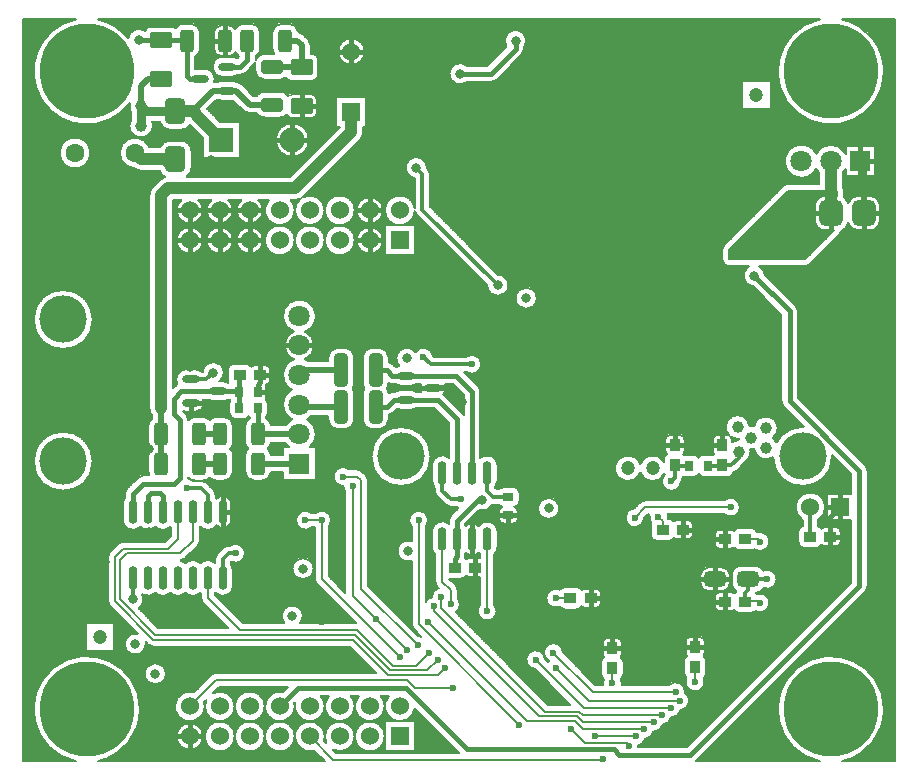
<source format=gbl>
%FSLAX24Y24*%
%MOIN*%
G70*
G01*
G75*
G04 Layer_Physical_Order=4*
G04 Layer_Color=16711680*
%ADD10C,0.0098*%
%ADD11C,0.0079*%
%ADD12C,0.0472*%
G04:AMPARAMS|DCode=13|XSize=189mil|YSize=70.9mil|CornerRadius=17.7mil|HoleSize=0mil|Usage=FLASHONLY|Rotation=180.000|XOffset=0mil|YOffset=0mil|HoleType=Round|Shape=RoundedRectangle|*
%AMROUNDEDRECTD13*
21,1,0.1890,0.0354,0,0,180.0*
21,1,0.1535,0.0709,0,0,180.0*
1,1,0.0354,-0.0768,0.0177*
1,1,0.0354,0.0768,0.0177*
1,1,0.0354,0.0768,-0.0177*
1,1,0.0354,-0.0768,-0.0177*
%
%ADD13ROUNDEDRECTD13*%
G04:AMPARAMS|DCode=14|XSize=41mil|YSize=36mil|CornerRadius=1.8mil|HoleSize=0mil|Usage=FLASHONLY|Rotation=180.000|XOffset=0mil|YOffset=0mil|HoleType=Round|Shape=RoundedRectangle|*
%AMROUNDEDRECTD14*
21,1,0.0410,0.0324,0,0,180.0*
21,1,0.0374,0.0360,0,0,180.0*
1,1,0.0036,-0.0187,0.0162*
1,1,0.0036,0.0187,0.0162*
1,1,0.0036,0.0187,-0.0162*
1,1,0.0036,-0.0187,-0.0162*
%
%ADD14ROUNDEDRECTD14*%
%ADD15O,0.0281X0.0591*%
%ADD16R,0.0906X0.1220*%
%ADD17O,0.0787X0.0295*%
G04:AMPARAMS|DCode=18|XSize=28mil|YSize=35.8mil|CornerRadius=2.8mil|HoleSize=0mil|Usage=FLASHONLY|Rotation=0.000|XOffset=0mil|YOffset=0mil|HoleType=Round|Shape=RoundedRectangle|*
%AMROUNDEDRECTD18*
21,1,0.0280,0.0302,0,0,0.0*
21,1,0.0224,0.0358,0,0,0.0*
1,1,0.0056,0.0112,-0.0151*
1,1,0.0056,-0.0112,-0.0151*
1,1,0.0056,-0.0112,0.0151*
1,1,0.0056,0.0112,0.0151*
%
%ADD18ROUNDEDRECTD18*%
G04:AMPARAMS|DCode=19|XSize=41mil|YSize=36mil|CornerRadius=1.8mil|HoleSize=0mil|Usage=FLASHONLY|Rotation=270.000|XOffset=0mil|YOffset=0mil|HoleType=Round|Shape=RoundedRectangle|*
%AMROUNDEDRECTD19*
21,1,0.0410,0.0324,0,0,270.0*
21,1,0.0374,0.0360,0,0,270.0*
1,1,0.0036,-0.0162,-0.0187*
1,1,0.0036,-0.0162,0.0187*
1,1,0.0036,0.0162,0.0187*
1,1,0.0036,0.0162,-0.0187*
%
%ADD19ROUNDEDRECTD19*%
G04:AMPARAMS|DCode=20|XSize=70.9mil|YSize=51.2mil|CornerRadius=12.8mil|HoleSize=0mil|Usage=FLASHONLY|Rotation=270.000|XOffset=0mil|YOffset=0mil|HoleType=Round|Shape=RoundedRectangle|*
%AMROUNDEDRECTD20*
21,1,0.0709,0.0256,0,0,270.0*
21,1,0.0453,0.0512,0,0,270.0*
1,1,0.0256,-0.0128,-0.0226*
1,1,0.0256,-0.0128,0.0226*
1,1,0.0256,0.0128,0.0226*
1,1,0.0256,0.0128,-0.0226*
%
%ADD20ROUNDEDRECTD20*%
G04:AMPARAMS|DCode=21|XSize=55.1mil|YSize=70.9mil|CornerRadius=13.8mil|HoleSize=0mil|Usage=FLASHONLY|Rotation=0.000|XOffset=0mil|YOffset=0mil|HoleType=Round|Shape=RoundedRectangle|*
%AMROUNDEDRECTD21*
21,1,0.0551,0.0433,0,0,0.0*
21,1,0.0276,0.0709,0,0,0.0*
1,1,0.0276,0.0138,-0.0217*
1,1,0.0276,-0.0138,-0.0217*
1,1,0.0276,-0.0138,0.0217*
1,1,0.0276,0.0138,0.0217*
%
%ADD21ROUNDEDRECTD21*%
G04:AMPARAMS|DCode=22|XSize=70.9mil|YSize=51.2mil|CornerRadius=12.8mil|HoleSize=0mil|Usage=FLASHONLY|Rotation=180.000|XOffset=0mil|YOffset=0mil|HoleType=Round|Shape=RoundedRectangle|*
%AMROUNDEDRECTD22*
21,1,0.0709,0.0256,0,0,180.0*
21,1,0.0453,0.0512,0,0,180.0*
1,1,0.0256,-0.0226,0.0128*
1,1,0.0256,0.0226,0.0128*
1,1,0.0256,0.0226,-0.0128*
1,1,0.0256,-0.0226,-0.0128*
%
%ADD22ROUNDEDRECTD22*%
G04:AMPARAMS|DCode=23|XSize=94.5mil|YSize=110.2mil|CornerRadius=23.6mil|HoleSize=0mil|Usage=FLASHONLY|Rotation=270.000|XOffset=0mil|YOffset=0mil|HoleType=Round|Shape=RoundedRectangle|*
%AMROUNDEDRECTD23*
21,1,0.0945,0.0630,0,0,270.0*
21,1,0.0472,0.1102,0,0,270.0*
1,1,0.0472,-0.0315,-0.0236*
1,1,0.0472,-0.0315,0.0236*
1,1,0.0472,0.0315,0.0236*
1,1,0.0472,0.0315,-0.0236*
%
%ADD23ROUNDEDRECTD23*%
%ADD24O,0.0217X0.0492*%
%ADD25O,0.0492X0.0217*%
G04:AMPARAMS|DCode=26|XSize=126mil|YSize=80.7mil|CornerRadius=20.2mil|HoleSize=0mil|Usage=FLASHONLY|Rotation=90.000|XOffset=0mil|YOffset=0mil|HoleType=Round|Shape=RoundedRectangle|*
%AMROUNDEDRECTD26*
21,1,0.1260,0.0404,0,0,90.0*
21,1,0.0856,0.0807,0,0,90.0*
1,1,0.0404,0.0202,0.0428*
1,1,0.0404,0.0202,-0.0428*
1,1,0.0404,-0.0202,-0.0428*
1,1,0.0404,-0.0202,0.0428*
%
%ADD26ROUNDEDRECTD26*%
%ADD27O,0.0807X0.0256*%
%ADD28O,0.0335X0.0118*%
%ADD29O,0.0118X0.0335*%
%ADD30R,0.0394X0.0787*%
%ADD31O,0.0118X0.0591*%
%ADD32O,0.0591X0.0118*%
%ADD33R,0.0394X0.0394*%
G04:AMPARAMS|DCode=34|XSize=90.6mil|YSize=82.7mil|CornerRadius=12.4mil|HoleSize=0mil|Usage=FLASHONLY|Rotation=270.000|XOffset=0mil|YOffset=0mil|HoleType=Round|Shape=RoundedRectangle|*
%AMROUNDEDRECTD34*
21,1,0.0906,0.0579,0,0,270.0*
21,1,0.0657,0.0827,0,0,270.0*
1,1,0.0248,-0.0289,-0.0329*
1,1,0.0248,-0.0289,0.0329*
1,1,0.0248,0.0289,0.0329*
1,1,0.0248,0.0289,-0.0329*
%
%ADD34ROUNDEDRECTD34*%
G04:AMPARAMS|DCode=35|XSize=28mil|YSize=35.8mil|CornerRadius=2.8mil|HoleSize=0mil|Usage=FLASHONLY|Rotation=90.000|XOffset=0mil|YOffset=0mil|HoleType=Round|Shape=RoundedRectangle|*
%AMROUNDEDRECTD35*
21,1,0.0280,0.0302,0,0,90.0*
21,1,0.0224,0.0358,0,0,90.0*
1,1,0.0056,0.0151,0.0112*
1,1,0.0056,0.0151,-0.0112*
1,1,0.0056,-0.0151,-0.0112*
1,1,0.0056,-0.0151,0.0112*
%
%ADD35ROUNDEDRECTD35*%
%ADD36O,0.0591X0.0281*%
G04:AMPARAMS|DCode=37|XSize=86.6mil|YSize=68.9mil|CornerRadius=17.2mil|HoleSize=0mil|Usage=FLASHONLY|Rotation=180.000|XOffset=0mil|YOffset=0mil|HoleType=Round|Shape=RoundedRectangle|*
%AMROUNDEDRECTD37*
21,1,0.0866,0.0344,0,0,180.0*
21,1,0.0522,0.0689,0,0,180.0*
1,1,0.0344,-0.0261,0.0172*
1,1,0.0344,0.0261,0.0172*
1,1,0.0344,0.0261,-0.0172*
1,1,0.0344,-0.0261,-0.0172*
%
%ADD37ROUNDEDRECTD37*%
G04:AMPARAMS|DCode=38|XSize=82.7mil|YSize=78.7mil|CornerRadius=19.7mil|HoleSize=0mil|Usage=FLASHONLY|Rotation=90.000|XOffset=0mil|YOffset=0mil|HoleType=Round|Shape=RoundedRectangle|*
%AMROUNDEDRECTD38*
21,1,0.0827,0.0394,0,0,90.0*
21,1,0.0433,0.0787,0,0,90.0*
1,1,0.0394,0.0197,0.0217*
1,1,0.0394,0.0197,-0.0217*
1,1,0.0394,-0.0197,-0.0217*
1,1,0.0394,-0.0197,0.0217*
%
%ADD38ROUNDEDRECTD38*%
%ADD39O,0.0846X0.0394*%
G04:AMPARAMS|DCode=40|XSize=279.5mil|YSize=218.5mil|CornerRadius=10.9mil|HoleSize=0mil|Usage=FLASHONLY|Rotation=0.000|XOffset=0mil|YOffset=0mil|HoleType=Round|Shape=RoundedRectangle|*
%AMROUNDEDRECTD40*
21,1,0.2795,0.1967,0,0,0.0*
21,1,0.2577,0.2185,0,0,0.0*
1,1,0.0219,0.1288,-0.0983*
1,1,0.0219,-0.1288,-0.0983*
1,1,0.0219,-0.1288,0.0983*
1,1,0.0219,0.1288,0.0983*
%
%ADD40ROUNDEDRECTD40*%
%ADD41R,0.1417X0.1693*%
%ADD42O,0.0866X0.0295*%
%ADD43C,0.0157*%
%ADD44C,0.0197*%
%ADD45C,0.0118*%
%ADD46C,0.0394*%
%ADD47C,0.0315*%
%ADD48C,0.0276*%
%ADD49C,0.0709*%
%ADD50R,0.0709X0.0709*%
%ADD51C,0.1575*%
%ADD52C,0.3150*%
%ADD53C,0.0600*%
%ADD54R,0.0600X0.0600*%
%ADD55C,0.0630*%
%ADD56C,0.0827*%
%ADD57R,0.0827X0.0827*%
%ADD58R,0.0600X0.0600*%
%ADD59R,0.0709X0.0709*%
%ADD60C,0.0315*%
%ADD61C,0.0394*%
%ADD62C,0.0236*%
%ADD63C,0.0400*%
%ADD64C,0.0872*%
G04:AMPARAMS|DCode=65|XSize=78.74mil|YSize=78.74mil|CornerRadius=0mil|HoleSize=0mil|Usage=FLASHONLY|Rotation=0.000|XOffset=0mil|YOffset=0mil|HoleType=Round|Shape=Relief|Width=10mil|Gap=7.9mil|Entries=4|*
%AMTHD65*
7,0,0,0.0787,0.0630,0.0100,45*
%
%ADD65THD65*%
%ADD66C,0.1975*%
%ADD67C,0.2959*%
G04:AMPARAMS|DCode=68|XSize=69.496mil|YSize=69.496mil|CornerRadius=0mil|HoleSize=0mil|Usage=FLASHONLY|Rotation=0.000|XOffset=0mil|YOffset=0mil|HoleType=Round|Shape=Relief|Width=10mil|Gap=7.9mil|Entries=4|*
%AMTHD68*
7,0,0,0.0695,0.0537,0.0100,45*
%
%ADD68THD68*%
%ADD69C,0.0780*%
%ADD70C,0.0794*%
G04:AMPARAMS|DCode=71|XSize=86.614mil|YSize=86.614mil|CornerRadius=0mil|HoleSize=0mil|Usage=FLASHONLY|Rotation=0.000|XOffset=0mil|YOffset=0mil|HoleType=Round|Shape=Relief|Width=10mil|Gap=7.9mil|Entries=4|*
%AMTHD71*
7,0,0,0.0866,0.0709,0.0100,45*
%
%ADD71THD71*%
%ADD72C,0.0951*%
%ADD73C,0.0636*%
G04:AMPARAMS|DCode=74|XSize=47.244mil|YSize=47.244mil|CornerRadius=0mil|HoleSize=0mil|Usage=FLASHONLY|Rotation=0.000|XOffset=0mil|YOffset=0mil|HoleType=Round|Shape=Relief|Width=10mil|Gap=7.9mil|Entries=4|*
%AMTHD74*
7,0,0,0.0472,0.0315,0.0100,45*
%
%ADD74THD74*%
%ADD75C,0.0557*%
%ADD76C,0.0597*%
%ADD77C,0.0518*%
G04:AMPARAMS|DCode=78|XSize=43.307mil|YSize=43.307mil|CornerRadius=0mil|HoleSize=0mil|Usage=FLASHONLY|Rotation=0.000|XOffset=0mil|YOffset=0mil|HoleType=Round|Shape=Relief|Width=10mil|Gap=7.9mil|Entries=4|*
%AMTHD78*
7,0,0,0.0433,0.0276,0.0100,45*
%
%ADD78THD78*%
G04:AMPARAMS|DCode=79|XSize=51.181mil|YSize=51.181mil|CornerRadius=0mil|HoleSize=0mil|Usage=FLASHONLY|Rotation=0.000|XOffset=0mil|YOffset=0mil|HoleType=Round|Shape=Relief|Width=10mil|Gap=7.9mil|Entries=4|*
%AMTHD79*
7,0,0,0.0512,0.0354,0.0100,45*
%
%ADD79THD79*%
G04:AMPARAMS|DCode=80|XSize=78.7mil|YSize=86.6mil|CornerRadius=19.7mil|HoleSize=0mil|Usage=FLASHONLY|Rotation=0.000|XOffset=0mil|YOffset=0mil|HoleType=Round|Shape=RoundedRectangle|*
%AMROUNDEDRECTD80*
21,1,0.0787,0.0472,0,0,0.0*
21,1,0.0394,0.0866,0,0,0.0*
1,1,0.0394,0.0197,-0.0236*
1,1,0.0394,-0.0197,-0.0236*
1,1,0.0394,-0.0197,0.0236*
1,1,0.0394,0.0197,0.0236*
%
%ADD80ROUNDEDRECTD80*%
G04:AMPARAMS|DCode=81|XSize=47.2mil|YSize=74.8mil|CornerRadius=11.8mil|HoleSize=0mil|Usage=FLASHONLY|Rotation=270.000|XOffset=0mil|YOffset=0mil|HoleType=Round|Shape=RoundedRectangle|*
%AMROUNDEDRECTD81*
21,1,0.0472,0.0512,0,0,270.0*
21,1,0.0236,0.0748,0,0,270.0*
1,1,0.0236,-0.0256,-0.0118*
1,1,0.0236,-0.0256,0.0118*
1,1,0.0236,0.0256,0.0118*
1,1,0.0236,0.0256,-0.0118*
%
%ADD81ROUNDEDRECTD81*%
G04:AMPARAMS|DCode=82|XSize=47.2mil|YSize=74.8mil|CornerRadius=11.8mil|HoleSize=0mil|Usage=FLASHONLY|Rotation=180.000|XOffset=0mil|YOffset=0mil|HoleType=Round|Shape=RoundedRectangle|*
%AMROUNDEDRECTD82*
21,1,0.0472,0.0512,0,0,180.0*
21,1,0.0236,0.0748,0,0,180.0*
1,1,0.0236,-0.0118,0.0256*
1,1,0.0236,0.0118,0.0256*
1,1,0.0236,0.0118,-0.0256*
1,1,0.0236,-0.0118,-0.0256*
%
%ADD82ROUNDEDRECTD82*%
G04:AMPARAMS|DCode=83|XSize=86.6mil|YSize=68.9mil|CornerRadius=17.2mil|HoleSize=0mil|Usage=FLASHONLY|Rotation=90.000|XOffset=0mil|YOffset=0mil|HoleType=Round|Shape=RoundedRectangle|*
%AMROUNDEDRECTD83*
21,1,0.0866,0.0344,0,0,90.0*
21,1,0.0522,0.0689,0,0,90.0*
1,1,0.0344,0.0172,0.0261*
1,1,0.0344,0.0172,-0.0261*
1,1,0.0344,-0.0172,-0.0261*
1,1,0.0344,-0.0172,0.0261*
%
%ADD83ROUNDEDRECTD83*%
G04:AMPARAMS|DCode=84|XSize=51.2mil|YSize=72mil|CornerRadius=2.6mil|HoleSize=0mil|Usage=FLASHONLY|Rotation=90.000|XOffset=0mil|YOffset=0mil|HoleType=Round|Shape=RoundedRectangle|*
%AMROUNDEDRECTD84*
21,1,0.0512,0.0669,0,0,90.0*
21,1,0.0461,0.0720,0,0,90.0*
1,1,0.0051,0.0335,0.0230*
1,1,0.0051,0.0335,-0.0230*
1,1,0.0051,-0.0335,-0.0230*
1,1,0.0051,-0.0335,0.0230*
%
%ADD84ROUNDEDRECTD84*%
%ADD85O,0.0295X0.0800*%
G04:AMPARAMS|DCode=86|XSize=110.2mil|YSize=47.2mil|CornerRadius=11.8mil|HoleSize=0mil|Usage=FLASHONLY|Rotation=270.000|XOffset=0mil|YOffset=0mil|HoleType=Round|Shape=RoundedRectangle|*
%AMROUNDEDRECTD86*
21,1,0.1102,0.0236,0,0,270.0*
21,1,0.0866,0.0472,0,0,270.0*
1,1,0.0236,-0.0118,-0.0433*
1,1,0.0236,-0.0118,0.0433*
1,1,0.0236,0.0118,0.0433*
1,1,0.0236,0.0118,-0.0433*
%
%ADD86ROUNDEDRECTD86*%
D11*
X37008Y29116D02*
G03*
X36672Y28780I0J-336D01*
G01*
Y28307D02*
G03*
X37008Y27971I336J0D01*
G01*
X12773Y10276D02*
G03*
X14173Y12008I-371J1732D01*
G01*
D02*
G03*
X12030Y10276I-1772J0D01*
G01*
X14099Y14518D02*
G03*
X14370Y14173I-83J-344D01*
G01*
X13110Y15604D02*
G03*
X13179Y15437I236J0D01*
G01*
X13110Y15604D02*
G03*
X13179Y15437I236J0D01*
G01*
X16274Y11102D02*
G03*
X16274Y11102I-439J0D01*
G01*
X15977Y12578D02*
G03*
X16331Y12102I-142J-476D01*
G01*
D02*
G03*
X16311Y12244I-497J0D01*
G01*
X14453Y14164D02*
G03*
X14620Y14094I167J167D01*
G01*
X15039Y13189D02*
G03*
X15039Y13189I-354J0D01*
G01*
X14453Y14164D02*
G03*
X14620Y14094I167J167D01*
G01*
X14370Y14173D02*
G03*
X14360Y14256I-354J0D01*
G01*
X14133Y15374D02*
G03*
X14291Y15669I-196J295D01*
G01*
D02*
G03*
X14245Y15844I-354J0D01*
G01*
X14687Y15893D02*
G03*
X15187Y15893I250J237D01*
G01*
X14245Y15844D02*
G03*
X14687Y15893I192J286D01*
G01*
X15187D02*
G03*
X15687Y15893I250J237D01*
G01*
D02*
G03*
X16187Y15893I250J237D01*
G01*
D02*
G03*
X16201Y15880I250J237D01*
G01*
X16724Y13228D02*
G03*
X16557Y13159I0J-236D01*
G01*
X16724Y13228D02*
G03*
X16557Y13159I0J-236D01*
G01*
X16201Y15728D02*
G03*
X16270Y15561I236J0D01*
G01*
X16201Y15728D02*
G03*
X16270Y15561I236J0D01*
G01*
X16673Y15880D02*
G03*
X16687Y15893I-236J251D01*
G01*
X12598Y20276D02*
G03*
X12598Y20276I-984J0D01*
G01*
D02*
G03*
X12598Y20276I-984J0D01*
G01*
X13179Y17254D02*
G03*
X13110Y17087I167J-167D01*
G01*
X13179Y17254D02*
G03*
X13110Y17087I167J-167D01*
G01*
X13622Y17598D02*
G03*
X13455Y17529I0J-236D01*
G01*
X13622Y17598D02*
G03*
X13455Y17529I0J-236D01*
G01*
X15687Y16872D02*
G03*
X15523Y16969I-250J-237D01*
G01*
D02*
G03*
X15679Y17038I-11J236D01*
G01*
X15523Y16969D02*
G03*
X15679Y17038I-11J236D01*
G01*
X16104Y17463D02*
G03*
X16173Y17630I-167J167D01*
G01*
X16104Y17463D02*
G03*
X16173Y17630I-167J167D01*
G01*
X13593Y18330D02*
G03*
X14187Y18093I344J0D01*
G01*
D02*
G03*
X14687Y18093I250J237D01*
G01*
X13661Y19042D02*
G03*
X13593Y18835I276J-207D01*
G01*
X13742Y19368D02*
G03*
X13661Y19173I195J-195D01*
G01*
X13742Y19368D02*
G03*
X13661Y19173I195J-195D01*
G01*
X14687Y18093D02*
G03*
X15187Y18093I250J237D01*
G01*
D02*
G03*
X15201Y18080I250J237D01*
G01*
X16173D02*
G03*
X16187Y18093I-236J251D01*
G01*
Y16872D02*
G03*
X15687Y16872I-250J-237D01*
G01*
X16681Y16878D02*
G03*
X16187Y16872I-244J-243D01*
G01*
X16756Y17197D02*
G03*
X16681Y17016I181J-181D01*
G01*
X16756Y17197D02*
G03*
X16681Y17016I181J-181D01*
G01*
X16187Y18093D02*
G03*
X16723Y18139I250J237D01*
G01*
X16402Y19551D02*
G03*
X16220Y19626I-181J-181D01*
G01*
X16693Y19154D02*
G03*
X16618Y19335I-256J0D01*
G01*
X16693Y19154D02*
G03*
X16618Y19334I-256J0D01*
G01*
X17126Y17461D02*
G03*
X16945Y17386I0J-256D01*
G01*
X17126Y17461D02*
G03*
X16945Y17385I0J-256D01*
G01*
X16723Y19027D02*
G03*
X16693Y19066I-286J-192D01*
G01*
X14291Y19803D02*
G03*
X14096Y19722I0J-276D01*
G01*
X14291Y19803D02*
G03*
X14096Y19722I0J-276D01*
G01*
X15784Y19683D02*
G03*
X15787Y19724I-272J41D01*
G01*
X15932Y19626D02*
G03*
X15784Y19683I-184J-256D01*
G01*
X14449Y19941D02*
G03*
X14480Y19803I315J0D01*
G01*
X15784Y19683D02*
G03*
X15787Y19724I-272J41D01*
G01*
X14555Y20689D02*
G03*
X14449Y20453I208J-236D01*
G01*
Y20925D02*
G03*
X14555Y20689I315J0D01*
G01*
X14587Y21698D02*
G03*
X14449Y21437I177J-261D01*
G01*
X14488Y22047D02*
G03*
X14587Y21787I394J0D01*
G01*
X15787Y21654D02*
G03*
X15707Y21848I-276J0D01*
G01*
X15787Y21654D02*
G03*
X15707Y21848I-276J0D01*
G01*
X16024Y21752D02*
G03*
X15787Y21645I0J-315D01*
G01*
X15609Y21947D02*
G03*
X15716Y21925I108J258D01*
G01*
X15787Y19733D02*
G03*
X16024Y19626I236J208D01*
G01*
X16401Y19551D02*
G03*
X16220Y19626I-181J-181D01*
G01*
X16260D02*
G03*
X16496Y19733I0J315D01*
G01*
D02*
G03*
X16732Y19626I236J208D01*
G01*
X16496Y21645D02*
G03*
X16260Y21752I-236J-208D01*
G01*
X16732D02*
G03*
X16496Y21645I0J-315D01*
G01*
X16026Y21925D02*
G03*
X16306Y22205I0J280D01*
G01*
D02*
G03*
X16277Y22329I-280J0D01*
G01*
X16432D02*
G03*
X16626Y22268I194J276D01*
G01*
X16936D02*
G03*
X17130Y22329I0J337D01*
G01*
X17331Y11102D02*
G03*
X17331Y11102I-497J0D01*
G01*
X16390Y12323D02*
G03*
X17331Y12102I445J-221D01*
G01*
D02*
G03*
X16614Y12547I-497J0D01*
G01*
X18331Y11102D02*
G03*
X18331Y11102I-497J0D01*
G01*
Y12102D02*
G03*
X18331Y12102I-497J0D01*
G01*
X19331Y11102D02*
G03*
X19331Y11102I-497J0D01*
G01*
X18932Y12590D02*
G03*
X19331Y12102I-97J-487D01*
G01*
X16687Y15893D02*
G03*
X17282Y16130I250J237D01*
G01*
Y16635D02*
G03*
X17193Y16866I-344J0D01*
G01*
X20311Y10960D02*
G03*
X20331Y11102I-476J142D01*
G01*
D02*
G03*
X19977Y10626I-497J0D01*
G01*
X19355Y12233D02*
G03*
X20331Y12102I479J-131D01*
G01*
X20614Y10657D02*
G03*
X21331Y11102I221J445D01*
G01*
X20471Y12441D02*
G03*
X21331Y12102I364J-339D01*
G01*
Y11102D02*
G03*
X20390Y10881I-497J0D01*
G01*
X19331Y12102D02*
G03*
X19322Y12200I-497J0D01*
G01*
X19516Y14882D02*
G03*
X19606Y15118I-264J236D01*
G01*
X20331Y12102D02*
G03*
X20198Y12441I-497J0D01*
G01*
X19606Y15118D02*
G03*
X18988Y14882I-354J0D01*
G01*
X20000Y16339D02*
G03*
X20069Y16172I236J0D01*
G01*
X20000Y16339D02*
G03*
X20069Y16172I236J0D01*
G01*
X21331Y12102D02*
G03*
X21198Y12441I-497J0D01*
G01*
X16723Y18139D02*
G03*
X17224Y18330I214J192D01*
G01*
X17677Y17205D02*
G03*
X17179Y17461I-315J0D01*
G01*
X17224Y18835D02*
G03*
X16723Y19027I-287J0D01*
G01*
X17211Y16928D02*
G03*
X17677Y17205I151J277D01*
G01*
X16968Y19626D02*
G03*
X17283Y19941I0J315D01*
G01*
X17677D02*
G03*
X17992Y19626I315J0D01*
G01*
X18228D02*
G03*
X18541Y19902I0J315D01*
G01*
X17283Y20453D02*
G03*
X17177Y20689I-315J0D01*
G01*
D02*
G03*
X17283Y20925I-208J236D01*
G01*
Y21437D02*
G03*
X16968Y21752I-315J0D01*
G01*
X17154Y21896D02*
G03*
X17378Y21671I225J0D01*
G01*
X17191Y22323D02*
G03*
X17154Y22198I187J-124D01*
G01*
X17784Y20689D02*
G03*
X17677Y20453I208J-236D01*
G01*
Y20925D02*
G03*
X17784Y20689I315J0D01*
G01*
X17825Y21704D02*
G03*
X17677Y21437I167J-267D01*
G01*
X18541Y21476D02*
G03*
X18376Y21715I-312J-39D01*
G01*
X17602Y21671D02*
G03*
X17795Y21781I0J225D01*
G01*
D02*
G03*
X17825Y21742I193J115D01*
G01*
X18437Y20689D02*
G03*
X18541Y20886I-208J236D01*
G01*
Y20492D02*
G03*
X18437Y20689I-312J-39D01*
G01*
X18376Y21742D02*
G03*
X18437Y21896I-164J154D01*
G01*
Y22198D02*
G03*
X18360Y22368I-225J0D01*
G01*
D02*
G03*
X18379Y22447I-147J79D01*
G01*
Y22750D02*
G03*
X18359Y22830I-167J0D01*
G01*
X19961Y16693D02*
G03*
X19961Y16693I-354J0D01*
G01*
X19893Y18543D02*
G03*
X19893Y18071I-208J-236D01*
G01*
X20472Y18099D02*
G03*
X20551Y18307I-236J208D01*
G01*
D02*
G03*
X20028Y18543I-315J0D01*
G01*
X20945Y19449D02*
G03*
X21024Y19240I315J-0D01*
G01*
X21153Y20000D02*
G03*
X20945Y19449I-208J-236D01*
G01*
X19023Y20886D02*
G03*
X19147Y20748I465J295D01*
G01*
X19829D02*
G03*
X20039Y21181I-341J433D01*
G01*
D02*
G03*
X19736Y21673I-551J0D01*
G01*
X19240D02*
G03*
X19023Y21476I248J-492D01*
G01*
X19736Y21673D02*
G03*
X19893Y21791I-248J492D01*
G01*
X19313Y23672D02*
G03*
X19240Y22657I175J-523D01*
G01*
D02*
G03*
X19240Y21673I248J-492D01*
G01*
X20453Y21654D02*
G03*
X20768Y21339I315J0D01*
G01*
X21004D02*
G03*
X21319Y21654I0J315D01*
G01*
Y22520D02*
G03*
X21264Y22697I-315J0D01*
G01*
Y22697D02*
G03*
X21319Y22874I-260J177D01*
G01*
X12598Y25000D02*
G03*
X12598Y25000I-984J0D01*
G01*
D02*
G03*
X12598Y25000I-984J0D01*
G01*
X15420Y22844D02*
G03*
X15363Y22800I137J-239D01*
G01*
X15420Y22844D02*
G03*
X15363Y22800I137J-239D01*
G01*
X16246Y23261D02*
G03*
X16026Y23342I-220J-256D01*
G01*
X15716D02*
G03*
X15420Y22844I0J-337D01*
G01*
X16274Y27638D02*
G03*
X16274Y27638I-439J0D01*
G01*
X16823Y22942D02*
G03*
X16968Y23228I-209J286D01*
G01*
X17124Y22885D02*
G03*
X16936Y22942I-188J-280D01*
G01*
X17098Y22988D02*
G03*
X17124Y22885I215J0D01*
G01*
X17313Y23526D02*
G03*
X17098Y23312I0J-215D01*
G01*
X16968Y23228D02*
G03*
X16261Y23261I-354J0D01*
G01*
X17274Y27638D02*
G03*
X17274Y27638I-439J0D01*
G01*
X15555Y28976D02*
G03*
X16274Y28638I280J-339D01*
G01*
D02*
G03*
X16115Y28976I-439J0D01*
G01*
X16555D02*
G03*
X17274Y28638I280J-339D01*
G01*
D02*
G03*
X17115Y28976I-439J0D01*
G01*
X12520Y30551D02*
G03*
X12520Y30551I-512J0D01*
G01*
X12030Y35000D02*
G03*
X13830Y32220I371J-1732D01*
G01*
X14480Y30748D02*
G03*
X13966Y30041I-472J-197D01*
G01*
X13783Y34377D02*
G03*
X12773Y35000I-1381J-1110D01*
G01*
X13966Y30041D02*
G03*
X14205Y29961I238J313D01*
G01*
X13966Y30041D02*
G03*
X14205Y29961I238J313D01*
G01*
X14604Y29412D02*
G03*
X14488Y29134I278J-278D01*
G01*
X14604Y29412D02*
G03*
X14488Y29134I278J-278D01*
G01*
X15008Y29748D02*
G03*
X14840Y29648I110J-378D01*
G01*
X15008Y29748D02*
G03*
X14840Y29648I110J-378D01*
G01*
X14831Y29961D02*
G03*
X15008Y29748I351J113D01*
G01*
X15727Y29764D02*
G03*
X15896Y30074I-200J310D01*
G01*
X14606Y31457D02*
G03*
X14581Y31594I-394J0D01*
G01*
X13858Y31628D02*
G03*
X14606Y31457I354J-172D01*
G01*
X13830Y32220D02*
G03*
X13858Y31954I382J-94D01*
G01*
X15182Y30965D02*
G03*
X14846Y30748I0J-369D01*
G01*
X14825Y31594D02*
G03*
X15182Y31319I357J93D01*
G01*
X15896Y30595D02*
G03*
X15527Y30965I-369J0D01*
G01*
Y31319D02*
G03*
X15834Y31483I0J369D01*
G01*
X16764Y32330D02*
G03*
X16927Y32288I163J295D01*
G01*
X17237D02*
G03*
X17290Y32292I0J337D01*
G01*
X16647Y32920D02*
G03*
X16664Y33025I-321J105D01*
G01*
X16927Y32962D02*
G03*
X16764Y32920I0J-337D01*
G01*
X17402Y32919D02*
G03*
X17237Y32962I-165J-294D01*
G01*
X16017Y33362D02*
G03*
X16004Y33362I0J-337D01*
G01*
Y33752D02*
G03*
X16181Y34035I-137J283D01*
G01*
X14339Y34620D02*
G03*
X13783Y34377I-205J-289D01*
G01*
X14547Y34764D02*
G03*
X14339Y34620I0J-222D01*
G01*
X15361Y34711D02*
G03*
X15217Y34764I-144J-169D01*
G01*
X15630Y34862D02*
G03*
X15361Y34711I0J-315D01*
G01*
X16181Y34547D02*
G03*
X15866Y34862I-315J0D01*
G01*
X16664Y33025D02*
G03*
X16327Y33362I-337J0D01*
G01*
X16927Y33762D02*
G03*
X16927Y33088I0J-337D01*
G01*
X17237D02*
G03*
X17431Y33150I0J337D01*
G01*
X17416Y33711D02*
G03*
X17237Y33762I-179J-286D01*
G01*
X16632Y34035D02*
G03*
X16890Y33778I257J0D01*
G01*
Y34805D02*
G03*
X16632Y34547I0J-257D01*
G01*
X17126Y33778D02*
G03*
X17350Y33908I0J257D01*
G01*
D02*
G03*
X17472Y33767I288J128D01*
G01*
X17350Y34675D02*
G03*
X17126Y34805I-224J-128D01*
G01*
X18359Y22830D02*
G03*
X18514Y22988I-2J157D01*
G01*
X17983Y23469D02*
G03*
X17871Y23422I0J-157D01*
G01*
X18514Y23312D02*
G03*
X18357Y23469I-157J0D01*
G01*
X17871Y23422D02*
G03*
X17687Y23526I-184J-111D01*
G01*
X20039Y25118D02*
G03*
X19313Y24595I-551J0D01*
G01*
X18274Y27638D02*
G03*
X18274Y27638I-439J0D01*
G01*
X17555Y28976D02*
G03*
X18274Y28638I280J-339D01*
G01*
D02*
G03*
X18115Y28976I-439J0D01*
G01*
X19331Y27638D02*
G03*
X19331Y27638I-497J0D01*
G01*
X18471Y28976D02*
G03*
X19331Y28638I364J-339D01*
G01*
X19803Y23602D02*
G03*
X19663Y23672I-314J-453D01*
G01*
X20768Y24055D02*
G03*
X20453Y23740I0J-315D01*
G01*
X21319D02*
G03*
X21004Y24055I-315J0D01*
G01*
X19313Y24595D02*
G03*
X19313Y23672I175J-462D01*
G01*
X19663D02*
G03*
X19982Y24134I-175J462D01*
G01*
X19663Y24595D02*
G03*
X20039Y25118I-175J523D01*
G01*
X20331Y27638D02*
G03*
X20331Y27638I-497J0D01*
G01*
X19982Y24134D02*
G03*
X19663Y24595I-494J0D01*
G01*
X21331Y27638D02*
G03*
X21331Y27638I-497J0D01*
G01*
X17626Y31956D02*
G03*
X17835Y31870I209J209D01*
G01*
X17626Y31956D02*
G03*
X17835Y31870I209J209D01*
G01*
X18066D02*
G03*
X18327Y31732I260J177D01*
G01*
Y32598D02*
G03*
X18066Y32460I0J-315D01*
G01*
X19331Y28638D02*
G03*
X19198Y28976I-497J0D01*
G01*
X19072Y31836D02*
G03*
X19232Y31711I160J40D01*
G01*
X18839Y31732D02*
G03*
X19072Y31836I0J315D01*
G01*
X19805Y30984D02*
G03*
X19805Y30984I-553J0D01*
G01*
X19109Y32445D02*
G03*
X18839Y32598I-270J-162D01*
G01*
X19232Y32501D02*
G03*
X19109Y32445I0J-165D01*
G01*
X17584Y32834D02*
G03*
X17402Y32919I-209J-209D01*
G01*
X17584Y32834D02*
G03*
X17402Y32919I-209J-209D01*
G01*
X17520Y33150D02*
G03*
X17715Y33230I0J276D01*
G01*
X17520Y33150D02*
G03*
X17715Y33230I0J276D01*
G01*
X18012Y33307D02*
G03*
X18327Y32992I315J0D01*
G01*
X17951Y33466D02*
G03*
X18012Y33561I-195J195D01*
G01*
X17951Y33466D02*
G03*
X18012Y33561I-195J195D01*
G01*
D02*
G03*
X18012Y33543I314J-17D01*
G01*
X18031Y33652D02*
G03*
X18031Y33661I-275J9D01*
G01*
X18189Y34547D02*
G03*
X17874Y34862I-315J0D01*
G01*
X17638D02*
G03*
X17350Y34675I0J-315D01*
G01*
X18031Y33652D02*
G03*
X18031Y33661I-275J9D01*
G01*
X18327Y33858D02*
G03*
X18031Y33652I0J-315D01*
G01*
X18031Y33763D02*
G03*
X18189Y34035I-157J273D01*
G01*
X18839Y32992D02*
G03*
X19040Y33065I0J315D01*
G01*
D02*
G03*
X19232Y32953I193J111D01*
G01*
X18583Y34035D02*
G03*
X18637Y33858I315J0D01*
G01*
X19447Y34584D02*
G03*
X19134Y34862I-313J-37D01*
G01*
X18898D02*
G03*
X18583Y34547I0J-315D01*
G01*
X19331Y28976D02*
G03*
X19531Y29031I0J394D01*
G01*
D02*
G03*
X20331Y28638I303J-394D01*
G01*
X19331Y28976D02*
G03*
X19531Y29031I0J394D01*
G01*
X19575Y29062D02*
G03*
X19609Y29092I-245J308D01*
G01*
X19575Y29062D02*
G03*
X19609Y29092I-245J308D01*
G01*
X20331Y28638D02*
G03*
X19575Y29062I-497J0D01*
G01*
X19902Y31711D02*
G03*
X20067Y31876I0J165D01*
G01*
X21331Y28638D02*
G03*
X21331Y28638I-497J0D01*
G01*
X19618Y34500D02*
G03*
X19447Y34584I-209J-209D01*
G01*
X19618Y34500D02*
G03*
X19447Y34584I-209J-209D01*
G01*
X19862Y34134D02*
G03*
X19776Y34343I-295J0D01*
G01*
X19862Y34134D02*
G03*
X19776Y34343I-295J0D01*
G01*
X20067Y32336D02*
G03*
X19902Y32501I-165J0D01*
G01*
Y32953D02*
G03*
X20124Y33176I0J222D01*
G01*
Y33636D02*
G03*
X19902Y33859I-222J0D01*
G01*
X21660Y33929D02*
G03*
X21660Y33929I-439J0D01*
G01*
X22331Y11102D02*
G03*
X22331Y11102I-497J0D01*
G01*
X21471Y12441D02*
G03*
X22331Y12102I364J-339D01*
G01*
D02*
G03*
X22198Y12441I-497J0D01*
G01*
X22471D02*
G03*
X23326Y12032I364J-339D01*
G01*
X23550Y14423D02*
G03*
X23445Y14448I-125J-289D01*
G01*
X23228Y14843D02*
G03*
X23298Y14675I236J0D01*
G01*
X23228Y14843D02*
G03*
X23298Y14675I236J0D01*
G01*
X24843Y15512D02*
G03*
X24764Y15720I-315J0D01*
G01*
X23898Y15738D02*
G03*
X23701Y15586I79J-305D01*
G01*
X24695Y15245D02*
G03*
X24843Y15512I-168J267D01*
G01*
X25512Y15484D02*
G03*
X26063Y15276I236J-208D01*
G01*
D02*
G03*
X25984Y15484I-315J0D01*
G01*
X27677Y13681D02*
G03*
X27342Y13347I-314J-20D01*
G01*
X30785Y10748D02*
G03*
X30787Y10787I-312J39D01*
G01*
D02*
G03*
X30787Y10797I-315J0D01*
G01*
D02*
G03*
X31014Y11025I-79J305D01*
G01*
X30233Y12827D02*
G03*
X30236Y12874I-311J47D01*
G01*
X31014Y11025D02*
G03*
X31289Y11260I-30J314D01*
G01*
X31289Y11260D02*
G03*
X31605Y11497I10J315D01*
G01*
D02*
G03*
X31880Y11732I-30J314D01*
G01*
X31880Y11732D02*
G03*
X32195Y11970I10J315D01*
G01*
X32339Y12546D02*
G03*
X32343Y12591I-312J45D01*
G01*
D02*
G03*
X31819Y12827I-315J0D01*
G01*
X30236Y12874D02*
G03*
X30208Y13004I-315J0D01*
G01*
X29634D02*
G03*
X29610Y12827I287J-130D01*
G01*
X30208Y13004D02*
G03*
X30298Y13179I-125J175D01*
G01*
X29544D02*
G03*
X29634Y13004I215J0D01*
G01*
X32300Y13218D02*
G03*
X32390Y13043I215J0D01*
G01*
X27815Y13614D02*
G03*
X27781Y13577I217J-229D01*
G01*
X28267Y13917D02*
G03*
X27815Y13614I-314J-20D01*
G01*
X28162Y15422D02*
G03*
X28336Y15332I175J125D01*
G01*
X28894Y15436D02*
G03*
X29006Y15389I112J111D01*
G01*
X28710Y15332D02*
G03*
X28894Y15436I0J215D01*
G01*
X29380Y15389D02*
G03*
X29538Y15547I0J157D01*
G01*
X29649Y13737D02*
G03*
X29544Y13553I111J-184D01*
G01*
X30298D02*
G03*
X30194Y13737I-215J0D01*
G01*
X29602Y13849D02*
G03*
X29649Y13737I157J0D01*
G01*
X30194D02*
G03*
X30241Y13849I-111J112D01*
G01*
Y14223D02*
G03*
X30083Y14380I-157J0D01*
G01*
X29759D02*
G03*
X29602Y14223I0J-157D01*
G01*
X23228Y17618D02*
G03*
X23228Y16949I-118J-334D01*
G01*
X23904Y17425D02*
G03*
X24012Y17174I344J0D01*
G01*
X24127Y16051D02*
G03*
X23898Y15738I86J-303D01*
G01*
X24012Y16264D02*
G03*
X24081Y16097I236J0D01*
G01*
X24764Y15984D02*
G03*
X24695Y16151I-236J0D01*
G01*
X24764Y15984D02*
G03*
X24695Y16151I-236J0D01*
G01*
X24012Y16264D02*
G03*
X24081Y16097I236J0D01*
G01*
X24852Y16356D02*
G03*
X25036Y16460I0J215D01*
G01*
X23780Y18307D02*
G03*
X23228Y18099I-315J0D01*
G01*
X23701D02*
G03*
X23780Y18307I-236J208D01*
G01*
X24472Y18191D02*
G03*
X23904Y17930I-224J-261D01*
G01*
X24553Y18486D02*
G03*
X24472Y18291I195J-195D01*
G01*
X24553Y18486D02*
G03*
X24472Y18291I195J-195D01*
G01*
X24346Y18835D02*
G03*
X24528Y18760I181J181D01*
G01*
X24698D02*
G03*
X24783Y18717I184J256D01*
G01*
X24347Y18835D02*
G03*
X24528Y18760I181J181D01*
G01*
X25013Y17036D02*
G03*
X25024Y17110I-265J74D01*
G01*
X25013Y17036D02*
G03*
X25024Y17110I-265J74D01*
G01*
X25036Y17005D02*
G03*
X25013Y17036I-184J-111D01*
G01*
X25148Y17052D02*
G03*
X25036Y17005I0J-157D01*
G01*
Y16460D02*
G03*
X25148Y16413I112J111D01*
G01*
X25024Y17218D02*
G03*
X25034Y17233I-276J207D01*
G01*
Y18121D02*
G03*
X25024Y18136I-286J-192D01*
G01*
X25034Y17233D02*
G03*
X25462Y17233I214J192D01*
G01*
Y18121D02*
G03*
X25034Y18121I-214J-192D01*
G01*
X25462Y17233D02*
G03*
X25512Y17174I286J192D01*
G01*
X25984Y17174D02*
G03*
X26093Y17425I-236J251D01*
G01*
Y17930D02*
G03*
X25462Y18121I-344J0D01*
G01*
X28162Y15996D02*
G03*
X28162Y15422I-130J-287D01*
G01*
X28336Y16085D02*
G03*
X28162Y15996I0J-215D01*
G01*
X29006Y16028D02*
G03*
X28894Y15981I0J-157D01*
G01*
D02*
G03*
X28710Y16085I-184J-111D01*
G01*
X29538Y15871D02*
G03*
X29380Y16028I-157J0D01*
G01*
X31781Y17615D02*
G03*
X31965Y17720I0J215D01*
G01*
X30650Y18700D02*
G03*
X30668Y18071I20J-314D01*
G01*
X31192Y17830D02*
G03*
X31407Y17615I215J0D01*
G01*
X31965Y17720D02*
G03*
X32077Y17673I112J111D01*
G01*
X30671Y18071D02*
G03*
X30984Y18366I-1J315D01*
G01*
X31207Y18233D02*
G03*
X31192Y18154I200J-79D01*
G01*
X26138Y18363D02*
G03*
X26306Y18195I167J0D01*
G01*
X26608D02*
G03*
X26775Y18363I0J167D01*
G01*
X25485Y18638D02*
G03*
X25914Y18832I106J338D01*
G01*
X26272Y18750D02*
G03*
X26138Y18586I33J-164D01*
G01*
X25914Y18832D02*
G03*
X25955Y18829I41J253D01*
G01*
X25914Y18832D02*
G03*
X25955Y18829I41J253D01*
G01*
X26133D02*
G03*
X26272Y18750I173J144D01*
G01*
X26775Y18586D02*
G03*
X26641Y18750I-167J0D01*
G01*
D02*
G03*
X26833Y18973I-33J222D01*
G01*
X31965Y18265D02*
G03*
X31830Y18363I-184J-111D01*
G01*
X32077Y18311D02*
G03*
X31965Y18265I0J-157D01*
G01*
X31830Y18363D02*
G03*
X31781Y18435I-216J-95D01*
G01*
X31830Y18363D02*
G03*
X31781Y18435I-216J-95D01*
G01*
X28150Y18701D02*
G03*
X28150Y18701I-354J0D01*
G01*
X31771Y18445D02*
G03*
X31762Y18504I-314J-20D01*
G01*
X31152D02*
G03*
X31207Y18233I305J-79D01*
G01*
X31024Y18976D02*
G03*
X30857Y18907I0J-236D01*
G01*
X31024Y18976D02*
G03*
X30857Y18907I0J-236D01*
G01*
X32195Y11970D02*
G03*
X32480Y12283I-30J314D01*
G01*
D02*
G03*
X32339Y12546I-315J0D01*
G01*
X32992Y12913D02*
G03*
X32964Y13043I-315J0D01*
G01*
X32390D02*
G03*
X32992Y12913I287J-130D01*
G01*
X32405Y13776D02*
G03*
X32300Y13592I111J-184D01*
G01*
X32358Y13888D02*
G03*
X32405Y13776I157J0D01*
G01*
X32515Y14419D02*
G03*
X32358Y14262I0J-157D01*
G01*
X32964Y13043D02*
G03*
X33054Y13218I-125J175D01*
G01*
X32996Y14262D02*
G03*
X32839Y14419I-157J0D01*
G01*
X32950Y13776D02*
G03*
X32996Y13888I-111J112D01*
G01*
X33054Y13592D02*
G03*
X32950Y13776I-215J0D01*
G01*
X33868Y15271D02*
G03*
X33980Y15318I0J157D01*
G01*
D02*
G03*
X34164Y15214I184J111D01*
G01*
X33336Y15429D02*
G03*
X33494Y15271I157J0D01*
G01*
X37576Y10276D02*
G03*
X38976Y12008I-371J1732D01*
G01*
D02*
G03*
X36833Y10276I-1772J0D01*
G01*
X34538Y15214D02*
G03*
X34689Y15276I0J215D01*
G01*
X34689D02*
G03*
X35157Y15551I153J275D01*
G01*
X33494Y15910D02*
G03*
X33336Y15752I0J-157D01*
G01*
X32855Y16211D02*
G03*
X33122Y15943I267J0D01*
G01*
X33575D02*
G03*
X33843Y16211I0J267D01*
G01*
X33122Y16734D02*
G03*
X32855Y16467I0J-267D01*
G01*
X33843D02*
G03*
X33575Y16734I-267J0D01*
G01*
X33980Y15863D02*
G03*
X33868Y15910I-112J-111D01*
G01*
X34731Y15846D02*
G03*
X34705Y15887I-193J-94D01*
G01*
X34051Y15935D02*
G03*
X33980Y15863I113J-183D01*
G01*
X35157Y15551D02*
G03*
X34733Y15846I-315J0D01*
G01*
X33898Y16211D02*
G03*
X34051Y15935I325J0D01*
G01*
X34705Y15887D02*
G03*
X34957Y16048I-30J323D01*
G01*
X34222Y16791D02*
G03*
X33898Y16467I0J-325D01*
G01*
X34957Y16629D02*
G03*
X34675Y16791I-281J-162D01*
G01*
X33336Y17515D02*
G03*
X33494Y17358I157J0D01*
G01*
X33868D02*
G03*
X33980Y17405I0J157D01*
G01*
X32451Y17673D02*
G03*
X32608Y17830I0J157D01*
G01*
Y18154D02*
G03*
X32451Y18311I-157J0D01*
G01*
X33494Y17996D02*
G03*
X33336Y17839I0J-157D01*
G01*
X33980Y17950D02*
G03*
X33868Y17996I-112J-111D01*
G01*
X34164Y18054D02*
G03*
X33980Y17950I0J-215D01*
G01*
Y17405D02*
G03*
X34164Y17300I184J111D01*
G01*
X34538D02*
G03*
X34662Y17340I0J215D01*
G01*
X34800Y17911D02*
G03*
X34764Y17913I-37J-233D01*
G01*
X34662Y17340D02*
G03*
X35157Y17598I180J258D01*
G01*
D02*
G03*
X34800Y17911I-315J0D01*
G01*
X34739Y17913D02*
G03*
X34538Y18054I-202J-74D01*
G01*
X34800Y17911D02*
G03*
X34764Y17913I-37J-233D01*
G01*
X33650Y18504D02*
G03*
X34173Y18740I208J236D01*
G01*
D02*
G03*
X33650Y18976I-315J0D01*
G01*
X34957Y16048D02*
G03*
X35394Y16339I122J290D01*
G01*
D02*
G03*
X34957Y16629I-315J0D01*
G01*
X38344Y15907D02*
G03*
X38425Y16102I-195J195D01*
G01*
X36114Y17594D02*
G03*
X36328Y17379I215J0D01*
G01*
X36702D02*
G03*
X36887Y17483I0J215D01*
G01*
D02*
G03*
X36998Y17437I112J111D01*
G01*
X37372D02*
G03*
X37530Y17594I0J157D01*
G01*
X38344Y15907D02*
G03*
X38425Y16102I-195J195D01*
G01*
X36259Y18121D02*
G03*
X36114Y17918I69J-203D01*
G01*
X37530D02*
G03*
X37372Y18075I-157J0D01*
G01*
X36887Y18028D02*
G03*
X36771Y18121I-184J-111D01*
G01*
X36998Y18075D02*
G03*
X36887Y18028I0J-157D01*
G01*
X36771Y18312D02*
G03*
X37017Y18740I-252J428D01*
G01*
D02*
G03*
X36259Y18317I-497J0D01*
G01*
X21772Y19646D02*
G03*
X21702Y19813I-236J0D01*
G01*
X21772Y19646D02*
G03*
X21702Y19813I-236J0D01*
G01*
X23904Y19625D02*
G03*
X23992Y19394I344J0D01*
G01*
X23858Y20433D02*
G03*
X23858Y20433I-984J0D01*
G01*
D02*
G03*
X23858Y20433I-984J0D01*
G01*
X21584Y19931D02*
G03*
X21417Y20000I-167J-167D01*
G01*
X21584Y19931D02*
G03*
X21417Y20000I-167J-167D01*
G01*
X23992Y19295D02*
G03*
X24067Y19114I256J0D01*
G01*
X23992Y19295D02*
G03*
X24067Y19114I256J0D01*
G01*
X24472Y20391D02*
G03*
X23904Y20130I-224J-261D01*
G01*
X26093D02*
G03*
X25524Y20391I-344J0D01*
G01*
X21594Y21654D02*
G03*
X21909Y21339I315J0D01*
G01*
X22146D02*
G03*
X22461Y21654I0J315D01*
G01*
Y21817D02*
G03*
X22596Y21892I-59J269D01*
G01*
X22461Y21817D02*
G03*
X22596Y21892I-59J269D01*
G01*
X22638Y22598D02*
G03*
X22460Y22534I0J-276D01*
G01*
X22638Y22598D02*
G03*
X22460Y22534I0J-276D01*
G01*
X22728Y22023D02*
G03*
X22882Y21986I154J300D01*
G01*
X23191D02*
G03*
X23386Y22047I0J337D01*
G01*
X24972Y21829D02*
G03*
X24943Y21864I-224J-160D01*
G01*
X24972Y21829D02*
G03*
X24943Y21864I-224J-160D01*
G01*
X26005Y19396D02*
G03*
X26093Y19625I-257J229D01*
G01*
X26306Y19421D02*
G03*
X26133Y19340I0J-225D01*
G01*
X26833Y19196D02*
G03*
X26608Y19421I-225J0D01*
G01*
X30846Y20168D02*
G03*
X30846Y19910I-413J-129D01*
G01*
X31668Y19830D02*
G03*
X32201Y19556I222J-224D01*
G01*
D02*
G03*
X32264Y19724I-193J168D01*
G01*
X32201Y19556D02*
G03*
X32264Y19724I-193J168D01*
G01*
X33312Y19765D02*
G03*
X33421Y19736I109J185D01*
G01*
X32279Y19765D02*
G03*
X32378Y19742I100J202D01*
G01*
X32264Y19757D02*
G03*
X32279Y19765I-94J193D01*
G01*
X33212Y19742D02*
G03*
X33312Y19765I0J225D01*
G01*
X30846Y19910D02*
G03*
X31653Y19857I413J129D01*
G01*
X31631Y20262D02*
G03*
X30846Y20168I-371J-223D01*
G01*
X32602Y19742D02*
G03*
X32795Y19852I0J225D01*
G01*
X31653Y19857D02*
G03*
X31668Y19830I193J94D01*
G01*
X31735Y20509D02*
G03*
X31631Y20324I111J-184D01*
G01*
X32795Y20384D02*
G03*
X32602Y20494I-193J-115D01*
G01*
X32795Y19852D02*
G03*
X32988Y19742I193J115D01*
G01*
X33745Y19736D02*
G03*
X33951Y19892I0J215D01*
G01*
D02*
G03*
X34059Y19957I-74J245D01*
G01*
X33951Y19892D02*
G03*
X34059Y19956I-74J245D01*
G01*
X34315Y20213D02*
G03*
X34355Y20265I-181J181D01*
G01*
X34315Y20213D02*
G03*
X34355Y20265I-181J181D01*
G01*
D02*
G03*
X34528Y20591I-221J326D01*
G01*
X32313Y20484D02*
G03*
X32280Y20509I-143J-160D01*
G01*
X31689Y20621D02*
G03*
X31735Y20509I157J0D01*
G01*
X32280D02*
G03*
X32327Y20621I-111J112D01*
G01*
X32378Y20494D02*
G03*
X32313Y20484I0J-225D01*
G01*
X33277D02*
G03*
X33212Y20494I-65J-215D01*
G01*
X32988D02*
G03*
X32795Y20384I0J-225D01*
G01*
X31846Y21152D02*
G03*
X31689Y20994I0J-157D01*
G01*
X32327D02*
G03*
X32170Y21152I-157J0D01*
G01*
X33310Y20509D02*
G03*
X33277Y20484I111J-184D01*
G01*
X33263Y20621D02*
G03*
X33310Y20509I157J0D01*
G01*
X34528Y20591D02*
G03*
X34520Y20669I-394J0D01*
G01*
X34142Y20984D02*
G03*
X33902Y20909I-8J-394D01*
G01*
X34136Y21026D02*
G03*
X34142Y20984I392J37D01*
G01*
X34520Y20669D02*
G03*
X34648Y20688I8J394D01*
G01*
X33421Y21152D02*
G03*
X33263Y20994I0J-157D01*
G01*
X33827Y21128D02*
G03*
X33745Y21152I-82J-134D01*
G01*
X34486Y21455D02*
G03*
X33827Y21128I-392J-37D01*
G01*
X33902Y20994D02*
G03*
X33861Y21100I-157J0D01*
G01*
Y21100D02*
G03*
X34136Y21026I234J317D01*
G01*
X34650Y21437D02*
G03*
X34486Y21455I-123J-374D01*
G01*
X21649Y22697D02*
G03*
X21594Y22520I260J-177D01*
G01*
X22460Y22534D02*
G03*
X22406Y22697I-315J-14D01*
G01*
X21594Y22874D02*
G03*
X21649Y22697I315J0D01*
G01*
X21909Y24055D02*
G03*
X21594Y23740I0J-315D01*
G01*
X22274Y27638D02*
G03*
X22274Y27638I-439J0D01*
G01*
X22406Y22697D02*
G03*
X22461Y22874I-260J177D01*
G01*
Y22877D02*
G03*
X22586Y22847I125J246D01*
G01*
X22461Y22877D02*
G03*
X22586Y22847I125J246D01*
G01*
X22882Y22660D02*
G03*
X22687Y22598I0J-337D01*
G01*
Y22847D02*
G03*
X22882Y22786I194J276D01*
G01*
X23386Y22598D02*
G03*
X23191Y22660I-194J-276D01*
G01*
X22817Y23454D02*
G03*
X22695Y23404I65J-331D01*
G01*
X23191Y22786D02*
G03*
X23386Y22847I0J337D01*
G01*
X22461Y23740D02*
G03*
X22146Y24055I-315J0D01*
G01*
X22596Y23502D02*
G03*
X22461Y23576I-195J-195D01*
G01*
X22596Y23502D02*
G03*
X22461Y23576I-195J-195D01*
G01*
X23357Y23910D02*
G03*
X22817Y23454I-286J-209D01*
G01*
X22274Y28638D02*
G03*
X22274Y28638I-439J0D01*
G01*
X21499Y30981D02*
G03*
X21614Y31260I-278J278D01*
G01*
X21499Y30981D02*
G03*
X21614Y31260I-278J278D01*
G01*
X23327Y28706D02*
G03*
X23331Y28615I-492J-68D01*
G01*
X23740Y30059D02*
G03*
X23327Y29710I-354J0D01*
G01*
X23541Y22847D02*
G03*
X23541Y22598I251J-124D01*
G01*
X24290Y22517D02*
G03*
X24381Y22723I-189J206D01*
G01*
D02*
G03*
X24352Y22847I-280J0D01*
G01*
X25524Y22587D02*
G03*
X25443Y22781I-276J0D01*
G01*
X25524Y22587D02*
G03*
X25443Y22781I-276J0D01*
G01*
X23933Y23791D02*
G03*
X23357Y23910I-311J-51D01*
G01*
X25053Y23248D02*
G03*
X25551Y23504I184J256D01*
G01*
D02*
G03*
X25053Y23760I-315J0D01*
G01*
X25748Y26134D02*
G03*
X26457Y26142I354J8D01*
G01*
D02*
G03*
X26110Y26496I-354J0D01*
G01*
X27402Y25709D02*
G03*
X27402Y25709I-354J0D01*
G01*
X34483Y26772D02*
G03*
X34608Y26104I162J-315D01*
G01*
X33583Y27008D02*
G03*
X33819Y26772I236J0D01*
G01*
X33583Y27008D02*
G03*
X33819Y26772I236J0D01*
G01*
X23331Y28615D02*
G03*
X23402Y28480I252J46D01*
G01*
X23331Y28615D02*
G03*
X23402Y28480I252J46D01*
G01*
X23740Y30047D02*
G03*
X23740Y30059I-354J12D01*
G01*
X23839Y29843D02*
G03*
X23764Y30023I-256J0D01*
G01*
X23839Y29843D02*
G03*
X23763Y30024I-256J0D01*
G01*
X25065Y33465D02*
G03*
X25065Y32913I-223J-276D01*
G01*
X25866D02*
G03*
X26061Y32994I0J276D01*
G01*
X25866Y32913D02*
G03*
X26061Y32994I0J276D01*
G01*
X33652Y27490D02*
G03*
X33583Y27323I167J-167D01*
G01*
X33652Y27490D02*
G03*
X33583Y27323I167J-167D01*
G01*
X26888Y33821D02*
G03*
X26969Y34016I-195J195D01*
G01*
X26888Y33821D02*
G03*
X26969Y34016I-195J195D01*
G01*
X27047Y34291D02*
G03*
X26392Y34104I-354J0D01*
G01*
X26969Y34069D02*
G03*
X27047Y34291I-276J223D01*
G01*
X34648Y20688D02*
G03*
X35276Y20413I392J40D01*
G01*
X35394Y20900D02*
G03*
X35262Y21053I-354J-172D01*
G01*
D02*
G03*
X35433Y21378I-222J325D01*
G01*
D02*
G03*
X34650Y21437I-394J0D01*
G01*
X35276Y20413D02*
G03*
X37244Y20433I984J20D01*
G01*
X35276Y20413D02*
G03*
X37244Y20433I984J20D01*
G01*
X36304Y21416D02*
G03*
X35394Y20900I-44J-983D01*
G01*
X36304Y21416D02*
G03*
X35394Y20900I-44J-983D01*
G01*
X35551Y22283D02*
G03*
X35632Y22089I276J0D01*
G01*
X35551Y22283D02*
G03*
X35632Y22089I276J0D01*
G01*
X36102Y25276D02*
G03*
X36022Y25470I-276J0D01*
G01*
X36102Y25276D02*
G03*
X36022Y25470I-276J0D01*
G01*
X34998Y26494D02*
G03*
X34808Y26772I-352J-37D01*
G01*
X38425Y19961D02*
G03*
X38344Y20155I-276J0D01*
G01*
X37244Y20433D02*
G03*
X37243Y20477I-984J0D01*
G01*
X37244Y20433D02*
G03*
X37243Y20477I-984J0D01*
G01*
X38425Y19961D02*
G03*
X38344Y20155I-276J0D01*
G01*
X36339Y26772D02*
G03*
X36506Y26841I0J236D01*
G01*
X36339Y26772D02*
G03*
X36506Y26841I0J236D01*
G01*
X35787Y29528D02*
G03*
X35620Y29458I0J-236D01*
G01*
X35787Y29528D02*
G03*
X35620Y29458I0J-236D01*
G01*
X36713Y30524D02*
G03*
X36713Y30027I-492J-248D01*
G01*
X37469Y27804D02*
G03*
X37535Y27937I-167J167D01*
G01*
X37469Y27804D02*
G03*
X37535Y27937I-167J167D01*
G01*
X37638Y29291D02*
G03*
X37598Y29422I-236J0D01*
G01*
X37638Y29291D02*
G03*
X37598Y29422I-236J0D01*
G01*
X37535Y27937D02*
G03*
X37784Y28215I-134J370D01*
G01*
X36713Y30027D02*
G03*
X36811Y29890I492J248D01*
G01*
X37598D02*
G03*
X37695Y30024I-394J386D01*
G01*
Y30527D02*
G03*
X36713Y30524I-491J-251D01*
G01*
X36833Y35000D02*
G03*
X38976Y33268I371J-1732D01*
G01*
D02*
G03*
X37576Y35000I-1772J0D01*
G01*
X37784Y28215D02*
G03*
X38108Y27971I323J92D01*
G01*
X38502D02*
G03*
X38838Y28307I0J336D01*
G01*
X37637Y29095D02*
G03*
X37638Y29116I-235J21D01*
G01*
X37637Y29095D02*
G03*
X37638Y29116I-235J21D01*
G01*
X37784Y28871D02*
G03*
X37637Y29095I-383J-92D01*
G01*
X38108Y29116D02*
G03*
X37784Y28871I0J-336D01*
G01*
X38838Y28780D02*
G03*
X38502Y29116I-336J0D01*
G01*
X35787Y29291D02*
X37402D01*
Y29116D02*
Y29291D01*
X35787Y29291D02*
X37402D01*
X35728Y29232D02*
X37402D01*
X37008Y29116D02*
X37402D01*
X35669Y29173D02*
X37402D01*
X35610Y29114D02*
X36975D01*
X35551Y29055D02*
X36815D01*
X35492Y28996D02*
X36751D01*
X35433Y28937D02*
X36711D01*
X35374Y28878D02*
X36686D01*
X35315Y28819D02*
X36674D01*
X35256Y28760D02*
X36672D01*
X35079Y28583D02*
X36672D01*
X37008Y27971D02*
X37302D01*
X36339Y27008D02*
X37302Y27971D01*
X35197Y28701D02*
X36672D01*
Y28307D02*
Y28780D01*
X35138Y28642D02*
X36672D01*
X35020Y28524D02*
X36672D01*
X34961Y28465D02*
X36672D01*
X34902Y28405D02*
X36672D01*
X34488Y27992D02*
X36890D01*
X34429Y27933D02*
X37264D01*
X34370Y27874D02*
X37205D01*
X34311Y27815D02*
X37146D01*
X34252Y27756D02*
X37087D01*
X34193Y27697D02*
X37027D01*
X34134Y27638D02*
X36968D01*
X34842Y28346D02*
X36672D01*
X34783Y28287D02*
X36672D01*
X34724Y28228D02*
X36681D01*
X34665Y28169D02*
X36701D01*
X34606Y28110D02*
X36735D01*
X34547Y28051D02*
X36790D01*
X34075Y27579D02*
X36909D01*
X34016Y27520D02*
X36850D01*
X33957Y27461D02*
X36791D01*
X33898Y27402D02*
X36732D01*
X33839Y27342D02*
X36673D01*
X33819Y27283D02*
X36614D01*
X33819Y27224D02*
X36555D01*
X33819Y27165D02*
X36496D01*
X33819Y27008D02*
Y27323D01*
X35787Y29291D01*
X33819Y27047D02*
X36378D01*
X33819Y27008D02*
X36339D01*
X33819Y27106D02*
X36437D01*
X33189Y15591D02*
X33681D01*
X33189Y17677D02*
X33681D01*
X29193Y15709D02*
X29705D01*
X29259Y12591D02*
X32028D01*
X25748Y17677D02*
X25748Y17677D01*
X25748Y15276D02*
Y17677D01*
X24248Y16264D02*
Y17677D01*
Y16264D02*
X24528Y15984D01*
Y15512D02*
Y15984D01*
X23346Y12717D02*
X24606D01*
X23071Y12992D02*
X23346Y12717D01*
X23976Y15276D02*
Y15433D01*
X24213Y15394D02*
Y15748D01*
X31024Y18740D02*
X33858D01*
X31614Y18012D02*
Y18268D01*
X31457Y18425D02*
X31614Y18268D01*
X31594Y17992D02*
X31614Y18012D01*
X29331Y11102D02*
X30709D01*
X15835Y12102D02*
X16724Y12992D01*
X23071D01*
X19835Y11102D02*
X20622Y10315D01*
X29567D01*
X29606Y10354D01*
X29016Y10866D02*
X30394D01*
X30472Y10787D01*
X28031Y15709D02*
X28523D01*
X29921Y12874D02*
Y13366D01*
Y14036D02*
Y14567D01*
X32677Y12913D02*
Y13405D01*
Y14075D02*
Y14567D01*
X34469Y15610D02*
X34783D01*
X34843Y15551D01*
X34764Y17677D02*
X34843Y17598D01*
X34351Y17677D02*
X34764D01*
X30669Y18386D02*
X30748D01*
X30669Y18307D02*
X30748Y18386D01*
X30669Y18307D02*
Y18386D01*
X31024Y18740D01*
X21417Y19764D02*
X21535Y19646D01*
X20945Y19764D02*
X21417D01*
X23465Y14843D02*
X26811Y11496D01*
X23465Y14843D02*
Y18307D01*
X28543Y11339D02*
X29016Y10866D01*
X21535Y16024D02*
Y19646D01*
Y16024D02*
X23425Y14134D01*
X22047Y15000D02*
X23071Y13976D01*
X21260Y15787D02*
Y19449D01*
Y15787D02*
X22047Y15000D01*
X20236Y16339D02*
X22835Y13740D01*
X20236Y16339D02*
Y18307D01*
X16437Y15728D02*
Y16383D01*
Y15728D02*
X17520Y14646D01*
X21417D01*
X22598Y13465D01*
X23386D01*
X23819Y13898D01*
X15937Y17630D02*
Y18583D01*
X15512Y17205D02*
X15937Y17630D01*
X13740Y17205D02*
X15512D01*
X13504Y16968D02*
X13740Y17205D01*
X13504Y15669D02*
Y16968D01*
Y15669D02*
X14685Y14488D01*
X21339D01*
X22520Y13307D01*
X15437Y17681D02*
Y18583D01*
X15118Y17362D02*
X15437Y17681D01*
X13622Y17362D02*
X15118D01*
X13346Y17087D02*
X13622Y17362D01*
X13346Y15604D02*
Y17087D01*
Y15604D02*
X14620Y14331D01*
X21273D01*
X22454Y13150D01*
X22717D01*
X22717Y13150D01*
X24094D01*
X27953Y13898D02*
X29259Y12591D01*
X22520Y13307D02*
X23740D01*
X24094Y13661D01*
Y13150D02*
X24331Y13386D01*
X28031D02*
X29134Y12283D01*
X32165D01*
X27362Y13661D02*
X28976Y12047D01*
X23780Y14921D02*
X27087Y11614D01*
X23976Y15276D02*
X27480Y11772D01*
X24213Y15394D02*
X27677Y11929D01*
X28976Y12047D02*
X31890D01*
X28937Y11339D02*
X30984D01*
X28937Y11575D02*
X31299D01*
X27087Y11614D02*
X28661D01*
X28937Y11339D01*
X27480Y11772D02*
X28740D01*
X28937Y11575D01*
X27677Y11929D02*
X28819D01*
X28937Y11811D01*
X31575D01*
X19685Y18307D02*
X20236D01*
X10276Y11693D02*
X10658D01*
X10276Y11752D02*
X10649D01*
X10276Y11575D02*
X10684D01*
X10276Y11634D02*
X10670D01*
X10276Y11929D02*
X10632D01*
X10276Y11988D02*
X10630D01*
X10276Y11811D02*
X10641D01*
X10276Y11870D02*
X10635D01*
X10276Y11161D02*
X10845D01*
X10276Y11220D02*
X10815D01*
X10276Y11043D02*
X10916D01*
X10276Y11102D02*
X10879D01*
X10276Y11457D02*
X10718D01*
X10276Y11516D02*
X10700D01*
X10276Y11279D02*
X10787D01*
X10276Y11398D02*
X10738D01*
X10276Y11339D02*
X10761D01*
X10276Y12579D02*
X10724D01*
X10276Y12638D02*
X10746D01*
X10276Y12697D02*
X10769D01*
X10276Y12756D02*
X10796D01*
X10276Y12815D02*
X10824D01*
X10276Y12874D02*
X10856D01*
X10276Y12933D02*
X10891D01*
X10276Y12992D02*
X10928D01*
X10276Y12047D02*
X10630D01*
X10276Y12106D02*
X10633D01*
X10276Y12165D02*
X10637D01*
X10276Y12224D02*
X10643D01*
X10276Y12283D02*
X10651D01*
X10276Y12342D02*
X10662D01*
X10276Y12402D02*
X10674D01*
X10276Y12520D02*
X10705D01*
X10276Y12461D02*
X10689D01*
X10276Y10453D02*
X11553D01*
X10276Y10512D02*
X11453D01*
X10276Y10335D02*
X11819D01*
X10276Y10394D02*
X11671D01*
X10276Y10689D02*
X11219D01*
X10276Y10984D02*
X10956D01*
X10276Y10571D02*
X11365D01*
X10276Y10630D02*
X11288D01*
X10276Y10276D02*
X12030D01*
X13515Y10630D02*
X16681D01*
X13584Y10689D02*
X15686D01*
X10276Y10866D02*
X11047D01*
X10276Y10925D02*
X10999D01*
X13647Y10748D02*
X15575D01*
X10276Y10807D02*
X11099D01*
X10276Y10748D02*
X11156D01*
X10276Y13051D02*
X10970D01*
X10276Y13110D02*
X11015D01*
X10276Y13169D02*
X11064D01*
X10276Y13228D02*
X11117D01*
X10276Y13287D02*
X11176D01*
X10276Y13346D02*
X11241D01*
X10276Y13405D02*
X11313D01*
X10276Y13583D02*
X11590D01*
X10276Y13524D02*
X11484D01*
X13686Y13228D02*
X14333D01*
X13627Y13287D02*
X14345D01*
X13562Y13346D02*
X14368D01*
X10276Y13465D02*
X11393D01*
X10276Y13642D02*
X11716D01*
X13490Y13405D02*
X14405D01*
X13319Y13524D02*
X14569D01*
X13410Y13465D02*
X14462D01*
X10276Y14528D02*
X12362D01*
X10276Y14587D02*
X12362D01*
X10276Y14409D02*
X12362D01*
X10276Y14468D02*
X12362D01*
X10276Y14764D02*
X12362D01*
X10276Y14823D02*
X12362D01*
X10276Y14646D02*
X12362D01*
X10276Y14705D02*
X12362D01*
X10276Y13701D02*
X11879D01*
X10276Y13760D02*
X12138D01*
X10276Y13996D02*
X12362D01*
X10276Y14055D02*
X12362D01*
X10276Y14291D02*
X12362D01*
X10276Y14350D02*
X12362D01*
X10276Y14114D02*
X12362D01*
X10276Y14232D02*
X12362D01*
X10276Y14173D02*
X12362D01*
X10276Y14882D02*
X12362D01*
X10276Y15650D02*
X13110D01*
X10276Y15531D02*
X13122D01*
X10276Y15591D02*
X13111D01*
X10276Y15886D02*
X13110D01*
X10276Y15945D02*
X13110D01*
X10276Y15709D02*
X13110D01*
X10276Y15827D02*
X13110D01*
X10276Y15768D02*
X13110D01*
X12362Y13937D02*
Y14882D01*
X10276Y16004D02*
X13110D01*
X10276Y16063D02*
X13110D01*
X10276Y16122D02*
X13110D01*
X10276Y16358D02*
X13110D01*
X10276Y16417D02*
X13110D01*
X10276Y16181D02*
X13110D01*
X10276Y16299D02*
X13110D01*
X10276Y16240D02*
X13110D01*
X12362Y13937D02*
X13307D01*
Y13996D02*
X13709D01*
X10276Y13878D02*
X13820D01*
X10276Y13937D02*
X13752D01*
X13307Y14173D02*
X13661D01*
X13307Y14232D02*
X13666D01*
X13307Y14055D02*
X13682D01*
X13307Y14114D02*
X13666D01*
X13307Y14291D02*
X13682D01*
X13307Y14350D02*
X13709D01*
X13307Y14409D02*
X13752D01*
X13307Y14468D02*
X13820D01*
X13307Y14705D02*
X13912D01*
X13307Y14528D02*
X14011D01*
X13307Y14646D02*
X13971D01*
X13307Y14587D02*
X14030D01*
X10276Y15059D02*
X13557D01*
X10276Y15118D02*
X13498D01*
X10276Y14941D02*
X13676D01*
X10276Y15000D02*
X13616D01*
X10276Y15413D02*
X13203D01*
X10276Y15472D02*
X13150D01*
X10276Y15177D02*
X13439D01*
X10276Y15295D02*
X13321D01*
X10276Y15236D02*
X13380D01*
X13307Y14823D02*
X13794D01*
X13307Y13937D02*
Y14882D01*
Y14764D02*
X13853D01*
X13179Y15437D02*
X14099Y14518D01*
X13307Y14882D02*
X13735D01*
X10276Y15354D02*
X13262D01*
X12362Y14882D02*
X13307D01*
X13804Y10925D02*
X15433D01*
X13848Y10984D02*
X15411D01*
X13704Y10807D02*
X15509D01*
X13756Y10866D02*
X15464D01*
X13924Y11102D02*
X15395D01*
X13958Y11161D02*
X15399D01*
X13888Y11043D02*
X15399D01*
X13989Y11220D02*
X15411D01*
X14017Y11279D02*
X15433D01*
X14042Y11339D02*
X15464D01*
X14065Y11398D02*
X15509D01*
X14085Y11457D02*
X15575D01*
X14103Y11516D02*
X15686D01*
X14133Y11634D02*
X15669D01*
X14152Y12283D02*
X15372D01*
X14141Y12342D02*
X15400D01*
X14145Y11693D02*
X15553D01*
X14129Y12402D02*
X15438D01*
X14114Y12461D02*
X15490D01*
X14098Y12520D02*
X15565D01*
X14079Y12579D02*
X15693D01*
X14034Y12697D02*
X16095D01*
X14057Y12638D02*
X16036D01*
X14168Y11870D02*
X15395D01*
X14171Y11929D02*
X15369D01*
X14155Y11752D02*
X15482D01*
X14162Y11811D02*
X15432D01*
X14173Y12047D02*
X15341D01*
X14170Y12106D02*
X15338D01*
X14173Y11988D02*
X15351D01*
X14160Y12224D02*
X15353D01*
X14166Y12165D02*
X15342D01*
X16160Y10807D02*
X16435D01*
X15983Y10689D02*
X16559D01*
X16094Y10748D02*
X16486D01*
X16160Y11398D02*
X16435D01*
X16094Y11457D02*
X16486D01*
X15984Y11516D02*
X16559D01*
X16258Y10984D02*
X16352D01*
X16270Y11043D02*
X16341D01*
X16205Y10866D02*
X16398D01*
X16237Y10925D02*
X16370D01*
X16274Y11102D02*
X16338D01*
X16270Y11161D02*
X16341D01*
X16258Y11220D02*
X16352D01*
X16205Y11339D02*
X16398D01*
X16237Y11279D02*
X16370D01*
X16116Y11693D02*
X16553D01*
X14119Y11575D02*
X16681D01*
X16000Y11634D02*
X16669D01*
X16274Y11870D02*
X16395D01*
X16300Y11929D02*
X16369D01*
X16187Y11752D02*
X16482D01*
X15977Y12578D02*
X16557Y13159D01*
X16237Y11811D02*
X16432D01*
X16328Y12047D02*
X16341D01*
X16318Y11988D02*
X16351D01*
X16327Y12165D02*
X16342D01*
X16316Y12224D02*
X16353D01*
X16350Y12283D02*
X16372D01*
X16311Y12244D02*
X16390Y12323D01*
X16614Y12547D02*
X16822Y12756D01*
X16645Y12579D02*
X16693D01*
X13912Y12933D02*
X14440D01*
X13875Y12992D02*
X14390D01*
X14008Y12756D02*
X16154D01*
X13947Y12874D02*
X14523D01*
X13739Y13169D02*
X14331D01*
X14020Y14528D02*
X14089D01*
X13833Y13051D02*
X14359D01*
X13789Y13110D02*
X14340D01*
X14365Y14114D02*
X14525D01*
X14365Y14232D02*
X14384D01*
X14370Y14173D02*
X14443D01*
X14133Y15374D02*
X14783Y14724D01*
X14360Y14256D02*
X14453Y14164D01*
X14277Y15768D02*
X16201D01*
X14254Y15827D02*
X14274D01*
X15100D02*
X15274D01*
X14600D02*
X14774D01*
X14680Y15886D02*
X14694D01*
X15600Y15827D02*
X15774D01*
X16201Y15728D02*
Y15880D01*
X15680Y15886D02*
X15694D01*
X15180D02*
X15194D01*
X16100Y15827D02*
X16201D01*
X16180Y15886D02*
X16194D01*
X13979Y12815D02*
X16213D01*
X14684Y14823D02*
X17008D01*
X14783Y14724D02*
X17107D01*
X14744Y14764D02*
X17068D01*
X14507Y15000D02*
X16831D01*
X14448Y15059D02*
X16772D01*
X14625Y14882D02*
X16949D01*
X14566Y14941D02*
X16890D01*
X14847Y12874D02*
X16272D01*
X14930Y12933D02*
X16331D01*
X14980Y12992D02*
X16390D01*
X15011Y13051D02*
X16449D01*
X15030Y13110D02*
X16508D01*
X15039Y13169D02*
X16568D01*
X15037Y13228D02*
X16721D01*
X14153Y15354D02*
X16477D01*
X14182Y15413D02*
X16418D01*
X14271Y15236D02*
X16595D01*
X14212Y15295D02*
X16536D01*
X14291Y15650D02*
X16214D01*
X14289Y15709D02*
X16202D01*
X14232Y15472D02*
X16359D01*
X14263Y15531D02*
X16300D01*
X14282Y15591D02*
X16245D01*
X14330Y15177D02*
X16654D01*
X14389Y15118D02*
X16713D01*
X16270Y15561D02*
X17107Y14724D01*
X16673Y15826D02*
Y15880D01*
Y15827D02*
X16774D01*
X16680Y15886D02*
X16694D01*
X10276Y17008D02*
X13110D01*
X10276Y17067D02*
X13110D01*
X10276Y17126D02*
X13114D01*
X10276Y17185D02*
X13132D01*
X10276Y17244D02*
X13170D01*
X10276Y17303D02*
X13229D01*
X10276Y17362D02*
X13288D01*
X10276Y17421D02*
X13347D01*
X10276Y16594D02*
X13110D01*
X10276Y16654D02*
X13110D01*
X10276Y16476D02*
X13110D01*
X10276Y16535D02*
X13110D01*
X10276Y16890D02*
X13110D01*
X10276Y16949D02*
X13110D01*
X10276Y16713D02*
X13110D01*
X10276Y16831D02*
X13110D01*
X10276Y16772D02*
X13110D01*
X10276Y17480D02*
X13406D01*
X10276Y17539D02*
X13466D01*
X10276Y18366D02*
X13593D01*
X10276Y18425D02*
X13593D01*
X10276Y19429D02*
X11112D01*
X10276Y19488D02*
X11024D01*
X10276Y18484D02*
X13593D01*
X10276Y19370D02*
X11229D01*
X10276Y19311D02*
X11418D01*
X10276Y19547D02*
X10952D01*
X10276Y10276D02*
Y35000D01*
Y19783D02*
X10762D01*
X10276Y19842D02*
X10730D01*
X10276Y19606D02*
X10893D01*
X10276Y19724D02*
X10799D01*
X10276Y19665D02*
X10842D01*
X10276Y18248D02*
X13602D01*
X10276Y18307D02*
X13593D01*
X10276Y18130D02*
X13657D01*
X10276Y18189D02*
X13623D01*
X10276Y18661D02*
X13593D01*
X10276Y18720D02*
X13593D01*
X10276Y18543D02*
X13593D01*
X10276Y18602D02*
X13593D01*
X10276Y17598D02*
X13618D01*
X10276Y17657D02*
X15079D01*
X10276Y17716D02*
X15138D01*
X10276Y17776D02*
X15197D01*
X10276Y18012D02*
X13806D01*
X10276Y18071D02*
X13710D01*
X10276Y17835D02*
X15201D01*
X10276Y17953D02*
X15201D01*
X10276Y17894D02*
X15201D01*
X10276Y18779D02*
X13593D01*
X10276Y18839D02*
X13593D01*
X10276Y18898D02*
X13598D01*
X10276Y18957D02*
X13615D01*
X10276Y19016D02*
X13644D01*
X10276Y19075D02*
X13661D01*
X10276Y19134D02*
X13661D01*
X10276Y19252D02*
X13673D01*
X10276Y19193D02*
X13662D01*
X11810Y19311D02*
X13698D01*
X12000Y19370D02*
X13744D01*
X12116Y19429D02*
X13803D01*
X12205Y19488D02*
X13862D01*
X12276Y19547D02*
X13921D01*
X12336Y19606D02*
X13980D01*
X12386Y19665D02*
X14039D01*
X12430Y19724D02*
X14098D01*
X12467Y19783D02*
X14189D01*
X10276Y20020D02*
X10664D01*
X10276Y20079D02*
X10650D01*
X10276Y19902D02*
X10704D01*
X10276Y19961D02*
X10682D01*
X10276Y20197D02*
X10633D01*
X10276Y20256D02*
X10630D01*
X10276Y20138D02*
X10640D01*
X10276Y20610D02*
X10689D01*
X12579Y20079D02*
X14449D01*
X10276Y20315D02*
X10631D01*
X12547Y19961D02*
X14449D01*
X12565Y20020D02*
X14449D01*
X10276Y20374D02*
X10635D01*
X10276Y20433D02*
X10643D01*
X12586D02*
X14449D01*
X10276Y20551D02*
X10669D01*
X10276Y20492D02*
X10654D01*
X10276Y20669D02*
X10712D01*
X10276Y20728D02*
X10740D01*
X10276Y20787D02*
X10773D01*
X10276Y20846D02*
X10812D01*
X10276Y20905D02*
X10858D01*
X10276Y20965D02*
X10911D01*
X10276Y21024D02*
X10974D01*
X10276Y21378D02*
X14449D01*
X10276Y21083D02*
X11051D01*
X12178D02*
X14449D01*
X10276Y21142D02*
X11147D01*
X12317Y20965D02*
X14449D01*
X12254Y21024D02*
X14449D01*
X10276Y21201D02*
X11278D01*
X10276Y21260D02*
X11605D01*
X12082Y21142D02*
X14449D01*
X10276Y21437D02*
X14449D01*
X11623Y21260D02*
X14449D01*
X11950Y21201D02*
X14449D01*
X10276Y21319D02*
X14449D01*
X12370Y20905D02*
X14449D01*
X10276Y21496D02*
X14454D01*
X10276Y21555D02*
X14472D01*
X10276Y21614D02*
X14503D01*
X10276Y21673D02*
X14555D01*
X10276Y21732D02*
X14587D01*
X12525Y19902D02*
X14451D01*
X12574Y20492D02*
X14451D01*
X12498Y19842D02*
X14464D01*
X12559Y20551D02*
X14464D01*
X12455Y20787D02*
X14480D01*
X12416Y20846D02*
X14459D01*
X12540Y20610D02*
X14491D01*
X12488Y20728D02*
X14518D01*
X12516Y20669D02*
X14535D01*
X10276Y22441D02*
X14488D01*
X10276Y22500D02*
X14488D01*
X10276Y22323D02*
X14488D01*
X10276Y22382D02*
X14488D01*
X10276Y22736D02*
X14488D01*
X10276Y22795D02*
X14488D01*
X10276Y22559D02*
X14488D01*
X10276Y22677D02*
X14488D01*
X10276Y22618D02*
X14488D01*
X10276Y21909D02*
X14513D01*
X10276Y21968D02*
X14496D01*
X10276Y21791D02*
X14583D01*
X10276Y21850D02*
X14541D01*
X10276Y22205D02*
X14488D01*
X10276Y22264D02*
X14488D01*
X10276Y22028D02*
X14489D01*
X10276Y22146D02*
X14488D01*
X10276Y22087D02*
X14488D01*
X13110Y15604D02*
Y17087D01*
X13179Y17254D02*
X13455Y17529D01*
X13622Y17598D02*
X15020D01*
X14068Y18012D02*
X14306D01*
X15669Y16890D02*
X15705D01*
X15579Y16949D02*
X15795D01*
X15020Y17598D02*
X15201Y17779D01*
X15679Y17038D02*
X16104Y17463D01*
X13593Y18330D02*
Y18835D01*
X14164Y18071D02*
X14210D01*
X13661Y19042D02*
Y19173D01*
X13742Y19368D02*
X14096Y19722D01*
X15201Y17779D02*
Y18080D01*
X15068Y18012D02*
X15201D01*
X16173Y17630D02*
Y18080D01*
X14568Y18012D02*
X14806D01*
X14664Y18071D02*
X14710D01*
X15164D02*
X15201D01*
X15642Y17008D02*
X16681D01*
X15708Y17067D02*
X16686D01*
X15767Y17126D02*
X16706D01*
X15826Y17185D02*
X16745D01*
X15885Y17244D02*
X16803D01*
X15944Y17303D02*
X16862D01*
X16003Y17362D02*
X16922D01*
X16669Y16890D02*
X16681D01*
X16169D02*
X16205D01*
X16681Y16878D02*
Y17016D01*
X16579Y16949D02*
X16681D01*
X16079D02*
X16295D01*
X16756Y17197D02*
X16945Y17385D01*
X16173Y18012D02*
X16306D01*
X16173Y18071D02*
X16210D01*
X16062Y17421D02*
X16990D01*
X16402Y19551D02*
X16618Y19335D01*
X16664Y18071D02*
X16814D01*
X17126Y17461D02*
X17179D01*
X16693Y19066D02*
Y19154D01*
X16717Y18130D02*
X16732D01*
X16693Y19075D02*
X16779D01*
X14291Y19803D02*
X14480D01*
X12589Y20138D02*
X14449D01*
X12598Y20315D02*
X14449D01*
X12593Y20374D02*
X14449D01*
X12595Y20197D02*
X14449D01*
X12598Y20256D02*
X14449D01*
X15858Y19665D02*
X15871D01*
X15932Y19626D02*
X16024D01*
X14449Y19941D02*
Y20453D01*
X15787Y19724D02*
Y19733D01*
X14449Y20925D02*
Y21437D01*
X14587Y21698D02*
Y21787D01*
X14488Y22047D02*
Y29134D01*
X15276Y22736D02*
X15299D01*
X15276Y22713D02*
Y28971D01*
Y22713D02*
X15363Y22800D01*
X15787Y21645D02*
Y21654D01*
X15609Y21947D02*
X15707Y21848D01*
X15787Y21673D02*
X15815D01*
X15776Y21732D02*
X15914D01*
X16024Y19626D02*
X16220D01*
X16024D02*
X16220D01*
X16260D01*
X16024Y21752D02*
X16260D01*
X15750Y21791D02*
X17180D01*
X16412Y19665D02*
X16580D01*
X16489Y19724D02*
X16503D01*
X16732Y19626D02*
X16968D01*
X16468Y21673D02*
X16524D01*
X16370Y21732D02*
X16622D01*
X16732Y21752D02*
X16968D01*
X15716Y21925D02*
X16026D01*
X15705Y21850D02*
X17158D01*
X15646Y21909D02*
X17154D01*
X16176Y21968D02*
X17154D01*
X16243Y22028D02*
X17154D01*
X16277Y22329D02*
X16432D01*
X16280Y22087D02*
X17154D01*
Y21896D02*
Y22198D01*
X16299Y22146D02*
X17154D01*
X16306Y22205D02*
X17154D01*
X16280Y22323D02*
X16441D01*
X16299Y22264D02*
X17163D01*
X16626Y22268D02*
X16936D01*
X17183Y10748D02*
X17486D01*
X17234Y10807D02*
X17435D01*
X16988Y10630D02*
X17681D01*
X17110Y10689D02*
X17559D01*
X17234Y11398D02*
X17435D01*
X17183Y11457D02*
X17486D01*
X17110Y11516D02*
X17559D01*
X16989Y11575D02*
X17681D01*
X17317Y10984D02*
X17352D01*
X17328Y11043D02*
X17341D01*
X17272Y10866D02*
X17398D01*
X17299Y10925D02*
X17370D01*
X17328Y11161D02*
X17341D01*
X17317Y11220D02*
X17352D01*
X18328Y11161D02*
X18341D01*
X17272Y11339D02*
X17398D01*
X17299Y11279D02*
X17370D01*
X17000Y11634D02*
X17669D01*
X17116Y11693D02*
X17553D01*
X17274Y11870D02*
X17395D01*
X17187Y11752D02*
X17482D01*
X17237Y11811D02*
X17432D01*
X17270Y12342D02*
X17400D01*
X17300Y11929D02*
X17369D01*
X17318Y11988D02*
X17351D01*
X17328Y12047D02*
X17341D01*
X17327Y12165D02*
X17342D01*
X18328Y12047D02*
X18341D01*
X17297Y12283D02*
X17372D01*
X17316Y12224D02*
X17353D01*
X13132Y10394D02*
X20209D01*
X13250Y10453D02*
X20150D01*
X12773Y10276D02*
X20327D01*
X12984Y10335D02*
X20268D01*
X17988Y10630D02*
X18681D01*
X18110Y10689D02*
X18559D01*
X13351Y10512D02*
X20091D01*
X13438Y10571D02*
X20032D01*
X18272Y10866D02*
X18398D01*
X18299Y10925D02*
X18370D01*
X18183Y10748D02*
X18486D01*
X18234Y10807D02*
X18435D01*
X18328Y11043D02*
X18341D01*
X18317Y11220D02*
X18352D01*
X18317Y10984D02*
X18352D01*
X18272Y11339D02*
X18398D01*
X18299Y11279D02*
X18370D01*
X18234Y11398D02*
X18435D01*
X18183Y11457D02*
X18486D01*
X18110Y11516D02*
X18559D01*
X17989Y11575D02*
X18681D01*
X18237Y11811D02*
X18432D01*
X18231Y12402D02*
X18438D01*
X18000Y11634D02*
X18669D01*
X18116Y11693D02*
X18553D01*
X18187Y11752D02*
X18482D01*
X18274Y11870D02*
X18395D01*
X18300Y11929D02*
X18369D01*
X18318Y11988D02*
X18351D01*
X18327Y12165D02*
X18342D01*
X18316Y12224D02*
X18353D01*
X18270Y12342D02*
X18400D01*
X18297Y12283D02*
X18372D01*
X17231Y12402D02*
X17438D01*
X17179Y12461D02*
X17490D01*
X17104Y12520D02*
X17565D01*
X16976Y12579D02*
X17693D01*
X16704Y12638D02*
X18980D01*
X16763Y12697D02*
X19039D01*
X16822Y12756D02*
X19098D01*
X16822Y12756D02*
X19098D01*
X18179Y12461D02*
X18490D01*
X18104Y12520D02*
X18565D01*
X17976Y12579D02*
X18693D01*
X17618Y14882D02*
X18988D01*
X17381Y15118D02*
X18898D01*
X17322Y15177D02*
X18903D01*
X17559Y14941D02*
X18945D01*
X17440Y15059D02*
X18903D01*
X17499Y15000D02*
X18918D01*
X17145Y15354D02*
X18988D01*
X16673Y15826D02*
X17618Y14882D01*
X17086Y15413D02*
X19056D01*
X17027Y15472D02*
X19247D01*
X17193Y16866D02*
Y16910D01*
X17211Y16928D01*
X17193Y16890D02*
X19312D01*
X17263Y15236D02*
X18918D01*
X17282Y16130D02*
Y16635D01*
X17204Y15295D02*
X18945D01*
X17282Y16535D02*
X19289D01*
X17281Y16654D02*
X19254D01*
X17273Y16713D02*
X19253D01*
X17282Y16594D02*
X19266D01*
X17221Y16831D02*
X19280D01*
X17253Y16772D02*
X19261D01*
X12924Y13701D02*
X21569D01*
X12665Y13760D02*
X21510D01*
X13213Y13583D02*
X21687D01*
X13087Y13642D02*
X21628D01*
X14280Y13937D02*
X21333D01*
X14323Y13996D02*
X21274D01*
X10276Y13819D02*
X21451D01*
X14212Y13878D02*
X21392D01*
X15002Y13346D02*
X21924D01*
X14966Y13405D02*
X21865D01*
X16724Y13228D02*
X22042D01*
X15025Y13287D02*
X21983D01*
X14620Y14094D02*
X21176D01*
X16968Y15531D02*
X20709D01*
X14908Y13465D02*
X21805D01*
X14350Y14055D02*
X21215D01*
X14802Y13524D02*
X21746D01*
X16791Y15709D02*
X20532D01*
X16732Y15768D02*
X20473D01*
X16909Y15591D02*
X20650D01*
X16850Y15650D02*
X20591D01*
X17257Y16004D02*
X20237D01*
X17275Y16063D02*
X20178D01*
X17100Y15827D02*
X20414D01*
X17180Y15886D02*
X20355D01*
X17227Y15945D02*
X20296D01*
X17282Y16240D02*
X20022D01*
X17282Y16299D02*
X20003D01*
X17281Y16122D02*
X20119D01*
X17282Y16181D02*
X20060D01*
X17282Y16476D02*
X19326D01*
X17546Y16949D02*
X19361D01*
X17282Y16358D02*
X19490D01*
X17282Y16417D02*
X19384D01*
X17608Y17008D02*
X19444D01*
X19183Y10748D02*
X19486D01*
X19234Y10807D02*
X19435D01*
X18988Y10630D02*
X19681D01*
X19110Y10689D02*
X19559D01*
X19317Y10984D02*
X19352D01*
X19317Y11220D02*
X19352D01*
X19272Y10866D02*
X19398D01*
X19299Y10925D02*
X19370D01*
X19977Y10626D02*
X20327Y10276D01*
X20346Y10925D02*
X20370D01*
X20311Y10960D02*
X20390Y10881D01*
X19328Y11043D02*
X19341D01*
X19328Y11161D02*
X19341D01*
X20317Y10984D02*
X20352D01*
X20328Y11043D02*
X20341D01*
X20328Y11161D02*
X20341D01*
X19272Y11339D02*
X19398D01*
X19234Y11398D02*
X19435D01*
X19183Y11457D02*
X19486D01*
X19110Y11516D02*
X19559D01*
X19187Y11752D02*
X19482D01*
X19237Y11811D02*
X19432D01*
X18989Y11575D02*
X19681D01*
X19000Y11634D02*
X19669D01*
X19116Y11693D02*
X19553D01*
X19299Y11279D02*
X19370D01*
X20317Y11220D02*
X20352D01*
X20299Y11279D02*
X20370D01*
X19274Y11870D02*
X19395D01*
X19300Y11929D02*
X19369D01*
X20274Y11870D02*
X20395D01*
X20300Y11929D02*
X20369D01*
X20614Y10657D02*
X20720Y10551D01*
X24807D01*
X20700Y10571D02*
X24787D01*
X20641Y10630D02*
X20681D01*
X20272Y11339D02*
X20398D01*
X20988Y10630D02*
X21681D01*
X21110Y10689D02*
X21559D01*
X21272Y10866D02*
X21398D01*
X21299Y10925D02*
X21370D01*
X21183Y10748D02*
X21486D01*
X21234Y10807D02*
X21435D01*
X21317Y10984D02*
X21352D01*
X21317Y11220D02*
X21352D01*
X21299Y11279D02*
X21370D01*
X21234Y11398D02*
X21435D01*
X21272Y11339D02*
X21398D01*
X20234Y11398D02*
X20435D01*
X20183Y11457D02*
X20486D01*
X20110Y11516D02*
X20559D01*
X19989Y11575D02*
X20681D01*
X20187Y11752D02*
X20482D01*
X20237Y11811D02*
X20432D01*
X20000Y11634D02*
X20669D01*
X20116Y11693D02*
X20553D01*
X21183Y11457D02*
X21486D01*
X21110Y11516D02*
X21559D01*
X20989Y11575D02*
X21681D01*
X21237Y11811D02*
X21432D01*
X21274Y11870D02*
X21395D01*
X21000Y11634D02*
X21669D01*
X21116Y11693D02*
X21553D01*
X21187Y11752D02*
X21482D01*
X19328Y12047D02*
X19341D01*
X19318Y11988D02*
X19351D01*
X19327Y12165D02*
X19342D01*
X19322Y12200D02*
X19355Y12233D01*
X18932Y12590D02*
X19098Y12756D01*
X19586Y15236D02*
X21005D01*
X20328Y12047D02*
X20341D01*
X20318Y11988D02*
X20351D01*
X20327Y12165D02*
X20342D01*
X20316Y12224D02*
X20353D01*
X20297Y12283D02*
X20372D01*
X20270Y12342D02*
X20400D01*
X20198Y12441D02*
X20471D01*
X20231Y12402D02*
X20438D01*
X19448Y15413D02*
X20827D01*
X19559Y15295D02*
X20945D01*
X19516Y15354D02*
X20886D01*
X19887Y16476D02*
X20000D01*
X19851Y16949D02*
X20000D01*
X19257Y15472D02*
X20768D01*
X19723Y16358D02*
X20000D01*
X19829Y16417D02*
X20000D01*
X19924Y16535D02*
X20000D01*
X19947Y16594D02*
X20000D01*
X19933Y16831D02*
X20000D01*
X19901Y16890D02*
X20000D01*
X19958Y16654D02*
X20000D01*
X19952Y16772D02*
X20000D01*
X19960Y16713D02*
X20000D01*
X19586Y15000D02*
X21241D01*
X19601Y15059D02*
X21182D01*
X19516Y14882D02*
X21359D01*
X19559Y14941D02*
X21300D01*
X20964Y15945D02*
X21024D01*
X20905Y16004D02*
X21024D01*
X19606Y15118D02*
X21123D01*
X19601Y15177D02*
X21064D01*
X21318Y11988D02*
X21351D01*
X21300Y11929D02*
X21369D01*
X21316Y12224D02*
X21353D01*
X21297Y12283D02*
X21372D01*
X21270Y12342D02*
X21400D01*
X21231Y12402D02*
X21438D01*
X21176Y14094D02*
X22042Y13228D01*
X21198Y12441D02*
X21471D01*
X20472Y16476D02*
X21024D01*
X20472Y16535D02*
X21024D01*
X20069Y16172D02*
X21359Y14882D01*
X20472Y16436D02*
X21024Y15885D01*
X20472Y16890D02*
X21024D01*
X20472Y16949D02*
X21024D01*
X20472Y16594D02*
X21024D01*
X20472Y16831D02*
X21024D01*
X20472Y16654D02*
X21024D01*
X20728Y16181D02*
X21024D01*
X20669Y16240D02*
X21024D01*
X20846Y16063D02*
X21024D01*
X20787Y16122D02*
X21024D01*
X20472Y16713D02*
X21024D01*
X20472Y16772D02*
X21024D01*
X20610Y16299D02*
X21024D01*
X20492Y16417D02*
X21024D01*
X20551Y16358D02*
X21024D01*
X16120Y17480D02*
X17210D01*
X17060Y18071D02*
X19477D01*
X17142Y18130D02*
X19425D01*
X17187Y18189D02*
X19393D01*
X17224Y18330D02*
Y18835D01*
X17212Y18248D02*
X19376D01*
X17223Y18307D02*
X19370D01*
X17224Y18366D02*
X19376D01*
X17992Y19626D02*
X18228D01*
X17224Y18425D02*
X19393D01*
X17224Y18543D02*
X19477D01*
X17224Y18484D02*
X19425D01*
X17241Y19783D02*
X17719D01*
X17121Y19665D02*
X17840D01*
X17197Y19724D02*
X17763D01*
X17283Y20020D02*
X17677D01*
X17283Y20256D02*
X17677D01*
X17268Y19842D02*
X17693D01*
X17281Y19902D02*
X17680D01*
X17283Y19961D02*
X17677D01*
X17283Y19941D02*
Y20453D01*
X18381Y19665D02*
X18937D01*
X17283Y20197D02*
X17677D01*
X17283Y20315D02*
X17677D01*
X17283Y20079D02*
X17677D01*
X17283Y20138D02*
X17677D01*
Y19941D02*
Y20453D01*
X16173Y17657D02*
X20000D01*
X16173Y17716D02*
X20000D01*
X16155Y17539D02*
X20000D01*
X16171Y17598D02*
X20000D01*
X16173Y17894D02*
X20000D01*
X16173Y17953D02*
X20000D01*
X16173Y17776D02*
X20000D01*
X16173Y17835D02*
X20000D01*
X17677Y17185D02*
X20000D01*
X17675Y17244D02*
X20000D01*
X17645Y17067D02*
X20000D01*
X17667Y17126D02*
X20000D01*
X17515Y17480D02*
X20000D01*
X16568Y18012D02*
X19576D01*
X17661Y17303D02*
X20000D01*
X17591Y17421D02*
X20000D01*
X17635Y17362D02*
X20000D01*
X16673Y19252D02*
X21014D01*
X16639Y19311D02*
X20977D01*
X16693Y19134D02*
X21024D01*
X16690Y19193D02*
X21024D01*
X16405Y19547D02*
X20716D01*
X16319Y19606D02*
X20672D01*
X16582Y19370D02*
X20955D01*
X16464Y19488D02*
X20792D01*
X16523Y19429D02*
X20945D01*
X17224Y18602D02*
X19575D01*
X17224Y18661D02*
X21024D01*
X17224Y18720D02*
X21024D01*
X17224Y18779D02*
X21024D01*
X17160Y19016D02*
X21024D01*
X17095Y19075D02*
X21024D01*
X17224Y18839D02*
X21024D01*
X17197Y18957D02*
X21024D01*
X17217Y18898D02*
X21024D01*
X17268Y20551D02*
X17693D01*
X17241Y20610D02*
X17719D01*
X17197Y20669D02*
X17763D01*
X17273Y20846D02*
X17687D01*
X17214Y20728D02*
X17746D01*
X17252Y20787D02*
X17709D01*
X17283Y20374D02*
X17677D01*
X17283Y20433D02*
X17677D01*
X17281Y20492D02*
X17680D01*
X17283Y20905D02*
X17678D01*
X17283Y21142D02*
X17677D01*
X17283Y21201D02*
X17677D01*
X17283Y20965D02*
X17677D01*
X17283Y21083D02*
X17677D01*
X17283Y21024D02*
X17677D01*
X17260Y21555D02*
X17700D01*
X17229Y21614D02*
X17732D01*
X17121Y22323D02*
X17191D01*
X17130Y22329D02*
X17187D01*
X17177Y21673D02*
X17349D01*
X17078Y21732D02*
X17225D01*
X17677Y20925D02*
Y21437D01*
X17283Y20925D02*
Y21437D01*
Y21260D02*
X17677D01*
X17283Y21319D02*
X17677D01*
X17283Y21437D02*
X17677D01*
X17378Y21671D02*
X17602D01*
X17283Y21378D02*
X17677D01*
X17278Y21496D02*
X17683D01*
X17631Y21673D02*
X17784D01*
X17825Y21704D02*
Y21742D01*
X17756Y21732D02*
X17825D01*
X18376Y21715D02*
Y21742D01*
X18437Y21673D02*
X19240D01*
X18437Y21968D02*
X18973D01*
X18376Y21732D02*
X19147D01*
X18411Y21791D02*
X19083D01*
X18432Y21850D02*
X19036D01*
X18366Y22382D02*
X18981D01*
X18379Y22441D02*
X19011D01*
X18379Y22447D02*
Y22750D01*
Y22677D02*
X19204D01*
X18379Y22736D02*
X19124D01*
X18437Y21896D02*
Y22198D01*
X18437Y22205D02*
X18938D01*
X18437Y22028D02*
X18955D01*
X18437Y22087D02*
X18943D01*
X18427Y22264D02*
X18946D01*
X18399Y22323D02*
X18960D01*
X18379Y22500D02*
X19050D01*
X18379Y22618D02*
X19174D01*
X18379Y22559D02*
X19102D01*
X19769Y17008D02*
X20000D01*
X19795Y18012D02*
X20000D01*
X19893Y18071D02*
X20000D01*
X19893Y18071D02*
X20000D01*
X19893Y18543D02*
X20028D01*
X19795Y18602D02*
X20127D01*
X20000Y16339D02*
Y18071D01*
X20472Y16436D02*
Y18099D01*
Y17008D02*
X21024D01*
X20472Y17126D02*
X21024D01*
X20472Y17776D02*
X21024D01*
X20472Y17894D02*
X21024D01*
X20472Y17835D02*
X21024D01*
X18457Y19724D02*
X18937D01*
Y19646D02*
Y19902D01*
Y19646D02*
X20039D01*
X18501Y19783D02*
X18937D01*
X18541Y19902D02*
X18937D01*
Y20492D02*
Y20748D01*
X20039Y19783D02*
X20631D01*
X18528Y19842D02*
X18937D01*
X18541Y19902D02*
X18937D01*
X20039Y19724D02*
X20632D01*
X20039Y19646D02*
Y20748D01*
X21024Y15885D02*
Y19240D01*
X20039Y19665D02*
X20646D01*
X20039Y19842D02*
X20640D01*
X20039Y19902D02*
X20662D01*
X20039Y19961D02*
X20699D01*
X20039Y20079D02*
X20940D01*
X20039Y20020D02*
X20761D01*
X20472Y17244D02*
X21024D01*
X20472Y17303D02*
X21024D01*
X20472Y17067D02*
X21024D01*
X20472Y17185D02*
X21024D01*
X20472Y17480D02*
X21024D01*
X20472Y17539D02*
X21024D01*
X20472Y17362D02*
X21024D01*
X20472Y17421D02*
X21024D01*
X20472Y17716D02*
X21024D01*
X20472Y17953D02*
X21024D01*
X20472Y17598D02*
X21024D01*
X20472Y17657D02*
X21024D01*
X20528Y18189D02*
X21024D01*
X20546Y18248D02*
X21024D01*
X20472Y18012D02*
X21024D01*
X20472Y18071D02*
X21024D01*
X20497Y18130D02*
X21024D01*
X20445Y18543D02*
X21024D01*
X20346Y18602D02*
X21024D01*
X20039Y20138D02*
X21935D01*
X20039Y20197D02*
X21919D01*
X20039Y20433D02*
X21890D01*
X20039Y20492D02*
X21892D01*
X20039Y20256D02*
X21906D01*
X20039Y20374D02*
X21892D01*
X20039Y20315D02*
X21897D01*
X20528Y18425D02*
X21024D01*
X20497Y18484D02*
X21024D01*
X20551Y18307D02*
X21024D01*
X20546Y18366D02*
X21024D01*
X21153Y20000D02*
X21417D01*
X20950Y20079D02*
X21956D01*
X21129Y20020D02*
X21981D01*
X18457Y20669D02*
X18937D01*
X18474Y20728D02*
X18937D01*
X18528Y20551D02*
X18937D01*
X18501Y20610D02*
X18937D01*
X18541Y21476D02*
X19023D01*
X18538Y21496D02*
X19036D01*
X18512Y20787D02*
X19102D01*
X18533Y20846D02*
X19050D01*
X18541Y20492D02*
X18937D01*
X19829Y20748D02*
X20039D01*
X18937D02*
X19147D01*
X18541Y20886D02*
X19023D01*
X20768Y21339D02*
X21004D01*
X19976Y21437D02*
X20539D01*
X20003Y21378D02*
X20615D01*
X18520Y21555D02*
X19083D01*
X18489Y21614D02*
X19147D01*
X18437Y21909D02*
X19000D01*
X18437Y22146D02*
X18937D01*
X19893Y21555D02*
X20469D01*
X19829Y21614D02*
X20455D01*
X19941Y21496D02*
X20495D01*
X19893Y21791D02*
X20453D01*
X19893Y21791D02*
X20453D01*
X19736Y21673D02*
X20453D01*
X19829Y21732D02*
X20453D01*
Y21654D02*
Y21791D01*
X19874Y20787D02*
X21956D01*
X19926Y20846D02*
X21981D01*
X19965Y20905D02*
X22011D01*
X19995Y20965D02*
X22046D01*
X20016Y21024D02*
X22087D01*
X20031Y21083D02*
X22135D01*
X20034Y21260D02*
X22340D01*
X20022Y21319D02*
X22445D01*
X20039Y20551D02*
X21897D01*
X20039Y20610D02*
X21906D01*
X20039Y20669D02*
X21919D01*
X20039Y20728D02*
X21935D01*
X21233Y21437D02*
X21681D01*
X21277Y21496D02*
X21637D01*
X20038Y21142D02*
X22191D01*
X20039Y21201D02*
X22258D01*
X21156Y21378D02*
X21757D01*
X21303Y21555D02*
X21610D01*
X21316Y21614D02*
X21597D01*
X21316Y22559D02*
X21597D01*
X21303Y22618D02*
X21610D01*
X21277Y22677D02*
X21637D01*
X21287Y22736D02*
X21626D01*
X21319Y21968D02*
X21594D01*
X21319Y22028D02*
X21594D01*
X21319Y21791D02*
X21594D01*
X21319Y21850D02*
X21594D01*
X21319Y22441D02*
X21594D01*
X21319Y22500D02*
X21594D01*
X21319Y22087D02*
X21594D01*
X21319Y22382D02*
X21594D01*
X21319Y22323D02*
X21594D01*
X10276Y24272D02*
X10952D01*
X10276Y24331D02*
X10893D01*
X10276Y24153D02*
X11112D01*
X10276Y24213D02*
X11024D01*
X10276Y24508D02*
X10762D01*
X10276Y24567D02*
X10730D01*
X10276Y24390D02*
X10842D01*
X10276Y24449D02*
X10799D01*
X10276Y23681D02*
X14488D01*
X10276Y23740D02*
X14488D01*
X10276Y23563D02*
X14488D01*
X10276Y23622D02*
X14488D01*
X10276Y24035D02*
X11419D01*
X10276Y24094D02*
X11229D01*
X10276Y23799D02*
X14488D01*
X10276Y23976D02*
X14488D01*
X10276Y23917D02*
X14488D01*
X10276Y24744D02*
X10664D01*
X10276Y24803D02*
X10650D01*
X10276Y24626D02*
X10704D01*
X10276Y24685D02*
X10682D01*
X10276Y24980D02*
X10630D01*
X10276Y25039D02*
X10631D01*
X10276Y24862D02*
X10640D01*
X10276Y24921D02*
X10633D01*
X10276Y25098D02*
X10635D01*
X10276Y25157D02*
X10643D01*
X10276Y25216D02*
X10654D01*
X10276Y25276D02*
X10669D01*
X10276Y25335D02*
X10689D01*
X10276Y25453D02*
X10740D01*
X10276Y25394D02*
X10712D01*
X10276Y22972D02*
X14488D01*
X10276Y23031D02*
X14488D01*
X10276Y22854D02*
X14488D01*
X10276Y22913D02*
X14488D01*
X10276Y23209D02*
X14488D01*
X10276Y23268D02*
X14488D01*
X10276Y23091D02*
X14488D01*
X10276Y23150D02*
X14488D01*
X10276Y23445D02*
X14488D01*
X10276Y23504D02*
X14488D01*
X10276Y23327D02*
X14488D01*
X10276Y23386D02*
X14488D01*
X12116Y24153D02*
X14488D01*
X12205Y24213D02*
X14488D01*
X10276Y23858D02*
X14488D01*
X11810Y24035D02*
X14488D01*
X12000Y24094D02*
X14488D01*
X12386Y24390D02*
X14488D01*
X12430Y24449D02*
X14488D01*
X12276Y24272D02*
X14488D01*
X12336Y24331D02*
X14488D01*
X12516Y25394D02*
X14488D01*
X12488Y25453D02*
X14488D01*
X12467Y24508D02*
X14488D01*
X12498Y24567D02*
X14488D01*
X12525Y24626D02*
X14488D01*
X12579Y24803D02*
X14488D01*
X12589Y24862D02*
X14488D01*
X12547Y24685D02*
X14488D01*
X12565Y24744D02*
X14488D01*
X12559Y25276D02*
X14488D01*
X12540Y25335D02*
X14488D01*
X12593Y25098D02*
X14488D01*
X12574Y25216D02*
X14488D01*
X12586Y25157D02*
X14488D01*
X10276Y25512D02*
X10773D01*
X10276Y25571D02*
X10812D01*
X10276Y25630D02*
X10858D01*
X10276Y25689D02*
X10911D01*
X10276Y25748D02*
X10974D01*
X10276Y25807D02*
X11051D01*
X10276Y25866D02*
X11147D01*
X10276Y25925D02*
X11278D01*
X12370Y25630D02*
X14488D01*
X12317Y25689D02*
X14488D01*
X12455Y25512D02*
X14488D01*
X12416Y25571D02*
X14488D01*
X11950Y25925D02*
X14488D01*
X11624Y25984D02*
X14488D01*
X12254Y25748D02*
X14488D01*
X12082Y25866D02*
X14488D01*
X12178Y25807D02*
X14488D01*
X10276Y26634D02*
X14488D01*
X10276Y26693D02*
X14488D01*
X10276Y26516D02*
X14488D01*
X10276Y26575D02*
X14488D01*
X10276Y26929D02*
X14488D01*
X10276Y26988D02*
X14488D01*
X10276Y26752D02*
X14488D01*
X10276Y26870D02*
X14488D01*
X10276Y26811D02*
X14488D01*
X10276Y25984D02*
X11604D01*
X10276Y26043D02*
X14488D01*
X10276Y26102D02*
X14488D01*
X10276Y26161D02*
X14488D01*
X10276Y26398D02*
X14488D01*
X10276Y26457D02*
X14488D01*
X10276Y26220D02*
X14488D01*
X10276Y26339D02*
X14488D01*
X10276Y26279D02*
X14488D01*
X10276Y27697D02*
X14488D01*
X10276Y27756D02*
X14488D01*
X10276Y27579D02*
X14488D01*
X10276Y27638D02*
X14488D01*
X10276Y27933D02*
X14488D01*
X10276Y27992D02*
X14488D01*
X10276Y27815D02*
X14488D01*
X10276Y27874D02*
X14488D01*
X10276Y27165D02*
X14488D01*
X10276Y27224D02*
X14488D01*
X10276Y27047D02*
X14488D01*
X10276Y27106D02*
X14488D01*
X10276Y27461D02*
X14488D01*
X10276Y27520D02*
X14488D01*
X10276Y27283D02*
X14488D01*
X10276Y27402D02*
X14488D01*
X10276Y27342D02*
X14488D01*
X10276Y28701D02*
X14488D01*
X10276Y28760D02*
X14488D01*
X10276Y28583D02*
X14488D01*
X10276Y28642D02*
X14488D01*
X10276Y28996D02*
X14488D01*
X10276Y29055D02*
X14488D01*
X10276Y28819D02*
X14488D01*
X10276Y28937D02*
X14488D01*
X10276Y28878D02*
X14488D01*
X10276Y28169D02*
X14488D01*
X10276Y28228D02*
X14488D01*
X10276Y28051D02*
X14488D01*
X10276Y28110D02*
X14488D01*
X10276Y28465D02*
X14488D01*
X10276Y28524D02*
X14488D01*
X10276Y28287D02*
X14488D01*
X10276Y28405D02*
X14488D01*
X10276Y28346D02*
X14488D01*
X15276Y22795D02*
X15358D01*
X15276Y22972D02*
X15381D01*
X15276Y22854D02*
X15414D01*
X15276Y22913D02*
X15392D01*
X15276Y23031D02*
X15380D01*
X15276Y23091D02*
X15390D01*
X15276Y23150D02*
X15412D01*
X15276Y23209D02*
X15448D01*
X16246Y23261D02*
X16261D01*
X15276Y23268D02*
X15505D01*
X15276Y23327D02*
X15616D01*
X16237Y23268D02*
X16262D01*
X15716Y23342D02*
X16026D01*
X16126Y23327D02*
X16274D01*
X15276Y23386D02*
X16297D01*
X12595Y24921D02*
X14488D01*
X15276Y23445D02*
X16334D01*
X15276Y23504D02*
X16391D01*
X12598Y24980D02*
X14488D01*
X12598Y25039D02*
X14488D01*
X15276Y27224D02*
X15686D01*
X15276Y27342D02*
X15509D01*
X15276Y27283D02*
X15575D01*
X15276Y27402D02*
X15464D01*
X15276Y27520D02*
X15411D01*
X15276Y27579D02*
X15399D01*
X15276Y27461D02*
X15433D01*
X16823Y22942D02*
X16936D01*
X16859Y22972D02*
X17098D01*
X16909Y23031D02*
X17098D01*
X16932Y23386D02*
X17111D01*
X16895Y23445D02*
X17144D01*
X16837Y23504D02*
X17217D01*
X16941Y23091D02*
X17098D01*
Y22988D02*
Y23312D01*
X17072Y22913D02*
X17111D01*
X16960Y23150D02*
X17098D01*
X16968Y23209D02*
X17098D01*
X16966Y23268D02*
X17098D01*
X16955Y23327D02*
X17098D01*
X15276Y23563D02*
X16498D01*
X16094Y27283D02*
X16575D01*
X15983Y27224D02*
X16686D01*
X16258Y27520D02*
X16411D01*
X16270Y27579D02*
X16399D01*
X16160Y27342D02*
X16509D01*
X16205Y27402D02*
X16464D01*
X16237Y27461D02*
X16433D01*
X17205Y27402D02*
X17464D01*
X17237Y27461D02*
X17433D01*
X17258Y27520D02*
X17411D01*
X17270Y27579D02*
X17399D01*
X15276Y27638D02*
X15395D01*
X15276Y27697D02*
X15399D01*
X15276Y27756D02*
X15411D01*
X15276Y27815D02*
X15433D01*
X15276Y27874D02*
X15464D01*
X15276Y28405D02*
X15462D01*
X15276Y27933D02*
X15509D01*
X15276Y27992D02*
X15575D01*
X15276Y28051D02*
X15686D01*
X16274Y27638D02*
X16395D01*
X16270Y27697D02*
X16399D01*
X15276Y28465D02*
X15431D01*
X15276Y28524D02*
X15410D01*
X15276Y28228D02*
X15675D01*
X15276Y28346D02*
X15506D01*
X15276Y28287D02*
X15570D01*
X15276Y28583D02*
X15399D01*
X15276Y28642D02*
X15395D01*
X15276Y28701D02*
X15400D01*
X15276Y28760D02*
X15413D01*
X15276Y28819D02*
X15434D01*
X15276Y28971D02*
X15281Y28976D01*
X15276Y28878D02*
X15467D01*
X15276Y28937D02*
X15513D01*
X15281Y28976D02*
X15555D01*
X16259Y28524D02*
X16410D01*
X16271Y28583D02*
X16399D01*
X16274Y28642D02*
X16395D01*
X16269Y28701D02*
X16400D01*
X16205Y27874D02*
X16464D01*
X16160Y27933D02*
X16509D01*
X16095Y27992D02*
X16575D01*
X15984Y28051D02*
X16686D01*
X16163Y28346D02*
X16506D01*
X16208Y28405D02*
X16462D01*
X15994Y28228D02*
X16675D01*
X16100Y28287D02*
X16570D01*
X17274Y27638D02*
X17395D01*
X16258Y27756D02*
X16411D01*
X17270Y27697D02*
X17399D01*
X17258Y27756D02*
X17411D01*
X16237Y27815D02*
X16433D01*
X17238Y28465D02*
X17431D01*
X17237Y27815D02*
X17433D01*
X17205Y27874D02*
X17464D01*
X17208Y28405D02*
X17462D01*
X16238Y28465D02*
X16431D01*
X16257Y28760D02*
X16413D01*
X16235Y28819D02*
X16434D01*
X16203Y28878D02*
X16467D01*
X16115Y28976D02*
X16555D01*
X16156Y28937D02*
X16513D01*
X17259Y28524D02*
X17410D01*
X17271Y28583D02*
X17399D01*
X17274Y28642D02*
X17395D01*
X17269Y28701D02*
X17400D01*
X17257Y28760D02*
X17413D01*
X17203Y28878D02*
X17467D01*
X17235Y28819D02*
X17434D01*
X10276Y30295D02*
X11565D01*
X10276Y30354D02*
X11535D01*
X10276Y30059D02*
X11868D01*
X10276Y30236D02*
X11604D01*
X10276Y30531D02*
X11496D01*
X10276Y30590D02*
X11498D01*
X10276Y30413D02*
X11515D01*
X10276Y30472D02*
X11502D01*
X10276Y30118D02*
X11735D01*
X10276Y30177D02*
X11659D01*
X12411Y30236D02*
X13605D01*
X12451Y30295D02*
X13565D01*
X12519Y30531D02*
X13496D01*
X12518Y30590D02*
X13498D01*
X12480Y30354D02*
X13535D01*
X12501Y30413D02*
X13515D01*
X12514Y30472D02*
X13502D01*
X10276Y30650D02*
X11506D01*
X10276Y30709D02*
X11521D01*
X10276Y30768D02*
X11544D01*
X10276Y30827D02*
X11577D01*
X10276Y30886D02*
X11621D01*
X10276Y31653D02*
X11672D01*
X10276Y30945D02*
X11681D01*
X10276Y31594D02*
X11819D01*
X10276Y31004D02*
X11769D01*
X12510Y30650D02*
X13506D01*
X12495Y30709D02*
X13521D01*
X12472Y30768D02*
X13544D01*
X10276Y31063D02*
X12000D01*
X10276Y31713D02*
X11553D01*
X12439Y30827D02*
X13577D01*
X10276Y31535D02*
X12030D01*
X12395Y30886D02*
X13621D01*
X10276Y29114D02*
X14488D01*
X10276Y29173D02*
X14490D01*
X10276Y29232D02*
X14501D01*
X10276Y29291D02*
X14521D01*
X10276Y29350D02*
X14553D01*
X10276Y29409D02*
X14601D01*
X10276Y29468D02*
X14660D01*
X10276Y29527D02*
X14719D01*
X10276Y29587D02*
X14778D01*
X10276Y29646D02*
X14837D01*
X10276Y29705D02*
X14911D01*
X10276Y29764D02*
X14982D01*
X10276Y30000D02*
X14033D01*
X12148Y30059D02*
X13868D01*
X10276Y29823D02*
X14912D01*
X10276Y29941D02*
X14838D01*
X10276Y29882D02*
X14867D01*
X10276Y31181D02*
X13931D01*
X10276Y31240D02*
X13884D01*
X12016Y31063D02*
X14000D01*
X10276Y31122D02*
X14005D01*
X10276Y31417D02*
X13821D01*
X10276Y31476D02*
X13819D01*
X10276Y31299D02*
X13852D01*
X10276Y31358D02*
X13831D01*
X12357Y30177D02*
X13659D01*
X12335Y30945D02*
X13681D01*
X12281Y30118D02*
X13735D01*
X12247Y31004D02*
X13769D01*
X12773Y31535D02*
X13827D01*
X12984Y31594D02*
X13844D01*
X13132Y31653D02*
X13858D01*
X13250Y31713D02*
X13858D01*
X10276Y32894D02*
X10670D01*
X10276Y32953D02*
X10658D01*
X10276Y32776D02*
X10700D01*
X10276Y32835D02*
X10684D01*
X10276Y33130D02*
X10635D01*
X10276Y33189D02*
X10632D01*
X10276Y33012D02*
X10649D01*
X10276Y33071D02*
X10641D01*
X10276Y32362D02*
X10879D01*
X10276Y32421D02*
X10845D01*
X10276Y32244D02*
X10956D01*
X10276Y32303D02*
X10916D01*
X10276Y32657D02*
X10738D01*
X10276Y32716D02*
X10718D01*
X10276Y32480D02*
X10815D01*
X10276Y32598D02*
X10761D01*
X10276Y32539D02*
X10787D01*
X10276Y33779D02*
X10705D01*
X10276Y33839D02*
X10724D01*
X10276Y33898D02*
X10746D01*
X10276Y33957D02*
X10769D01*
X10276Y34016D02*
X10796D01*
X10276Y34075D02*
X10824D01*
X10276Y34134D02*
X10856D01*
X10276Y34252D02*
X10928D01*
X10276Y34193D02*
X10891D01*
X10276Y33248D02*
X10630D01*
X10276Y33307D02*
X10630D01*
X10276Y33366D02*
X10633D01*
X10276Y33425D02*
X10637D01*
X10276Y33484D02*
X10643D01*
X10276Y33543D02*
X10651D01*
X10276Y33602D02*
X10662D01*
X10276Y33720D02*
X10689D01*
X10276Y33661D02*
X10674D01*
X10276Y31890D02*
X11288D01*
X10276Y31949D02*
X11219D01*
X10276Y31772D02*
X11453D01*
X10276Y31831D02*
X11365D01*
X10276Y34311D02*
X10970D01*
X10276Y34370D02*
X11015D01*
X10276Y32008D02*
X11156D01*
X10276Y32067D02*
X11099D01*
X13515Y31890D02*
X13858D01*
X13584Y31949D02*
X13858D01*
X13350Y31772D02*
X13858D01*
X13438Y31831D02*
X13858D01*
X10276Y32126D02*
X11047D01*
X10276Y32185D02*
X10999D01*
X13647Y32008D02*
X13837D01*
X10276Y34429D02*
X11064D01*
X13704Y32067D02*
X13823D01*
X10276Y34488D02*
X11117D01*
X10276Y34547D02*
X11176D01*
X10276Y34606D02*
X11241D01*
X10276Y34665D02*
X11313D01*
X10276Y34724D02*
X11393D01*
X10276Y34783D02*
X11484D01*
X10276Y34842D02*
X11590D01*
X10276Y35000D02*
X12030D01*
X10276Y34961D02*
X11879D01*
X13686Y34488D02*
X13816D01*
X13627Y34547D02*
X13853D01*
X13562Y34606D02*
X13911D01*
X13490Y34665D02*
X14017D01*
X10276Y34902D02*
X11716D01*
X13410Y34724D02*
X14420D01*
X13213Y34842D02*
X15520D01*
X13319Y34783D02*
X15422D01*
X14205Y29961D02*
X14831D01*
X14480Y30748D02*
X14846D01*
X14472Y30768D02*
X14856D01*
X14439Y30827D02*
X14894D01*
X14395Y30886D02*
X14954D01*
X14335Y30945D02*
X15063D01*
X14604Y29412D02*
X14840Y29648D01*
X15182Y30965D02*
X15527D01*
X15896Y30074D02*
Y30595D01*
X14594Y31358D02*
X15016D01*
X14581Y31594D02*
X14825D01*
X13756Y32126D02*
X13819D01*
X13804Y32185D02*
X13823D01*
X14581Y31594D02*
X14825D01*
X13858Y31628D02*
Y31954D01*
X15182Y31319D02*
X15527D01*
X14606Y31476D02*
X14880D01*
X14598Y31535D02*
X14846D01*
X14604Y31417D02*
X14931D01*
X15829Y31476D02*
X15841D01*
X14247Y31004D02*
X16280D01*
X14016Y31063D02*
X16254D01*
X15755Y30886D02*
X16280D01*
X15646Y30945D02*
X16280D01*
X14541Y31240D02*
X16077D01*
X14573Y31299D02*
X16018D01*
X14420Y31122D02*
X16195D01*
X14494Y31181D02*
X16136D01*
X15896Y30472D02*
X16280D01*
X15896Y30531D02*
X16280D01*
X15896Y30413D02*
X16280D01*
Y30374D02*
Y31038D01*
X15853Y30768D02*
X16280D01*
X15814Y30827D02*
X16280D01*
X15896Y30590D02*
X16280D01*
X15878Y30709D02*
X16280D01*
X15892Y30650D02*
X16280D01*
X15777Y31417D02*
X15900D01*
X15834Y31483D02*
X15903Y31415D01*
X15692Y31358D02*
X15959D01*
X15903Y31415D02*
X16280Y31038D01*
X16412Y32018D02*
X16459Y31971D01*
X16412Y32018D02*
X16724Y32330D01*
X16459Y31971D02*
X16836Y31594D01*
X16520Y32126D02*
X17457D01*
X16579Y32185D02*
X17397D01*
X16927Y32288D02*
X17237D01*
X16638Y32244D02*
X17338D01*
X16724Y32330D02*
X16764D01*
X16697Y32303D02*
X16827D01*
X16004Y33362D02*
Y33752D01*
Y33366D02*
X16595D01*
X16004Y33425D02*
X16589D01*
X16004Y33484D02*
X16595D01*
X16004Y33543D02*
X16611D01*
X16004Y33602D02*
X16640D01*
X16512Y33307D02*
X16611D01*
X16017Y33362D02*
X16327D01*
X16580Y33248D02*
X16640D01*
X16171Y33957D02*
X16645D01*
X16181Y34193D02*
X16632D01*
X16181Y34252D02*
X16632D01*
X16180Y34016D02*
X16633D01*
X16181Y34134D02*
X16632D01*
X16181Y34075D02*
X16632D01*
X13739Y34429D02*
X13793D01*
X14251Y34665D02*
X14362D01*
X14547Y34764D02*
X15217D01*
X15344Y34724D02*
X15369D01*
X15630Y34862D02*
X15866D01*
X16632Y34035D02*
Y34547D01*
X16181Y34035D02*
Y34547D01*
Y34311D02*
X16632D01*
X16181Y34370D02*
X16632D01*
X16181Y34488D02*
X16632D01*
X16181Y34429D02*
X16632D01*
X16176Y34606D02*
X16639D01*
X16181Y34547D02*
X16632D01*
X16647Y32920D02*
X16764D01*
X16647Y33130D02*
X16764D01*
X16621Y33189D02*
X16686D01*
X16004Y33661D02*
X16686D01*
X16004Y33720D02*
X16764D01*
X16050Y33779D02*
X16862D01*
X16656Y32953D02*
X16846D01*
X16927Y32962D02*
X17237D01*
X16927Y33088D02*
X17237D01*
X16927Y33762D02*
X17237D01*
X16890Y33778D02*
X17126D01*
X17400Y33720D02*
X17425D01*
X17154Y33779D02*
X17454D01*
X16112Y33839D02*
X16724D01*
X16149Y33898D02*
X16672D01*
X16158Y34665D02*
X16661D01*
X16127Y34724D02*
X16703D01*
X16075Y34783D02*
X16787D01*
X16890Y34805D02*
X17126D01*
X17292Y33839D02*
X17392D01*
X17344Y33898D02*
X17354D01*
X17229Y34783D02*
X17429D01*
X17313Y34724D02*
X17377D01*
X18495Y22913D02*
X18990D01*
X17855Y23445D02*
X17899D01*
X17983Y23469D02*
X18357D01*
X18514Y23091D02*
X18940D01*
X18514Y22988D02*
Y23312D01*
X18513Y22972D02*
X18966D01*
X18514Y23031D02*
X18950D01*
X18514Y23150D02*
X18937D01*
X18514Y23209D02*
X18940D01*
X18514Y23268D02*
X18950D01*
X18495Y23386D02*
X18990D01*
X18513Y23327D02*
X18966D01*
X15276Y24094D02*
X18996D01*
X15276Y24153D02*
X18995D01*
X15276Y23976D02*
X19020D01*
X15276Y24035D02*
X19004D01*
X15276Y24921D02*
X18973D01*
X15276Y25276D02*
X18960D01*
X15276Y24213D02*
X19001D01*
X15276Y24862D02*
X19000D01*
X15276Y24272D02*
X19014D01*
X17313Y23526D02*
X17687D01*
X15276Y24980D02*
X18955D01*
X15276Y25039D02*
X18943D01*
X15276Y25098D02*
X18937D01*
X15276Y25157D02*
X18938D01*
X15276Y25216D02*
X18946D01*
X15276Y25394D02*
X19011D01*
X15276Y25335D02*
X18981D01*
X15276Y23740D02*
X19190D01*
X15276Y23799D02*
X19125D01*
X15276Y23622D02*
X19204D01*
X15276Y23681D02*
X19291D01*
X15276Y23858D02*
X19079D01*
X15276Y23917D02*
X19045D01*
X15276Y24508D02*
X19166D01*
X15276Y24567D02*
X19251D01*
X18440Y22854D02*
X19023D01*
X18440Y23445D02*
X19023D01*
X18373Y22795D02*
X19066D01*
X17782Y23504D02*
X19066D01*
X15276Y24331D02*
X19035D01*
X15276Y24390D02*
X19066D01*
X16731Y23563D02*
X19124D01*
X15276Y24626D02*
X19240D01*
X15276Y24449D02*
X19108D01*
X15276Y24803D02*
X19036D01*
X15276Y25453D02*
X19050D01*
X15276Y24685D02*
X19147D01*
X15276Y24744D02*
X19083D01*
X15276Y25512D02*
X19102D01*
X15276Y25571D02*
X19174D01*
X15276Y25630D02*
X19283D01*
X15276Y25748D02*
X26695D01*
X15276Y25689D02*
X26693D01*
X15276Y25925D02*
X25822D01*
X15276Y25807D02*
X25986D01*
X15276Y25866D02*
X25880D01*
X15276Y26161D02*
X25721D01*
X15276Y26220D02*
X25662D01*
X15276Y25984D02*
X25785D01*
X15276Y26102D02*
X25750D01*
X15276Y26043D02*
X25762D01*
X17094Y27283D02*
X17575D01*
X17160Y27342D02*
X17509D01*
X16983Y27224D02*
X17686D01*
X17160Y27933D02*
X17509D01*
X17095Y27992D02*
X17575D01*
X16984Y28051D02*
X17686D01*
X18270Y27579D02*
X18341D01*
X18237Y27461D02*
X18370D01*
X18258Y27520D02*
X18352D01*
X18274Y27638D02*
X18338D01*
X18270Y27697D02*
X18341D01*
X18237Y27815D02*
X18370D01*
X18258Y27756D02*
X18352D01*
X16994Y28228D02*
X17675D01*
X17163Y28346D02*
X17506D01*
X17156Y28937D02*
X17513D01*
X17100Y28287D02*
X17570D01*
X18259Y28524D02*
X18351D01*
X18271Y28583D02*
X18341D01*
X18208Y28405D02*
X18395D01*
X18238Y28465D02*
X18369D01*
X18274Y28642D02*
X18338D01*
X18269Y28701D02*
X18342D01*
X18235Y28819D02*
X18372D01*
X18257Y28760D02*
X18353D01*
X15276Y26398D02*
X25485D01*
X15276Y26457D02*
X25426D01*
X15276Y26279D02*
X25603D01*
X15276Y26339D02*
X25544D01*
X15276Y26634D02*
X25248D01*
X15276Y26693D02*
X25189D01*
X15276Y26516D02*
X25366D01*
X15276Y26575D02*
X25307D01*
X15276Y26870D02*
X25012D01*
X15276Y26929D02*
X24953D01*
X15276Y26752D02*
X25130D01*
X15276Y26811D02*
X25071D01*
X18988Y27165D02*
X19681D01*
X15276D02*
X18681D01*
X15276Y26988D02*
X24894D01*
X15276Y27106D02*
X24776D01*
X15276Y27047D02*
X24835D01*
X18094Y27283D02*
X18486D01*
X18095Y27992D02*
X18486D01*
X17983Y27224D02*
X18559D01*
X17984Y28051D02*
X18559D01*
X18100Y28287D02*
X18482D01*
X18156Y28937D02*
X18438D01*
X15276Y28110D02*
X18681D01*
X15276Y28169D02*
X18669D01*
X17994Y28228D02*
X18553D01*
X18205Y27402D02*
X18398D01*
X18205Y27874D02*
X18398D01*
X18160Y27342D02*
X18435D01*
X18163Y28346D02*
X18432D01*
X18203Y28878D02*
X18400D01*
X18160Y27933D02*
X18435D01*
X18989Y28110D02*
X19681D01*
X19803Y23602D02*
X20453D01*
X19772Y23622D02*
X20453D01*
X19685Y23681D02*
X20453D01*
X19786Y23740D02*
X20453D01*
X19851Y23799D02*
X20458D01*
X19898Y23858D02*
X20476D01*
X19932Y23917D02*
X20507D01*
X21319Y22874D02*
Y23740D01*
X20453Y23602D02*
Y23740D01*
X21318Y22854D02*
X21595D01*
X21319Y22972D02*
X21594D01*
X19956Y23976D02*
X20559D01*
X19972Y24035D02*
X20658D01*
X21319Y23740D02*
X21594D01*
X19183Y27283D02*
X19486D01*
X19234Y27342D02*
X19435D01*
X19110Y27224D02*
X19559D01*
X19988Y27165D02*
X20681D01*
X20768Y24055D02*
X21004D01*
X20183Y27283D02*
X20486D01*
X20234Y27342D02*
X20435D01*
X20110Y27224D02*
X20559D01*
X21183Y27283D02*
X21575D01*
X21234Y27342D02*
X21509D01*
X19910Y24390D02*
X35551D01*
X19868Y24449D02*
X35551D01*
X19962Y24272D02*
X35551D01*
X19941Y24331D02*
X35551D01*
X19736Y24626D02*
X35551D01*
X19829Y24685D02*
X35551D01*
X19811Y24508D02*
X35551D01*
X19725Y24567D02*
X35551D01*
X21309Y22795D02*
X21604D01*
X21313Y23799D02*
X21600D01*
X21296Y23858D02*
X21617D01*
X21264Y23917D02*
X21649D01*
X21212Y23976D02*
X21701D01*
X21114Y24035D02*
X21800D01*
X19980Y24094D02*
X35551D01*
X19976Y24213D02*
X35551D01*
X19981Y24153D02*
X35551D01*
X19976Y24862D02*
X35551D01*
X19995Y25335D02*
X35378D01*
X19893Y24744D02*
X35551D01*
X19940Y24803D02*
X35551D01*
X19803Y25571D02*
X26721D01*
X19693Y25630D02*
X26702D01*
X19966Y25394D02*
X26885D01*
X19874Y25512D02*
X26753D01*
X19926Y25453D02*
X26802D01*
X20034Y25039D02*
X35551D01*
X20039Y25098D02*
X35551D01*
X20003Y24921D02*
X35551D01*
X20022Y24980D02*
X35551D01*
X20988Y27165D02*
X22338D01*
X21110Y27224D02*
X21686D01*
X20038Y25157D02*
X35551D01*
X20016Y25276D02*
X35437D01*
X20031Y25216D02*
X35496D01*
X19317Y27520D02*
X19352D01*
X19299Y27815D02*
X19370D01*
X19272Y27402D02*
X19398D01*
X19299Y27461D02*
X19370D01*
X19272Y27874D02*
X19398D01*
X19234Y27933D02*
X19435D01*
X19183Y27992D02*
X19486D01*
X19110Y28051D02*
X19559D01*
X20328Y27579D02*
X20341D01*
X19328D02*
X19341D01*
X20299Y27461D02*
X20370D01*
X20317Y27520D02*
X20352D01*
X19328Y27697D02*
X19341D01*
X19317Y27756D02*
X19352D01*
X20328Y27697D02*
X20341D01*
X20299Y27815D02*
X20370D01*
X20317Y27756D02*
X20352D01*
X19187Y28287D02*
X19482D01*
X19237Y28346D02*
X19432D01*
X19000Y28169D02*
X19669D01*
X19116Y28228D02*
X19553D01*
X19300Y28465D02*
X19369D01*
X19297Y28819D02*
X19372D01*
X19274Y28405D02*
X19395D01*
X19231Y28937D02*
X19438D01*
X19270Y28878D02*
X19400D01*
X19318Y28524D02*
X19351D01*
X19328Y28583D02*
X19341D01*
X20300Y28465D02*
X20369D01*
X20318Y28524D02*
X20351D01*
X19327Y28701D02*
X19342D01*
X19316Y28760D02*
X19353D01*
X20328Y28583D02*
X20341D01*
X20316Y28760D02*
X20353D01*
X20327Y28701D02*
X20342D01*
X20272Y27402D02*
X20398D01*
X20272Y27874D02*
X20398D01*
X20234Y27933D02*
X20435D01*
X20183Y27992D02*
X20486D01*
X20110Y28051D02*
X20559D01*
X19989Y28110D02*
X20681D01*
X20989D02*
X22338D01*
X21000Y28169D02*
X22669D01*
X21317Y27520D02*
X21411D01*
X21317Y27756D02*
X21411D01*
X21272Y27402D02*
X21464D01*
X21299Y27461D02*
X21433D01*
X21299Y27815D02*
X21433D01*
X21272Y27874D02*
X21464D01*
X21234Y27933D02*
X21509D01*
X21110Y28051D02*
X21686D01*
X21183Y27992D02*
X21575D01*
X20116Y28228D02*
X20553D01*
X20187Y28287D02*
X20482D01*
X20000Y28169D02*
X20669D01*
X21116Y28228D02*
X21675D01*
X20274Y28405D02*
X20395D01*
X20297Y28819D02*
X20372D01*
X20237Y28346D02*
X20432D01*
X20231Y28937D02*
X20438D01*
X20270Y28878D02*
X20400D01*
X21274Y28405D02*
X21462D01*
X21300Y28465D02*
X21431D01*
X21187Y28287D02*
X21570D01*
X21237Y28346D02*
X21506D01*
X21318Y28524D02*
X21410D01*
X21316Y28760D02*
X21413D01*
X21297Y28819D02*
X21434D01*
X21231Y28937D02*
X21513D01*
X21270Y28878D02*
X21467D01*
X17115Y28976D02*
X17555D01*
X16280Y30374D02*
X17500D01*
Y30650D02*
X18812D01*
X17500Y30709D02*
X18773D01*
X17500Y30886D02*
X18708D01*
X16836Y31594D02*
X17500D01*
Y30768D02*
X18743D01*
X17500Y30827D02*
X18722D01*
X18115Y28976D02*
X18471D01*
X17500Y30374D02*
Y31594D01*
Y30945D02*
X18701D01*
X17500Y31004D02*
X18700D01*
X17500Y31063D02*
X18705D01*
X17500Y31122D02*
X18717D01*
X17500Y31181D02*
X18735D01*
X17500Y31299D02*
X18798D01*
X17500Y31240D02*
X18762D01*
X16541Y31890D02*
X17729D01*
X16659Y31772D02*
X18174D01*
X16600Y31831D02*
X18098D01*
X16423Y32008D02*
X17575D01*
X16461Y32067D02*
X17516D01*
X16482Y31949D02*
X17634D01*
X17290Y32292D02*
X17626Y31956D01*
X17584Y32834D02*
X17957Y32460D01*
X17835Y31870D02*
X18066D01*
X18327Y31732D02*
X18839D01*
X17957Y32460D02*
X18066D01*
X17937Y32480D02*
X18081D01*
X17878Y32539D02*
X18143D01*
X18327Y32598D02*
X18839D01*
X15727Y29764D02*
X19168D01*
X15797Y29823D02*
X19227D01*
X15842Y29882D02*
X19286D01*
X15871Y29941D02*
X19345D01*
X15888Y30000D02*
X19404D01*
X15895Y30059D02*
X19463D01*
X15896Y30118D02*
X19522D01*
X15896Y30177D02*
X19581D01*
X19198Y28976D02*
X19331D01*
X15896Y30236D02*
X19640D01*
X15896Y30295D02*
X19699D01*
X17500Y30531D02*
X18935D01*
X17500Y30590D02*
X18864D01*
X15896Y30354D02*
X19758D01*
X17500Y30472D02*
X19043D01*
X17500Y30413D02*
X19817D01*
X17500Y31358D02*
X18845D01*
X17500Y31417D02*
X18908D01*
X17500Y31476D02*
X19000D01*
X17500Y31535D02*
X19209D01*
X16718Y31713D02*
X19207D01*
X17500Y31594D02*
X20724D01*
X16777Y31653D02*
X20724D01*
X17819Y32598D02*
X34252D01*
X19168Y29764D02*
X20827Y31423D01*
X18991Y31772D02*
X19104D01*
X19084Y32480D02*
X19152D01*
X19022Y32539D02*
X34252D01*
X16663Y33012D02*
X18217D01*
X16661Y33071D02*
X18119D01*
X17431Y33150D02*
X17520D01*
X17399Y33130D02*
X18066D01*
X17732Y33248D02*
X18017D01*
X17715Y33230D02*
X17951Y33466D01*
X17662Y33189D02*
X18035D01*
X17909Y33425D02*
X18012D01*
X17967Y33484D02*
X18012D01*
X17791Y33307D02*
X18012D01*
X17850Y33366D02*
X18012D01*
Y33307D02*
Y33543D01*
X17416Y33711D02*
X17472Y33767D01*
X15976Y34842D02*
X17528D01*
X17638Y34862D02*
X17874D01*
X18031Y33661D02*
Y33763D01*
Y33720D02*
X18066D01*
X18057Y33779D02*
X18118D01*
X18189Y34035D02*
Y34547D01*
X18120Y33839D02*
X18217D01*
X18189Y34370D02*
X18583D01*
X17642Y32776D02*
X34252D01*
X17583Y32835D02*
X34252D01*
X17760Y32657D02*
X34252D01*
X17701Y32716D02*
X34252D01*
X18157Y33898D02*
X18614D01*
X18179Y33957D02*
X18593D01*
X17498Y32894D02*
X24647D01*
X17317Y32953D02*
X24578D01*
X18327Y32992D02*
X18839D01*
X18948Y33012D02*
X19082D01*
X18189Y34075D02*
X18583D01*
X18189Y34134D02*
X18583D01*
X18327Y33858D02*
X18637D01*
X18188Y34016D02*
X18583D01*
X18189Y34429D02*
X18583D01*
X18183Y34606D02*
X18588D01*
X18166Y34665D02*
X18606D01*
X18134Y34724D02*
X18637D01*
X18082Y34783D02*
X18689D01*
X17984Y34842D02*
X18788D01*
X13087Y34902D02*
X36520D01*
X12773Y35000D02*
X36833D01*
X12924Y34961D02*
X36682D01*
X18189Y34252D02*
X18583D01*
X18189Y34311D02*
X18583D01*
X18189Y34193D02*
X18583D01*
Y34035D02*
Y34547D01*
X18189Y34488D02*
X18583D01*
X18189Y34547D02*
X18583D01*
X18898Y34862D02*
X19134D01*
X19453Y28996D02*
X19490D01*
X19461Y30472D02*
X19876D01*
X19569Y30531D02*
X19935D01*
X19632Y29114D02*
X19693D01*
X20179Y28996D02*
X20490D01*
X20104Y29055D02*
X20565D01*
X19640Y30590D02*
X19994D01*
X19692Y30650D02*
X20053D01*
X19976Y29114D02*
X20693D01*
X19731Y30709D02*
X20112D01*
X19761Y30768D02*
X20172D01*
X19742Y31240D02*
X20644D01*
X19706Y31299D02*
X20703D01*
X19504Y31476D02*
X20724D01*
X19659Y31358D02*
X20762D01*
X19294Y31535D02*
X20724D01*
X19596Y31417D02*
X20821D01*
X19782Y30827D02*
X20231D01*
X19796Y30886D02*
X20290D01*
X19803Y30945D02*
X20349D01*
X19804Y31004D02*
X20408D01*
X19799Y31063D02*
X20467D01*
X19787Y31122D02*
X20526D01*
X19769Y31181D02*
X20585D01*
X20724Y31432D02*
Y32426D01*
X19809Y29291D02*
X23327D01*
X19868Y29350D02*
X23327D01*
X19691Y29173D02*
X23327D01*
X19750Y29232D02*
X23327D01*
X20045Y29527D02*
X23327D01*
X20104Y29587D02*
X23327D01*
X19927Y29409D02*
X23327D01*
X19986Y29468D02*
X23327D01*
X21179Y28996D02*
X21580D01*
X21104Y29055D02*
X21697D01*
X20976Y29114D02*
X22693D01*
X20340Y29823D02*
X23122D01*
X20399Y29882D02*
X23079D01*
X20163Y29646D02*
X23327D01*
X20222Y29705D02*
X23327D01*
X20281Y29764D02*
X23190D01*
X20576Y30059D02*
X23031D01*
X19609Y29092D02*
X21499Y30981D01*
X20458Y29941D02*
X23052D01*
X20517Y30000D02*
X23036D01*
X20635Y30118D02*
X23036D01*
X20724Y31432D02*
X20827D01*
X20695Y30177D02*
X23052D01*
X20754Y30236D02*
X23079D01*
X20813Y30295D02*
X23122D01*
X20872Y30354D02*
X23190D01*
X20931Y30413D02*
X23385D01*
X20990Y30472D02*
X35706D01*
X21049Y30531D02*
X35732D01*
X21108Y30590D02*
X35768D01*
X20827Y31423D02*
Y31432D01*
X21167Y30650D02*
X35816D01*
X21226Y30709D02*
X35879D01*
X21285Y30768D02*
X35972D01*
X19232Y31711D02*
X19902D01*
X19927Y31713D02*
X20724D01*
X20030Y31772D02*
X20724D01*
X20060Y31831D02*
X20724D01*
X20064Y32362D02*
X20724D01*
X20043Y32421D02*
X20724D01*
X20067Y31890D02*
X20724D01*
X20067Y31876D02*
Y32336D01*
Y31949D02*
X20724D01*
X20067Y32008D02*
X20724D01*
X20067Y32244D02*
X20724D01*
X20067Y32303D02*
X20724D01*
X20067Y32067D02*
X20724D01*
X20067Y32185D02*
X20724D01*
X20067Y32126D02*
X20724D01*
X19232Y32501D02*
X19902D01*
X19232Y32953D02*
X19902D01*
X19862Y33859D02*
X19902D01*
X19618Y34500D02*
X19776Y34343D01*
X20124Y33176D02*
Y33636D01*
X19862Y33957D02*
X20782D01*
X19862Y33859D02*
Y34134D01*
X19994Y33839D02*
X20791D01*
X19862Y34016D02*
X20790D01*
X19862Y33898D02*
X20782D01*
X20098Y33071D02*
X24508D01*
X20119Y33130D02*
X24493D01*
X19982Y32480D02*
X34252D01*
X20052Y33012D02*
X24536D01*
X20107Y33720D02*
X20834D01*
X20072Y33779D02*
X20807D01*
X20124Y33248D02*
X24493D01*
X20123Y33661D02*
X20872D01*
X20724Y32426D02*
X21717D01*
X20124Y33189D02*
X24488D01*
X20124Y33307D02*
X24508D01*
X20124Y33366D02*
X24536D01*
X20124Y33543D02*
X21010D01*
X20124Y33602D02*
X20927D01*
X20124Y33425D02*
X24578D01*
X20124Y33484D02*
X24647D01*
X19748Y34370D02*
X26347D01*
X19689Y34429D02*
X26366D01*
X19630Y34488D02*
X26398D01*
X19557Y34547D02*
X26448D01*
X19443Y34606D02*
X26530D01*
X19426Y34665D02*
X36116D01*
X19394Y34724D02*
X36196D01*
X19244Y34842D02*
X36393D01*
X19342Y34783D02*
X36287D01*
X19862Y34075D02*
X20806D01*
X19862Y34134D02*
X20832D01*
X19856Y34193D02*
X20869D01*
X19803Y34311D02*
X21003D01*
X19838Y34252D02*
X20922D01*
X22183Y10748D02*
X22338D01*
X22234Y10807D02*
X22338D01*
X21988Y10630D02*
X22338D01*
X22110Y10689D02*
X22338D01*
X21328Y11043D02*
X21341D01*
X21328Y11161D02*
X21341D01*
X22183Y11457D02*
X22338D01*
X22110Y11516D02*
X22338D01*
X22317Y10984D02*
X22338D01*
X22328Y11043D02*
X22338D01*
X22272Y10866D02*
X22338D01*
X22299Y10925D02*
X22338D01*
X22272Y11339D02*
X22338D01*
X22234Y11398D02*
X22338D01*
X22328Y11161D02*
X22338D01*
X22299Y11279D02*
X22338D01*
X22317Y11220D02*
X22338D01*
X21989Y11575D02*
X22338D01*
X22237Y11811D02*
X22432D01*
X21328Y12047D02*
X21341D01*
X21327Y12165D02*
X21342D01*
X22231Y12402D02*
X22438D01*
X22338Y10606D02*
Y11599D01*
X22318Y11988D02*
X22351D01*
X22274Y11870D02*
X22395D01*
X22300Y11929D02*
X22369D01*
X22328Y12047D02*
X22341D01*
X22327Y12165D02*
X22342D01*
X22316Y12224D02*
X22353D01*
X22270Y12342D02*
X22400D01*
X22297Y12283D02*
X22372D01*
X22338Y10606D02*
X23331D01*
Y10748D02*
X24610D01*
X23331Y10630D02*
X24728D01*
X23331Y10689D02*
X24669D01*
X23331Y10925D02*
X24433D01*
X23331Y10984D02*
X24374D01*
X23331Y10807D02*
X24551D01*
X23331Y10866D02*
X24492D01*
X23331Y11161D02*
X24197D01*
X23331Y11220D02*
X24138D01*
X23331Y11043D02*
X24315D01*
X23331Y11102D02*
X24256D01*
X23331Y11457D02*
X23902D01*
X23331Y11516D02*
X23843D01*
X23331Y11279D02*
X24079D01*
X23331Y11398D02*
X23961D01*
X23331Y11339D02*
X24020D01*
X22000Y11634D02*
X22669D01*
X22338Y11599D02*
X23331D01*
X23000Y11634D02*
X23724D01*
X22187Y11752D02*
X22482D01*
X22198Y12441D02*
X22471D01*
X22116Y11693D02*
X22553D01*
X23116D02*
X23665D01*
X23187Y11752D02*
X23606D01*
X23331Y10606D02*
Y11599D01*
X23237Y11811D02*
X23547D01*
X23331Y11575D02*
X23784D01*
X23326Y12032D02*
X24807Y10551D01*
X23300Y11929D02*
X23429D01*
X23318Y11988D02*
X23370D01*
X23274Y11870D02*
X23488D01*
X24695Y15245D02*
X27775Y12165D01*
X26003Y13937D02*
X27210D01*
X23011Y14882D02*
X23228D01*
X22952Y14941D02*
X23228D01*
X23129Y14764D02*
X23242D01*
X23070Y14823D02*
X23229D01*
X22775Y15118D02*
X23228D01*
X22716Y15177D02*
X23228D01*
X22893Y15000D02*
X23228D01*
X22834Y15059D02*
X23228D01*
X23425Y14468D02*
X23505D01*
X23366Y14528D02*
X23445D01*
X23298Y14675D02*
X23550Y14423D01*
X23188Y14705D02*
X23273D01*
X23307Y14587D02*
X23386D01*
X23247Y14646D02*
X23327D01*
X22421Y15472D02*
X23228D01*
X22362Y15531D02*
X23228D01*
X22539Y15354D02*
X23228D01*
X22480Y15413D02*
X23228D01*
X22125Y15768D02*
X23228D01*
X22066Y15827D02*
X23228D01*
X22303Y15591D02*
X23228D01*
X22184Y15709D02*
X23228D01*
X22244Y15650D02*
X23228D01*
X22657Y15236D02*
X23228D01*
X22598Y15295D02*
X23228D01*
X23701Y15650D02*
X23748D01*
X23701Y15709D02*
X23824D01*
X23701Y15768D02*
X23898D01*
X23701Y15886D02*
X23929D01*
X23701Y15827D02*
X23908D01*
X24822Y15118D02*
X25475D01*
X24763Y15177D02*
X25449D01*
X24940Y15000D02*
X25596D01*
X24881Y15059D02*
X25519D01*
X24704Y15236D02*
X25436D01*
X24756Y15295D02*
X25434D01*
X24800Y15354D02*
X25443D01*
X24827Y15413D02*
X25465D01*
X25944Y13996D02*
X27654D01*
X25885Y14055D02*
X27680D01*
X25826Y14114D02*
X27724D01*
X25767Y14173D02*
X27800D01*
X26031Y15413D02*
X27922D01*
X25994Y15472D02*
X27823D01*
X25708Y14232D02*
X29602D01*
X25590Y14350D02*
X29667D01*
X25649Y14291D02*
X29618D01*
X24840Y15472D02*
X25502D01*
X24842Y15531D02*
X25512D01*
X24833Y15591D02*
X25512D01*
X24764Y15827D02*
X25512D01*
X24764Y15886D02*
X25512D01*
X24811Y15650D02*
X25512D01*
X24764Y15768D02*
X25512D01*
X24773Y15709D02*
X25512D01*
X25984Y15531D02*
X27771D01*
X25984Y15591D02*
X27740D01*
X25984Y15709D02*
X27717D01*
X25984Y15768D02*
X27722D01*
X25984Y15650D02*
X27722D01*
X25984Y15886D02*
X27771D01*
X25984Y15827D02*
X27740D01*
X27184Y12756D02*
X27934D01*
X27125Y12815D02*
X27875D01*
X27303Y12638D02*
X28052D01*
X27244Y12697D02*
X27993D01*
X26948Y12992D02*
X27697D01*
X26889Y13051D02*
X27638D01*
X27066Y12874D02*
X27816D01*
X27007Y12933D02*
X27757D01*
X27657Y12283D02*
X28406D01*
X27598Y12342D02*
X28347D01*
X27775Y12165D02*
X28524D01*
X27716Y12224D02*
X28465D01*
X27421Y12520D02*
X28170D01*
X27362Y12579D02*
X28111D01*
X27539Y12402D02*
X28288D01*
X27480Y12461D02*
X28229D01*
X29310Y12874D02*
X29606D01*
X26830Y13110D02*
X27579D01*
X26771Y13169D02*
X27520D01*
X27342Y13347D02*
X28524Y12165D01*
X28267Y13917D02*
X29357Y12827D01*
X26594Y13346D02*
X27343D01*
X26535Y13405D02*
X27179D01*
X26712Y13228D02*
X27461D01*
X26653Y13287D02*
X27402D01*
X29015Y13169D02*
X29545D01*
X29544Y13179D02*
Y13553D01*
X29133Y13051D02*
X29587D01*
X29074Y13110D02*
X29556D01*
X28779Y13405D02*
X29544D01*
X28720Y13465D02*
X29544D01*
X28956Y13228D02*
X29544D01*
X28838Y13346D02*
X29544D01*
X28897Y13287D02*
X29544D01*
X30233Y12827D02*
X31819D01*
X29357D02*
X29610D01*
X30236Y12874D02*
X31889D01*
X30231Y12933D02*
X32363D01*
X32296Y12756D02*
X32404D01*
X32166Y12874D02*
X32365D01*
X32249Y12815D02*
X32378D01*
X29251Y12933D02*
X29612D01*
X29192Y12992D02*
X29629D01*
X30213D02*
X32372D01*
X30256Y13051D02*
X32380D01*
X30287Y13110D02*
X32330D01*
X30298Y13179D02*
Y13553D01*
X32300Y13218D02*
Y13592D01*
X30298Y13169D02*
X32306D01*
X30298Y13405D02*
X32300D01*
X30298Y13465D02*
X32300D01*
X30298Y13228D02*
X32300D01*
X30298Y13346D02*
X32300D01*
X30298Y13287D02*
X32300D01*
X26358Y13583D02*
X27057D01*
X26299Y13642D02*
X27048D01*
X26476Y13465D02*
X27116D01*
X26417Y13524D02*
X27079D01*
X26240Y13701D02*
X27050D01*
X26181Y13760D02*
X27063D01*
X27635Y13819D02*
X27648D01*
X26121D02*
X27089D01*
X27775Y13583D02*
X27786D01*
X27677Y13681D02*
X27781Y13577D01*
X28661Y13524D02*
X29544D01*
X27675Y13701D02*
X27707D01*
X27661Y13760D02*
X27670D01*
X28602Y13583D02*
X29547D01*
X27716Y13642D02*
X27769D01*
X28543D02*
X29564D01*
X27591Y13878D02*
X27638D01*
X26062D02*
X27133D01*
X27515Y13937D02*
X27640D01*
X26053Y15354D02*
X28241D01*
X28141Y15413D02*
X28168D01*
X28252Y13996D02*
X29602D01*
X28336Y15332D02*
X28710D01*
X29602Y13849D02*
Y14223D01*
X29006Y15389D02*
X29380D01*
X28879Y15413D02*
X28923D01*
X29538Y15547D02*
Y15871D01*
X28484Y13701D02*
X29604D01*
X28307Y13878D02*
X29602D01*
X28265Y13937D02*
X29602D01*
X28425Y13760D02*
X29630D01*
X28366Y13819D02*
X29605D01*
X30298Y13524D02*
X32300D01*
X30296Y13583D02*
X32300D01*
X30279Y13642D02*
X32306D01*
X30239Y13701D02*
X32330D01*
X30241Y13937D02*
X32358D01*
X30213Y13760D02*
X32381D01*
X30238Y13819D02*
X32374D01*
X30241Y13878D02*
X32358D01*
X28226Y14055D02*
X29602D01*
X28182Y14114D02*
X29602D01*
X28105Y14173D02*
X29602D01*
X29759Y14380D02*
X30083D01*
X30241Y13849D02*
Y14223D01*
X32358Y13888D02*
Y14262D01*
X30241Y13996D02*
X32358D01*
X30241Y14055D02*
X32358D01*
X30241Y14114D02*
X32358D01*
X30241Y14173D02*
X32358D01*
X30240Y14232D02*
X32358D01*
X30175Y14350D02*
X32385D01*
X30225Y14291D02*
X32361D01*
X21772Y16181D02*
X23228D01*
X21772Y16240D02*
X23228D01*
X21772Y16121D02*
X23445Y14448D01*
X21772Y16122D02*
X23228D01*
X21772Y16594D02*
X23228D01*
X21772Y16654D02*
X23228D01*
X21772Y16299D02*
X23228D01*
X21772Y16358D02*
X23228D01*
X22007Y15886D02*
X23228D01*
X21948Y15945D02*
X23228D01*
X23701D02*
X23967D01*
X21889Y16004D02*
X23228D01*
X21772Y16535D02*
X23228D01*
X21772Y16713D02*
X23228D01*
X21830Y16063D02*
X23228D01*
X21772Y16476D02*
X23228D01*
X21772Y16417D02*
X23228D01*
X21772Y16772D02*
X23228D01*
X21772Y16121D02*
Y19646D01*
Y16831D02*
X23228D01*
X21772Y16890D02*
X23228D01*
X21772Y17126D02*
X22793D01*
X21772Y17185D02*
X22770D01*
X21772Y16949D02*
X22994D01*
X21772Y17067D02*
X22830D01*
X21772Y17008D02*
X22888D01*
X23228Y14843D02*
Y16949D01*
X23701Y15586D02*
Y18099D01*
Y16772D02*
X24012D01*
Y16264D02*
Y17174D01*
X23701Y16890D02*
X24012D01*
X23701Y16831D02*
X24012D01*
X23701Y17126D02*
X24012D01*
X23701Y16004D02*
X24029D01*
X23701Y16063D02*
X24115D01*
X24081Y16097D02*
X24127Y16051D01*
X23701Y16181D02*
X24027D01*
X23701Y16240D02*
X24013D01*
X23701Y16122D02*
X24059D01*
X24764Y15720D02*
Y15984D01*
Y15945D02*
X25512D01*
X24665Y16181D02*
X25512D01*
X24606Y16240D02*
X25512D01*
X24763Y16004D02*
X25512D01*
X24719Y16122D02*
X25512D01*
X24750Y16063D02*
X25512D01*
X23701Y16417D02*
X24012D01*
X23701Y16476D02*
X24012D01*
X23701Y16299D02*
X24012D01*
X23701Y16358D02*
X24012D01*
X23701Y17008D02*
X24012D01*
X23701Y17067D02*
X24012D01*
X23701Y16535D02*
X24012D01*
X23701Y16949D02*
X24012D01*
X23701Y16594D02*
X24012D01*
X24490Y16356D02*
X24695Y16151D01*
X24547Y16299D02*
X25512D01*
X24490Y16356D02*
X24852D01*
X23701Y16654D02*
X24012D01*
X23701Y16713D02*
X24012D01*
X24886Y16358D02*
X25512D01*
X25003Y16417D02*
X25112D01*
X21772Y17244D02*
X22758D01*
X21772Y17362D02*
X22765D01*
X21772Y17421D02*
X22784D01*
X21772Y17480D02*
X22816D01*
X21772Y17539D02*
X22865D01*
X21772Y17598D02*
X22948D01*
X21772Y17657D02*
X23228D01*
X21772Y17835D02*
X23228D01*
X21772Y17303D02*
X22756D01*
X23701Y17480D02*
X23904D01*
X23701Y17598D02*
X23904D01*
X23701Y17657D02*
X23904D01*
X21772Y17716D02*
X23228D01*
X21772Y17776D02*
X23228D01*
X23701Y17716D02*
X23904D01*
X23701Y17835D02*
X23904D01*
X23701Y17776D02*
X23904D01*
X21772Y18012D02*
X23228D01*
X21772Y18071D02*
X23228D01*
X21772Y17894D02*
X23228D01*
X21772Y17953D02*
X23228D01*
X21772Y18248D02*
X23155D01*
X21772Y18307D02*
X23150D01*
X21772Y18130D02*
X23204D01*
X21772Y18484D02*
X23204D01*
X21772Y18189D02*
X23173D01*
X23228Y17618D02*
Y18099D01*
X23701Y17894D02*
X23904D01*
Y17425D02*
Y17930D01*
X21772Y18366D02*
X23155D01*
X21772Y18425D02*
X23173D01*
X21772Y18602D02*
X23355D01*
X21772Y18543D02*
X23256D01*
X23701Y17303D02*
X23926D01*
X23701Y17362D02*
X23909D01*
X23701Y17185D02*
X24001D01*
X23701Y17244D02*
X23955D01*
X23701Y17421D02*
X23904D01*
X23701Y17539D02*
X23904D01*
X23701Y17953D02*
X23904D01*
X23701Y18012D02*
X23914D01*
X23701Y18071D02*
X23934D01*
X23725Y18130D02*
X23968D01*
X23757Y18189D02*
X24021D01*
X24379Y18248D02*
X24472D01*
X23774D02*
X24117D01*
X24472Y18191D02*
Y18291D01*
X23774Y18366D02*
X24483D01*
X23780Y18307D02*
X24473D01*
X23725Y18484D02*
X24551D01*
X23673Y18543D02*
X24610D01*
X23574Y18602D02*
X24669D01*
X21772Y18661D02*
X24728D01*
X21772Y18898D02*
X24284D01*
X21772Y18957D02*
X24225D01*
X21772Y18720D02*
X24772D01*
X21772Y18839D02*
X24343D01*
X21772Y18779D02*
X24429D01*
X23757Y18425D02*
X24507D01*
X24553Y18486D02*
X24783Y18717D01*
X24067Y19114D02*
X24346Y18835D01*
X24528Y18760D02*
X24698D01*
X25024Y17185D02*
X25090D01*
X25024Y17110D02*
Y17218D01*
X25020Y17067D02*
X25512D01*
X25024Y17126D02*
X25512D01*
Y15484D02*
Y16413D01*
X25148D02*
X25512D01*
X25984Y15484D02*
Y17174D01*
X25148Y17052D02*
X25512D01*
X25406Y17185D02*
X25501D01*
X25512Y17052D02*
Y17174D01*
X25028Y18130D02*
X25043D01*
X25024Y18136D02*
Y18177D01*
X25035Y18189D02*
X25125D01*
X25024Y18177D02*
X25485Y18638D01*
X26093Y17425D02*
Y17930D01*
X25454Y18130D02*
X25468D01*
X25371Y18189D02*
X25521D01*
X26306Y18195D02*
X26608D01*
X25984Y15945D02*
X27823D01*
X25984Y16004D02*
X27922D01*
X28141D02*
X28168D01*
X25984Y16063D02*
X28241D01*
X26093Y17657D02*
X31279D01*
X26093Y17716D02*
X31225D01*
X28879Y16004D02*
X28923D01*
X28336Y16085D02*
X28710D01*
X29006Y16028D02*
X29380D01*
X31407Y17615D02*
X31781D01*
X26093Y17894D02*
X31192D01*
X26092Y17953D02*
X31192D01*
X26093Y17776D02*
X31199D01*
X26093Y17835D02*
X31192D01*
X26028Y18130D02*
X30486D01*
X25975Y18189D02*
X30423D01*
X26083Y18012D02*
X31192D01*
X26062Y18071D02*
X31192D01*
Y17830D02*
Y18154D01*
X30853Y18130D02*
X31192D01*
X30915Y18189D02*
X31195D01*
X25094Y18248D02*
X25617D01*
X25213Y18366D02*
X26138D01*
X25879Y18248D02*
X26184D01*
X25153Y18307D02*
X26148D01*
X25272Y18425D02*
X26138D01*
X25331Y18484D02*
X26138D01*
X25390Y18543D02*
X26138D01*
X25449Y18602D02*
X26139D01*
X26138Y18363D02*
Y18586D01*
X26775Y18363D02*
Y18586D01*
Y18484D02*
X27515D01*
X26774Y18602D02*
X27455D01*
X26775Y18543D02*
X27478D01*
X25753Y18661D02*
X26156D01*
X25836Y18720D02*
X26205D01*
X25885Y18779D02*
X26191D01*
X25955Y18829D02*
X26133D01*
X26757Y18661D02*
X27443D01*
X26708Y18720D02*
X27441D01*
X26723Y18779D02*
X27450D01*
X26833Y18973D02*
Y19196D01*
X26788Y18839D02*
X27469D01*
X26820Y18898D02*
X27501D01*
X26832Y18957D02*
X27550D01*
X26766Y18307D02*
X30364D01*
X26775Y18366D02*
X27679D01*
X30952Y18248D02*
X31196D01*
X26730D02*
X30386D01*
X27912Y18366D02*
X30355D01*
X26775Y18425D02*
X27573D01*
X28018D02*
X30357D01*
X28076Y18484D02*
X30370D01*
X30974Y18307D02*
X31165D01*
X31932D02*
X32040D01*
X30984Y18366D02*
X31147D01*
X31043Y18425D02*
X31142D01*
X31771Y18445D02*
X31781Y18435D01*
X28113Y18543D02*
X30397D01*
X28136Y18602D02*
X30441D01*
X28147Y18661D02*
X30517D01*
X28141Y18779D02*
X30729D01*
X26833Y19016D02*
X27633D01*
X28122Y18839D02*
X30788D01*
X28040Y18957D02*
X30929D01*
X28090Y18898D02*
X30847D01*
X31102Y18484D02*
X31147D01*
X30984Y18366D02*
X31121Y18504D01*
X28149Y18720D02*
X30670D01*
X30650Y18700D02*
X30857Y18907D01*
X31121Y18504D02*
X31152D01*
X30785Y10748D02*
X32406D01*
X30818Y10807D02*
X32465D01*
X30917Y10866D02*
X32524D01*
X30969Y10925D02*
X32583D01*
X31001Y10984D02*
X32642D01*
X31094Y11043D02*
X32701D01*
X31193Y11102D02*
X32760D01*
X31245Y11161D02*
X32819D01*
X31276Y11220D02*
X32878D01*
X31409Y11279D02*
X32937D01*
X31508Y11339D02*
X32996D01*
X31560Y11398D02*
X33055D01*
X31591Y11457D02*
X33114D01*
X31684Y11516D02*
X33173D01*
X31783Y11575D02*
X33232D01*
X31835Y11634D02*
X33291D01*
X31867Y11693D02*
X33350D01*
X31999Y11752D02*
X33409D01*
X32098Y11811D02*
X33468D01*
X32150Y11870D02*
X33528D01*
X32182Y11929D02*
X33587D01*
X32324Y12697D02*
X32448D01*
X32275Y11988D02*
X33646D01*
X32339Y12638D02*
X32525D01*
X32374Y12047D02*
X33705D01*
X32426Y12106D02*
X33764D01*
X32457Y12165D02*
X33823D01*
X32475Y12224D02*
X33882D01*
X32480Y12283D02*
X33941D01*
X32457Y12402D02*
X34059D01*
X32475Y12342D02*
X34000D01*
X32831Y10394D02*
X36475D01*
X32890Y10453D02*
X36356D01*
X32713Y10276D02*
X36833D01*
X32772Y10335D02*
X36622D01*
X33067Y10630D02*
X36091D01*
X33126Y10689D02*
X36022D01*
X32949Y10512D02*
X36256D01*
X33008Y10571D02*
X36169D01*
X33303Y10866D02*
X35850D01*
X33362Y10925D02*
X35802D01*
X33185Y10748D02*
X35959D01*
X33244Y10807D02*
X35902D01*
X33598Y11161D02*
X35648D01*
X33657Y11220D02*
X35618D01*
X33421Y10984D02*
X35759D01*
X33480Y11043D02*
X35719D01*
X33539Y11102D02*
X35682D01*
X32426Y12461D02*
X34118D01*
X32374Y12520D02*
X34177D01*
X32342Y12579D02*
X34236D01*
X32830Y12638D02*
X34295D01*
X32906Y12697D02*
X34354D01*
X32950Y12756D02*
X34413D01*
X32976Y12815D02*
X34472D01*
X32990Y12874D02*
X34531D01*
X32992Y12933D02*
X34591D01*
X33835Y11398D02*
X35541D01*
X33894Y11457D02*
X35521D01*
X33716Y11279D02*
X35590D01*
X33776Y11339D02*
X35564D01*
X34130Y11693D02*
X35461D01*
X34189Y11752D02*
X35452D01*
X33953Y11516D02*
X35503D01*
X34012Y11575D02*
X35487D01*
X34071Y11634D02*
X35473D01*
X25531Y14409D02*
X32460D01*
X32515Y14419D02*
X32839D01*
X32982Y12992D02*
X34650D01*
X32974Y13051D02*
X34709D01*
X33025Y13110D02*
X34768D01*
X32996Y13888D02*
Y14262D01*
X33054Y13218D02*
Y13592D01*
X28806Y15354D02*
X33355D01*
X29464Y15413D02*
X33337D01*
X26061Y15236D02*
X34068D01*
X26062Y15295D02*
X33410D01*
X29538Y15650D02*
X33336D01*
X29538Y15709D02*
X33336D01*
X29519Y15472D02*
X33336D01*
X29537Y15531D02*
X33336D01*
X29538Y15591D02*
X33336D01*
X33494Y15271D02*
X33868D01*
X34164Y15214D02*
X34538D01*
X33336Y15429D02*
Y15752D01*
X33951Y15295D02*
X33995D01*
X33024Y13701D02*
X35358D01*
X32973Y13760D02*
X35417D01*
X32980Y13819D02*
X35476D01*
X32996Y13878D02*
X35535D01*
X32996Y13937D02*
X35594D01*
X32996Y13996D02*
X35654D01*
X32996Y14055D02*
X35713D01*
X32996Y14114D02*
X35772D01*
X33048Y13169D02*
X34827D01*
X33054Y13228D02*
X34886D01*
X33054Y13287D02*
X34945D01*
X33054Y13346D02*
X35004D01*
X33054Y13405D02*
X35063D01*
X33054Y13465D02*
X35122D01*
X33054Y13524D02*
X35181D01*
X33048Y13642D02*
X35299D01*
X33054Y13583D02*
X35240D01*
X25472Y14468D02*
X36126D01*
X25413Y14528D02*
X36185D01*
X25354Y14587D02*
X36244D01*
X25295Y14646D02*
X36303D01*
X25236Y14705D02*
X36362D01*
X25177Y14764D02*
X36421D01*
X25118Y14823D02*
X36480D01*
X24999Y14941D02*
X36598D01*
X25059Y14882D02*
X36539D01*
X32996Y14173D02*
X35831D01*
X32996Y14232D02*
X35890D01*
X32994Y14291D02*
X35949D01*
X32969Y14350D02*
X36008D01*
X32894Y14409D02*
X36067D01*
X25900Y15000D02*
X36657D01*
X25977Y15059D02*
X36717D01*
X26021Y15118D02*
X36776D01*
X26047Y15177D02*
X36835D01*
X37576Y10276D02*
X39331D01*
X38318Y10630D02*
X39331D01*
X38388Y10689D02*
X39331D01*
X34366Y11929D02*
X35435D01*
X34425Y11988D02*
X35433D01*
X34248Y11811D02*
X35444D01*
X34307Y11870D02*
X35438D01*
X38761Y11161D02*
X39331D01*
X38792Y11220D02*
X39331D01*
X38450Y10748D02*
X39331D01*
X38727Y11102D02*
X39331D01*
X38888Y11457D02*
X39331D01*
X38907Y11516D02*
X39331D01*
X38820Y11279D02*
X39331D01*
X38845Y11339D02*
X39331D01*
X38868Y11398D02*
X39331D01*
X34484Y12047D02*
X35434D01*
X34543Y12106D02*
X35436D01*
X34602Y12165D02*
X35440D01*
X34661Y12224D02*
X35446D01*
X34720Y12283D02*
X35455D01*
X34779Y12342D02*
X35465D01*
X34839Y12402D02*
X35477D01*
X34898Y12461D02*
X35492D01*
X34957Y12520D02*
X35509D01*
X35016Y12579D02*
X35528D01*
X35075Y12638D02*
X35549D01*
X35134Y12697D02*
X35573D01*
X35193Y12756D02*
X35599D01*
X35252Y12815D02*
X35628D01*
X35311Y12874D02*
X35659D01*
X35370Y12933D02*
X35694D01*
X35429Y12992D02*
X35732D01*
X38053Y10453D02*
X39331D01*
X38154Y10512D02*
X39331D01*
X37787Y10335D02*
X39331D01*
X37935Y10394D02*
X39331D01*
X38559Y10866D02*
X39331D01*
X38607Y10925D02*
X39331D01*
X38241Y10571D02*
X39331D01*
X38507Y10807D02*
X39331D01*
X38923Y11575D02*
X39331D01*
X38936Y11634D02*
X39331D01*
X38651Y10984D02*
X39331D01*
X38691Y11043D02*
X39331D01*
X38971Y11870D02*
X39331D01*
X38975Y11929D02*
X39331D01*
X38948Y11693D02*
X39331D01*
X38958Y11752D02*
X39331D01*
X38965Y11811D02*
X39331D01*
X38861Y12638D02*
X39331D01*
X38837Y12697D02*
X39331D01*
X38901Y12520D02*
X39331D01*
X38882Y12579D02*
X39331D01*
X38716Y12933D02*
X39331D01*
X38678Y12992D02*
X39331D01*
X38811Y12756D02*
X39331D01*
X38750Y12874D02*
X39331D01*
X38782Y12815D02*
X39331D01*
X38974Y12106D02*
X39331D01*
X38969Y12165D02*
X39331D01*
X38976Y11988D02*
X39331D01*
X38976Y12047D02*
X39331D01*
X38932Y12402D02*
X39331D01*
X38918Y12461D02*
X39331D01*
X38963Y12224D02*
X39331D01*
X38944Y12342D02*
X39331D01*
X38955Y12283D02*
X39331D01*
X35488Y13051D02*
X35773D01*
X35547Y13110D02*
X35818D01*
X35606Y13169D02*
X35867D01*
X35665Y13228D02*
X35920D01*
X35724Y13287D02*
X35979D01*
X35783Y13346D02*
X36044D01*
X35842Y13405D02*
X36116D01*
X35902Y13465D02*
X36196D01*
X38489Y13228D02*
X39331D01*
X38430Y13287D02*
X39331D01*
X38592Y13110D02*
X39331D01*
X38543Y13169D02*
X39331D01*
X35961Y13524D02*
X36287D01*
X36020Y13583D02*
X36393D01*
X38016D02*
X39331D01*
X36079Y13642D02*
X36520D01*
X37890D02*
X39331D01*
X34633Y15236D02*
X36894D01*
X35026Y15295D02*
X36953D01*
X35088Y15354D02*
X37012D01*
X35126Y15413D02*
X37071D01*
X35147Y15472D02*
X37130D01*
X35115Y15709D02*
X37366D01*
X35142Y15650D02*
X37307D01*
X36138Y13701D02*
X36682D01*
X36197Y13760D02*
X36941D01*
X37727Y13701D02*
X39331D01*
X37468Y13760D02*
X39331D01*
X35157Y15531D02*
X37189D01*
X35155Y15591D02*
X37248D01*
X36256Y13819D02*
X39331D01*
X36315Y13878D02*
X39331D01*
X36374Y13937D02*
X39331D01*
X36551Y14114D02*
X39331D01*
X36610Y14173D02*
X39331D01*
X36433Y13996D02*
X39331D01*
X36492Y14055D02*
X39331D01*
X36787Y14350D02*
X39331D01*
X36846Y14409D02*
X39331D01*
X36669Y14232D02*
X39331D01*
X36728Y14291D02*
X39331D01*
X38293Y13405D02*
X39331D01*
X38213Y13465D02*
X39331D01*
X38637Y13051D02*
X39331D01*
X38365Y13346D02*
X39331D01*
X37024Y14587D02*
X39331D01*
X37083Y14646D02*
X39331D01*
X38122Y13524D02*
X39331D01*
X36905Y14468D02*
X39331D01*
X36965Y14528D02*
X39331D01*
X37260Y14823D02*
X39331D01*
X37319Y14882D02*
X39331D01*
X37142Y14705D02*
X39331D01*
X37201Y14764D02*
X39331D01*
X37555Y15118D02*
X39331D01*
X37614Y15177D02*
X39331D01*
X37378Y14941D02*
X39331D01*
X37437Y15000D02*
X39331D01*
X37496Y15059D02*
X39331D01*
X37791Y15354D02*
X39331D01*
X37850Y15413D02*
X39331D01*
X37673Y15236D02*
X39331D01*
X37732Y15295D02*
X39331D01*
X38087Y15650D02*
X39331D01*
X38146Y15709D02*
X39331D01*
X37909Y15472D02*
X39331D01*
X37968Y15531D02*
X39331D01*
X38028Y15591D02*
X39331D01*
X28806Y16063D02*
X32900D01*
X25984Y16122D02*
X32870D01*
X29519Y15945D02*
X33094D01*
X29464Y16004D02*
X32953D01*
X25984Y16299D02*
X32855D01*
X25984Y16358D02*
X32855D01*
X25984Y16181D02*
X32857D01*
X25984Y16240D02*
X32855D01*
X29538Y15768D02*
X33337D01*
X29538Y15827D02*
X33355D01*
X29537Y15886D02*
X33410D01*
X33494Y15910D02*
X33868D01*
X33122Y15943D02*
X33575D01*
X25984Y16417D02*
X32855D01*
Y16211D02*
Y16467D01*
X25984Y16476D02*
X32855D01*
X25984Y16535D02*
X32864D01*
X25984Y16594D02*
X32888D01*
X25984Y16713D02*
X33018D01*
X25984Y16654D02*
X32931D01*
X33898Y16211D02*
Y16467D01*
X33843Y16211D02*
Y16467D01*
X33122Y16734D02*
X33575D01*
X33843Y16358D02*
X33898D01*
X33843Y16417D02*
X33898D01*
X33604Y15945D02*
X34036D01*
X32715Y10278D02*
X38344Y15907D01*
X32406Y10748D02*
X37874Y16217D01*
X33827Y16122D02*
X33910D01*
X33841Y16181D02*
X33899D01*
X33745Y16004D02*
X33972D01*
X33798Y16063D02*
X33933D01*
X34706Y15886D02*
X37543D01*
X33951D02*
X33995D01*
X34862Y15945D02*
X37602D01*
X34926Y16004D02*
X37661D01*
X33833Y16535D02*
X33905D01*
X33810Y16594D02*
X33924D01*
X33766Y16654D02*
X33957D01*
X33680Y16713D02*
X34010D01*
X25984Y16772D02*
X34111D01*
X25984Y16831D02*
X37874D01*
X25984Y16890D02*
X37874D01*
X25984Y17008D02*
X37874D01*
X25984Y16949D02*
X37874D01*
X33843Y16240D02*
X33898D01*
X33843Y16299D02*
X33898D01*
X33842Y16476D02*
X33898D01*
X34222Y16791D02*
X34675D01*
X34941Y16654D02*
X35074D01*
X34787Y16772D02*
X37874D01*
X34887Y16713D02*
X37874D01*
X26093Y17421D02*
X33368D01*
X26093Y17480D02*
X33340D01*
X26070Y17303D02*
X34130D01*
X26087Y17362D02*
X33457D01*
X31909Y17657D02*
X33336D01*
X32077Y17673D02*
X32451D01*
X26093Y17539D02*
X33336D01*
X26093Y17598D02*
X33336D01*
X33494Y17358D02*
X33868D01*
X32599Y17776D02*
X33336D01*
X33904Y17362D02*
X34013D01*
X32560Y17716D02*
X33336D01*
X32608Y17894D02*
X33346D01*
X32608Y17953D02*
X33385D01*
X32077Y18311D02*
X32451D01*
X31762Y18504D02*
X33650D01*
X31766Y18484D02*
X33675D01*
X27958Y19016D02*
X33706D01*
X31024Y18976D02*
X33650D01*
X33336Y17515D02*
Y17839D01*
X32608Y17830D02*
Y18154D01*
Y17835D02*
X33336D01*
X33494Y17996D02*
X33868D01*
X32608Y18012D02*
X34036D01*
X25995Y17185D02*
X37874D01*
X26041Y17244D02*
X37874D01*
X25984Y17067D02*
X37874D01*
X25984Y17126D02*
X37874D01*
X34164Y17300D02*
X34538D01*
X34164Y18054D02*
X34538D01*
X34572Y17303D02*
X34733D01*
X34739Y17913D02*
X34764D01*
X34666Y18012D02*
X36135D01*
X34720Y17953D02*
X36116D01*
X32608Y18071D02*
X36178D01*
X32608Y18130D02*
X36259D01*
X32605Y18189D02*
X36259D01*
X32577Y18248D02*
X36259D01*
X32488Y18307D02*
X36259D01*
X31790Y18425D02*
X36135D01*
X31829Y18366D02*
X36193D01*
X34141Y18602D02*
X36042D01*
X34163Y18661D02*
X36029D01*
X34042Y18484D02*
X36094D01*
X34104Y18543D02*
X36064D01*
X34173Y18720D02*
X36023D01*
X34171Y18779D02*
X36024D01*
X34157Y18839D02*
X36033D01*
X34087Y18957D02*
X36072D01*
X34131Y18898D02*
X36048D01*
X35071Y15768D02*
X37425D01*
X34995Y15827D02*
X37484D01*
X35231Y16063D02*
X37720D01*
X35262Y16594D02*
X37874D01*
X35083Y16654D02*
X37874D01*
X34952Y17303D02*
X37874D01*
X35307Y16122D02*
X37780D01*
X35351Y16181D02*
X37839D01*
X35378Y16240D02*
X37874D01*
X35362Y16476D02*
X37874D01*
X35325Y16535D02*
X37874D01*
X35391Y16299D02*
X37874D01*
X35384Y16417D02*
X37874D01*
X35393Y16358D02*
X37874D01*
X36328Y17379D02*
X36702D01*
X35051Y17362D02*
X37874D01*
X35157Y17598D02*
X36114D01*
Y17594D02*
Y17918D01*
X35103Y17421D02*
X36201D01*
X35134Y17480D02*
X36146D01*
X35152Y17539D02*
X36121D01*
X36998Y17437D02*
X37372D01*
X36830Y17421D02*
X37874D01*
Y16217D02*
Y18301D01*
X37481Y17480D02*
X37874D01*
X37520Y17539D02*
X37874D01*
X37530Y17594D02*
Y17918D01*
X38323Y15886D02*
X39331D01*
X38205Y15768D02*
X39331D01*
X38264Y15827D02*
X39331D01*
X38422Y16063D02*
X39331D01*
X38425Y16122D02*
X39331D01*
X38376Y15945D02*
X39331D01*
X38407Y16004D02*
X39331D01*
X38425Y16299D02*
X39331D01*
X38425Y16358D02*
X39331D01*
X38425Y16181D02*
X39331D01*
X38425Y16240D02*
X39331D01*
X38425Y16594D02*
X39331D01*
X38425Y16654D02*
X39331D01*
X38425Y16417D02*
X39331D01*
X38425Y16535D02*
X39331D01*
X38425Y16476D02*
X39331D01*
X38425Y16831D02*
X39331D01*
X38425Y16890D02*
X39331D01*
X38425Y16713D02*
X39331D01*
X38425Y16772D02*
X39331D01*
X38425Y17126D02*
X39331D01*
X38425Y17185D02*
X39331D01*
X38425Y16949D02*
X39331D01*
X38425Y17067D02*
X39331D01*
X38425Y17008D02*
X39331D01*
X38425Y16102D02*
Y19961D01*
X39331Y10276D02*
Y35000D01*
X38425Y17244D02*
X39331D01*
X38425Y17303D02*
X39331D01*
X38425Y17539D02*
X39331D01*
X38425Y17598D02*
X39331D01*
X38425Y17362D02*
X39331D01*
X38425Y17480D02*
X39331D01*
X38425Y17421D02*
X39331D01*
X35103Y17776D02*
X36114D01*
X35051Y17835D02*
X36114D01*
X35152Y17657D02*
X36114D01*
X35135Y17716D02*
X36114D01*
X34952Y17894D02*
X36114D01*
X36771Y18307D02*
X37080D01*
X36259Y18121D02*
Y18317D01*
X37530Y17657D02*
X37874D01*
X36771Y18121D02*
Y18312D01*
X36853Y18071D02*
X36962D01*
X36998Y18075D02*
X37372D01*
X36847Y18366D02*
X37080D01*
X36904Y18425D02*
X37080D01*
X36967Y18957D02*
X37080D01*
X36933Y19016D02*
X37080D01*
X36946Y18484D02*
X37080D01*
X36976Y18543D02*
X37080D01*
X36991Y18898D02*
X37080D01*
X36997Y18602D02*
X37080D01*
Y18301D02*
Y19180D01*
X37010Y18661D02*
X37080D01*
X37015Y18779D02*
X37080D01*
X37007Y18839D02*
X37080D01*
X37016Y18720D02*
X37080D01*
X37530Y17776D02*
X37874D01*
X37530Y17835D02*
X37874D01*
X37530Y17598D02*
X37874D01*
X37530Y17716D02*
X37874D01*
X37499Y18012D02*
X37874D01*
X37409Y18071D02*
X37874D01*
X37530Y17894D02*
X37874D01*
X37526Y17953D02*
X37874D01*
X38425Y17776D02*
X39331D01*
X38425Y17835D02*
X39331D01*
X38425Y17657D02*
X39331D01*
X38425Y17716D02*
X39331D01*
X38425Y18071D02*
X39331D01*
X38425Y18130D02*
X39331D01*
X38425Y17894D02*
X39331D01*
X38425Y18012D02*
X39331D01*
X38425Y17953D02*
X39331D01*
X36771Y18130D02*
X37874D01*
X36771Y18189D02*
X37874D01*
X38425D02*
X39331D01*
X38425Y18248D02*
X39331D01*
X36771D02*
X37874D01*
X37080Y18301D02*
X37874D01*
X38425Y18307D02*
X39331D01*
X38425Y18425D02*
X39331D01*
X38425Y18366D02*
X39331D01*
X38425Y18602D02*
X39331D01*
X38425Y18661D02*
X39331D01*
X38425Y18484D02*
X39331D01*
X38425Y18543D02*
X39331D01*
X38425Y18898D02*
X39331D01*
X38425Y18957D02*
X39331D01*
X38425Y18720D02*
X39331D01*
X38425Y18839D02*
X39331D01*
X38425Y18779D02*
X39331D01*
X21772Y19606D02*
X22340D01*
X21772Y19370D02*
X23992D01*
X21772Y19547D02*
X22445D01*
X21727Y19783D02*
X22135D01*
X21771Y19665D02*
X22258D01*
X21758Y19724D02*
X22191D01*
X23149Y19488D02*
X23932D01*
X21772D02*
X22599D01*
X21772Y19429D02*
X23965D01*
X23557Y19724D02*
X23904D01*
X23613Y19783D02*
X23904D01*
X23303Y19547D02*
X23912D01*
X23408Y19606D02*
X23904D01*
X23490Y19665D02*
X23904D01*
X21673Y19842D02*
X22087D01*
X21584Y19931D02*
X21702Y19813D01*
X23661Y19842D02*
X23904D01*
X21548Y19961D02*
X22011D01*
X21614Y19902D02*
X22046D01*
X23737Y19961D02*
X23904D01*
X23767Y20020D02*
X23904D01*
X23702Y19902D02*
X23904D01*
Y19625D02*
Y20130D01*
X23792Y20079D02*
X23904D01*
X23813Y20138D02*
X23904D01*
X23829Y20197D02*
X23910D01*
X23842Y20256D02*
X23928D01*
X23851Y20315D02*
X23958D01*
X21772Y19134D02*
X24049D01*
X21772Y19193D02*
X24014D01*
X21772Y19016D02*
X24166D01*
X21772Y19075D02*
X24107D01*
X21772Y19252D02*
X23996D01*
X21772Y19311D02*
X23992D01*
X23856Y20374D02*
X24005D01*
X23856Y20492D02*
X24472D01*
X23992Y19295D02*
Y19394D01*
X24411Y20433D02*
X24472D01*
X23858D02*
X24085D01*
X25524D02*
X25585D01*
X25524Y20492D02*
X31712D01*
X23813Y20728D02*
X24472D01*
X23792Y20787D02*
X24472D01*
X23842Y20610D02*
X24472D01*
X23830Y20669D02*
X24472D01*
X23661Y21024D02*
X24472D01*
X23613Y21083D02*
X24472D01*
X23767Y20846D02*
X24472D01*
X23702Y20965D02*
X24472D01*
X23737Y20905D02*
X24472D01*
X23851Y20551D02*
X24472D01*
Y20391D02*
Y21555D01*
X25524Y20551D02*
X31705D01*
X25524Y20391D02*
Y22587D01*
Y20669D02*
X31689D01*
X25524Y20905D02*
X31689D01*
X25524Y20610D02*
X31689D01*
X25524Y21024D02*
X31691D01*
X25524Y20965D02*
X31689D01*
X21909Y21339D02*
X22146D01*
X22298Y21378D02*
X22598D01*
X21319Y21732D02*
X21594D01*
X21319Y21909D02*
X21594D01*
X22458Y21614D02*
X24413D01*
X21319Y21673D02*
X21594D01*
X22461Y21732D02*
X24295D01*
X22461Y21654D02*
Y21817D01*
X23408Y21260D02*
X24472D01*
X22461Y21673D02*
X24354D01*
X22461Y21791D02*
X24236D01*
X22543Y21850D02*
X24177D01*
X22614Y21909D02*
X24118D01*
X21594Y21654D02*
Y22520D01*
X21319Y21654D02*
Y22520D01*
Y22146D02*
X21594D01*
X21319Y22205D02*
X21594D01*
X21319Y22264D02*
X21594D01*
X22458Y22559D02*
X22496D01*
X22445Y22618D02*
X22719D01*
X22596Y21892D02*
X22728Y22023D01*
X22673Y21968D02*
X24059D01*
X22882Y21986D02*
X23191D01*
X22638Y22598D02*
X22687D01*
X23354Y22028D02*
X24000D01*
X23386Y22598D02*
X23541D01*
X23386Y22047D02*
X23980D01*
X23490Y21201D02*
X24472D01*
X23303Y21319D02*
X24472D01*
X25524Y21083D02*
X31716D01*
X23557Y21142D02*
X24472D01*
X22418Y21496D02*
X24472D01*
X22445Y21555D02*
X24472D01*
X23150Y21378D02*
X24472D01*
X22374Y21437D02*
X24472D01*
X25524Y21378D02*
X33703D01*
X25524Y21496D02*
X33709D01*
X25524Y21201D02*
X33766D01*
X25524Y21260D02*
X33734D01*
X25524Y21555D02*
X33726D01*
X25524Y21614D02*
X33754D01*
X25524Y21673D02*
X33795D01*
X25524Y21791D02*
X33971D01*
X25524Y21732D02*
X33858D01*
X23980Y22047D02*
X24472Y21555D01*
X24290Y22517D02*
X24943Y21864D01*
X24602Y22205D02*
X24972D01*
X24543Y22264D02*
X24972D01*
X24307Y22500D02*
X24945D01*
X24328Y22559D02*
X24886D01*
X24484Y22323D02*
X24972D01*
X24366Y22441D02*
X24972D01*
X24425Y22382D02*
X24972D01*
X24956Y21850D02*
X24972D01*
Y21829D02*
Y22472D01*
X24720Y22087D02*
X24972D01*
X24661Y22146D02*
X24972D01*
X24898Y21909D02*
X24972D01*
X24780Y22028D02*
X24972D01*
X24839Y21968D02*
X24972D01*
X26005Y19396D02*
X26061Y19340D01*
X26133D01*
X26031Y19370D02*
X26163D01*
X26092Y19606D02*
X31575D01*
X26093Y19724D02*
X30136D01*
X26064Y19488D02*
X31598D01*
X26084Y19547D02*
X31580D01*
X26306Y19421D02*
X26608D01*
X30651Y19665D02*
X31042D01*
X26093D02*
X30215D01*
X26093Y19783D02*
X30084D01*
X31478Y19665D02*
X31580D01*
X30730Y19724D02*
X30963D01*
X31557D02*
X31598D01*
X26093Y20020D02*
X30000D01*
X26093Y19625D02*
Y20130D01*
Y19961D02*
X30007D01*
X26093Y20079D02*
X30002D01*
X26092Y20138D02*
X30011D01*
X26086Y20197D02*
X30030D01*
X26069Y20256D02*
X30058D01*
X25991Y20374D02*
X30158D01*
X26038Y20315D02*
X30099D01*
X26093Y19842D02*
X30047D01*
X30782Y19783D02*
X30910D01*
X30819Y19842D02*
X30874D01*
X26093Y19902D02*
X30023D01*
X30837Y20197D02*
X30856D01*
X30808Y20256D02*
X30885D01*
X30708Y20374D02*
X30985D01*
X30767Y20315D02*
X30926D01*
X26751Y19370D02*
X31681D01*
X26032Y19429D02*
X31629D01*
X26801Y19311D02*
X31780D01*
X31609Y19783D02*
X31629D01*
X31646Y19842D02*
X31660D01*
X32378Y19742D02*
X32602D01*
X32264Y19724D02*
Y19757D01*
X33421Y19736D02*
X33745D01*
X32988Y19742D02*
X33212D01*
X32732Y19783D02*
X32859D01*
X31594Y20315D02*
X31631D01*
Y20262D02*
Y20324D01*
X31535Y20374D02*
X31637D01*
X32789Y19842D02*
X32801D01*
X34059Y19957D02*
X34315Y20213D01*
X30614Y20433D02*
X31079D01*
X25911D02*
X30253D01*
X31440D02*
X31661D01*
X25524Y20728D02*
X31689D01*
X32304Y20492D02*
X32348D01*
X32756Y20433D02*
X32834D01*
X32632Y20492D02*
X32958D01*
X32378Y20494D02*
X32602D01*
X32988D02*
X33212D01*
X32327Y20610D02*
X33264D01*
X32327Y20669D02*
X33263D01*
X31689Y20621D02*
Y20994D01*
X25524Y20787D02*
X31689D01*
X25524Y20846D02*
X31689D01*
X25524Y21142D02*
X31791D01*
X31846Y21152D02*
X32170D01*
X33263Y20621D02*
Y20994D01*
X32327Y20621D02*
Y20994D01*
Y20728D02*
X33263D01*
X32327Y20787D02*
X33263D01*
X32327Y20905D02*
X33263D01*
X32327Y20846D02*
X33263D01*
X32324Y21024D02*
X33266D01*
X32327Y20965D02*
X33263D01*
X33242Y20492D02*
X33286D01*
X32311Y20551D02*
X33280D01*
X33902Y20909D02*
Y20994D01*
Y20965D02*
X34011D01*
X33899Y21024D02*
X34136D01*
X34526Y20551D02*
X34688D01*
X34495Y20433D02*
X34779D01*
X34515Y20492D02*
X34724D01*
X34527Y20610D02*
X34664D01*
X34520Y20669D02*
X34650D01*
X32300Y21083D02*
X33290D01*
X32225Y21142D02*
X33365D01*
X25524Y21437D02*
X33701D01*
X33421Y21152D02*
X33745D01*
X25524Y21319D02*
X33713D01*
X33875Y21083D02*
X33887D01*
X33800Y21142D02*
X33813D01*
X34480Y21496D02*
X34664D01*
X34463Y21555D02*
X34688D01*
X34394Y21673D02*
X34779D01*
X34435Y21614D02*
X34724D01*
X21319Y23091D02*
X21594D01*
X21319Y23150D02*
X21594D01*
X21319Y22913D02*
X21594D01*
X21319Y23031D02*
X21594D01*
X21319Y23327D02*
X21594D01*
X21319Y23563D02*
X21594D01*
X21319Y23209D02*
X21594D01*
X21319Y23268D02*
X21594D01*
Y22874D02*
Y23740D01*
X21319Y23622D02*
X21594D01*
X21319Y23681D02*
X21594D01*
X21319Y23386D02*
X21594D01*
X21319Y23504D02*
X21594D01*
X21319Y23445D02*
X21594D01*
X21909Y24055D02*
X22146D01*
X21328Y27579D02*
X21399D01*
X21331Y27638D02*
X21395D01*
X22094Y27283D02*
X22338D01*
X22160Y27342D02*
X22338D01*
X21983Y27224D02*
X22338D01*
Y27141D02*
Y28135D01*
X22270Y27579D02*
X22338D01*
X22274Y27638D02*
X22338D01*
X22205Y27402D02*
X22338D01*
X22237Y27461D02*
X22338D01*
X22258Y27520D02*
X22338D01*
X22451Y22795D02*
X22802D01*
X22418Y22677D02*
X23516D01*
X22429Y22736D02*
X23512D01*
X22460Y22854D02*
X22524D01*
X22586Y22847D02*
X22687D01*
X22882Y22660D02*
X23191D01*
X22654Y23445D02*
X22781D01*
X22882Y22786D02*
X23191D01*
X23271Y22795D02*
X23521D01*
X22461Y23681D02*
X22717D01*
X22461Y23622D02*
X22725D01*
X22455Y23799D02*
X22730D01*
X22438Y23858D02*
X22753D01*
X22406Y23917D02*
X22790D01*
X22354Y23976D02*
X22848D01*
X22255Y24035D02*
X22954D01*
X22338Y27141D02*
X23331D01*
X22596Y23502D02*
X22695Y23404D01*
X22461Y23740D02*
X22719D01*
X22461Y23576D02*
Y23740D01*
X22594Y23504D02*
X22776D01*
X22504Y23563D02*
X22744D01*
X23187Y24035D02*
X23512D01*
X21328Y27697D02*
X21399D01*
X22160Y27933D02*
X22338D01*
X22095Y27992D02*
X22338D01*
X21984Y28051D02*
X22338D01*
X21328Y28583D02*
X21399D01*
X21331Y28642D02*
X21395D01*
X21994Y28228D02*
X22553D01*
X22100Y28287D02*
X22482D01*
X22237Y27815D02*
X22338D01*
X22205Y27874D02*
X22338D01*
X22270Y27697D02*
X22338D01*
X22258Y27756D02*
X22338D01*
X22259Y28524D02*
X22351D01*
X22271Y28583D02*
X22341D01*
X22163Y28346D02*
X22432D01*
X22208Y28405D02*
X22395D01*
X22238Y28465D02*
X22369D01*
X21327Y28701D02*
X21400D01*
X21614Y31260D02*
Y31432D01*
X21717D01*
Y32426D01*
X22274Y28642D02*
X22338D01*
X22269Y28701D02*
X22342D01*
X22257Y28760D02*
X22353D01*
X22235Y28819D02*
X22372D01*
X22203Y28878D02*
X22400D01*
X22089Y28996D02*
X22490D01*
X22156Y28937D02*
X22438D01*
X21972Y29055D02*
X22565D01*
X22338Y28135D02*
X23331D01*
X23000Y28169D02*
X23713D01*
X22976Y29114D02*
X23327D01*
X21717Y32067D02*
X34252D01*
X21717Y32126D02*
X34252D01*
X21717Y32185D02*
X34252D01*
X23237Y28346D02*
X23536D01*
X23274Y28405D02*
X23477D01*
X23116Y28228D02*
X23654D01*
X23187Y28287D02*
X23595D01*
X23270Y28878D02*
X23327D01*
X23231Y28937D02*
X23327D01*
X23179Y28996D02*
X23327D01*
X23104Y29055D02*
X23327D01*
X21431Y33543D02*
X24836D01*
X21514Y33602D02*
X25890D01*
X21569Y33661D02*
X25949D01*
X21607Y33720D02*
X26008D01*
X21634Y33779D02*
X26067D01*
X21438Y34311D02*
X26339D01*
X21609Y34134D02*
X26376D01*
X21519Y34252D02*
X26341D01*
X21572Y34193D02*
X26353D01*
X21717Y32362D02*
X34252D01*
X21717Y32421D02*
X34252D01*
X21717Y32244D02*
X34252D01*
X21717Y32303D02*
X34252D01*
X21650Y33839D02*
X26126D01*
X21659Y33898D02*
X26185D01*
X21659Y33957D02*
X26244D01*
X21635Y34075D02*
X26362D01*
X21651Y34016D02*
X26303D01*
X23354Y22618D02*
X23532D01*
X23386Y22847D02*
X23541D01*
X24352D02*
X24598D01*
X24361Y22618D02*
X24827D01*
X24598Y22847D02*
X24972Y22472D01*
X24381Y22736D02*
X24709D01*
X24372Y22795D02*
X24650D01*
X24377Y22677D02*
X24768D01*
X24976Y23248D02*
X25443Y22781D01*
X25016Y23209D02*
X25127D01*
X23351Y23917D02*
X23362D01*
X23294Y23976D02*
X23414D01*
X23402Y28480D02*
X25748Y26134D01*
X23331Y27283D02*
X24599D01*
X23331Y27141D02*
Y28135D01*
Y27165D02*
X24717D01*
X23331Y27224D02*
X24658D01*
X23839Y28767D02*
X26110Y26496D01*
X24976Y23248D02*
X25053D01*
X23964Y23760D02*
X25053D01*
X23933Y23791D02*
X23964Y23760D01*
X23931Y23799D02*
X25126D01*
X26219Y25807D02*
X26707D01*
X26325Y25866D02*
X26730D01*
X26383Y25925D02*
X26767D01*
X26420Y25984D02*
X26824D01*
X26429Y26279D02*
X34339D01*
X26265Y26457D02*
X34291D01*
X26090Y26516D02*
X34296D01*
X26397Y26339D02*
X34312D01*
X26347Y26398D02*
X34296D01*
X27270Y25984D02*
X34728D01*
X27365Y25866D02*
X34847D01*
X27328Y25925D02*
X34787D01*
X26443Y26043D02*
X26931D01*
X26448Y26220D02*
X34382D01*
X27164Y26043D02*
X34669D01*
X26454Y26102D02*
X34610D01*
X26456Y26161D02*
X34450D01*
X25677Y26929D02*
X33596D01*
X25618Y26988D02*
X33584D01*
X25795Y26811D02*
X33688D01*
X25736Y26870D02*
X33627D01*
X25382Y27224D02*
X33583D01*
X25323Y27283D02*
X33583D01*
X25559Y27047D02*
X33583D01*
X25441Y27165D02*
X33583D01*
X25500Y27106D02*
X33583D01*
X26031Y26575D02*
X34312D01*
X25972Y26634D02*
X34339D01*
X25913Y26693D02*
X34382D01*
X33583Y27008D02*
Y27323D01*
X25854Y26752D02*
X34450D01*
X33819Y26772D02*
X34483D01*
X23331Y27579D02*
X24304D01*
X23331Y27638D02*
X24244D01*
X23331Y27342D02*
X24540D01*
X23331Y27520D02*
X24363D01*
X23318Y28524D02*
X23367D01*
X23328Y28583D02*
X23339D01*
X23331Y27697D02*
X24185D01*
X23300Y28465D02*
X23418D01*
X23331Y27756D02*
X24126D01*
X23331Y27815D02*
X24067D01*
X23331Y27402D02*
X24481D01*
X23331Y27461D02*
X24422D01*
X23331Y28051D02*
X23831D01*
X23331Y28110D02*
X23772D01*
X23331Y27874D02*
X24008D01*
X23331Y27992D02*
X23890D01*
X23331Y27933D02*
X23949D01*
X23316Y28760D02*
X23327D01*
Y28706D02*
Y29710D01*
X23297Y28819D02*
X23327D01*
X23740Y30047D02*
X23763Y30024D01*
X23839Y28767D02*
Y29843D01*
X25065Y32913D02*
X25866D01*
X25065Y33465D02*
X25752D01*
X25038Y33484D02*
X25772D01*
X24849Y33543D02*
X25831D01*
X25752Y33465D02*
X26392Y34104D01*
X24850Y27756D02*
X33918D01*
X24791Y27815D02*
X33977D01*
X24732Y27874D02*
X34036D01*
X24673Y27933D02*
X34095D01*
X24614Y27992D02*
X34154D01*
X24555Y28051D02*
X34213D01*
X24496Y28110D02*
X34272D01*
X24437Y28169D02*
X34331D01*
X25264Y27342D02*
X33583D01*
X25204Y27402D02*
X33596D01*
X25145Y27461D02*
X33627D01*
X25086Y27520D02*
X33682D01*
X25027Y27579D02*
X33741D01*
X24909Y27697D02*
X33859D01*
X24968Y27638D02*
X33800D01*
X24378Y28228D02*
X34390D01*
X24319Y28287D02*
X34449D01*
X24260Y28346D02*
X34508D01*
X24201Y28405D02*
X34567D01*
X24141Y28465D02*
X34627D01*
X24082Y28524D02*
X34686D01*
X24023Y28583D02*
X34745D01*
X23905Y28701D02*
X34863D01*
X23964Y28642D02*
X34804D01*
X26008Y32953D02*
X34252D01*
X26061Y32994D02*
X26888Y33821D01*
X25038Y32894D02*
X34252D01*
Y32008D02*
Y32953D01*
X26969Y34016D02*
Y34069D01*
X33930Y19842D02*
X35472D01*
X33977Y19902D02*
X35431D01*
X32264Y19724D02*
X35577D01*
X33880Y19783D02*
X35520D01*
X34181Y20079D02*
X35342D01*
X34240Y20138D02*
X35321D01*
X34063Y19961D02*
X35396D01*
X34122Y20020D02*
X35367D01*
X34415Y20315D02*
X35283D01*
X34299Y20197D02*
X35304D01*
X34349Y20256D02*
X35292D01*
X35211Y20374D02*
X35277D01*
X34463D02*
X34868D01*
X35354Y20965D02*
X35431D01*
X35300Y21024D02*
X35472D01*
X25524Y22264D02*
X35552D01*
X25524Y22323D02*
X35551D01*
X25524Y22146D02*
X35588D01*
X25524Y22205D02*
X35563D01*
X25480Y22736D02*
X35551D01*
X25429Y22795D02*
X35551D01*
X25524Y22382D02*
X35551D01*
X25508Y22677D02*
X35551D01*
X25522Y22618D02*
X35551D01*
X35300Y21083D02*
X35520D01*
X35354Y21142D02*
X35577D01*
X34331Y21732D02*
X34868D01*
X35551Y22283D02*
Y25161D01*
X25524Y22441D02*
X35551D01*
X25524Y22559D02*
X35551D01*
X25524Y22500D02*
X35551D01*
X26833Y19075D02*
X36152D01*
X26833Y19134D02*
X36217D01*
X26833Y19193D02*
X36315D01*
X26826Y19252D02*
X37874D01*
X32150Y19429D02*
X37874D01*
X32182Y19488D02*
X35984D01*
X31999Y19311D02*
X37874D01*
X32098Y19370D02*
X37874D01*
X34011Y19016D02*
X36106D01*
X32199Y19547D02*
X35831D01*
X32257Y19665D02*
X35644D01*
X35391Y21201D02*
X35644D01*
X32235Y19606D02*
X35726D01*
X35415Y21260D02*
X35726D01*
X35429Y21319D02*
X35831D01*
X35211Y21732D02*
X35988D01*
X34218Y21791D02*
X35929D01*
X35354Y21614D02*
X36106D01*
X35300Y21673D02*
X36047D01*
X25524Y22028D02*
X35693D01*
X25524Y22087D02*
X35634D01*
X25524Y21850D02*
X35870D01*
X25524Y21968D02*
X35752D01*
X25524Y21909D02*
X35811D01*
X35433Y21378D02*
X35984D01*
X35632Y22089D02*
X36304Y21416D01*
X35429Y21437D02*
X36284D01*
X35391Y21555D02*
X36165D01*
X35415Y21496D02*
X36224D01*
X25252Y22972D02*
X35551D01*
X25193Y23031D02*
X35551D01*
X25370Y22854D02*
X35551D01*
X25311Y22913D02*
X35551D01*
X25346Y23209D02*
X35551D01*
X25346Y23799D02*
X35551D01*
X25134Y23091D02*
X35551D01*
X25075Y23150D02*
X35551D01*
X25528Y23386D02*
X35551D01*
X25546Y23445D02*
X35551D01*
X25444Y23268D02*
X35551D01*
X25497Y23327D02*
X35551D01*
X25497Y23681D02*
X35551D01*
X25445Y23740D02*
X35551D01*
X25551Y23504D02*
X35551D01*
X25528Y23622D02*
X35551D01*
X25546Y23563D02*
X35551D01*
X23830Y23976D02*
X35551D01*
X23732Y24035D02*
X35551D01*
X23914Y23858D02*
X35551D01*
X23882Y23917D02*
X35551D01*
X27374Y25571D02*
X35142D01*
X27388Y25807D02*
X34906D01*
X27209Y25394D02*
X35319D01*
X27292Y25453D02*
X35260D01*
X27342Y25512D02*
X35201D01*
X34608Y26104D02*
X35551Y25161D01*
X34998Y26494D02*
X36022Y25470D01*
X27399Y25748D02*
X34965D01*
X27393Y25630D02*
X35083D01*
X27401Y25689D02*
X35024D01*
X34808Y26772D02*
X36339D01*
X36076Y25394D02*
X39331D01*
X36038Y25453D02*
X39331D01*
X36102Y25276D02*
X39331D01*
X36096Y25335D02*
X39331D01*
X35862Y25630D02*
X39331D01*
X35803Y25689D02*
X39331D01*
X35980Y25512D02*
X39331D01*
X35921Y25571D02*
X39331D01*
X36102Y23209D02*
X39331D01*
X36102Y23268D02*
X39331D01*
X36102Y23031D02*
X39331D01*
X36102Y23150D02*
X39331D01*
X36102Y23976D02*
X39331D01*
X36102Y25216D02*
X39331D01*
X36102Y23622D02*
X39331D01*
X36102Y23917D02*
X39331D01*
X36102Y23740D02*
X39331D01*
X35095Y26398D02*
X39331D01*
X35035Y26457D02*
X39331D01*
X35213Y26279D02*
X39331D01*
X35154Y26339D02*
X39331D01*
X34910Y26693D02*
X39331D01*
X34842Y26752D02*
X39331D01*
X34995Y26516D02*
X39331D01*
X34953Y26634D02*
X39331D01*
X34980Y26575D02*
X39331D01*
X35626Y25866D02*
X39331D01*
X35567Y25925D02*
X39331D01*
X35744Y25748D02*
X39331D01*
X35685Y25807D02*
X39331D01*
X35331Y26161D02*
X39331D01*
X35272Y26220D02*
X39331D01*
X35508Y25984D02*
X39331D01*
X35390Y26102D02*
X39331D01*
X35449Y26043D02*
X39331D01*
X36887Y19075D02*
X37080D01*
X36823Y19134D02*
X37080D01*
X36724Y19193D02*
X37874D01*
X36535Y19488D02*
X37874D01*
X36876Y19665D02*
X37874D01*
X36943Y19724D02*
X37874D01*
X36689Y19547D02*
X37874D01*
X36794Y19606D02*
X37874D01*
X37080Y19180D02*
X37874D01*
X38425Y19193D02*
X39331D01*
X38425Y19252D02*
X39331D01*
X38425Y19311D02*
X39331D01*
X36999Y19783D02*
X37874D01*
X37047Y19842D02*
X37874D01*
X38425Y19370D02*
X39331D01*
X38425Y19606D02*
X39331D01*
X38425Y19429D02*
X39331D01*
X37153Y20020D02*
X37701D01*
X37178Y20079D02*
X37642D01*
X37088Y19902D02*
X37819D01*
X37123Y19961D02*
X37760D01*
X37228Y20256D02*
X37465D01*
X37237Y20315D02*
X37406D01*
X37199Y20138D02*
X37583D01*
X36102Y22398D02*
X38344Y20155D01*
X37215Y20197D02*
X37524D01*
X37874Y19180D02*
Y19846D01*
X37243Y20477D02*
X37874Y19846D01*
X38425Y19842D02*
X39331D01*
X37242Y20374D02*
X37347D01*
X37244Y20433D02*
X37287D01*
X38399Y20079D02*
X39331D01*
X38361Y20138D02*
X39331D01*
X38425Y19961D02*
X39331D01*
X38419Y20020D02*
X39331D01*
X38185Y20315D02*
X39331D01*
X38126Y20374D02*
X39331D01*
X38303Y20197D02*
X39331D01*
X38244Y20256D02*
X39331D01*
X38425Y19134D02*
X39331D01*
X38425Y19488D02*
X39331D01*
X38425Y19016D02*
X39331D01*
X38425Y19075D02*
X39331D01*
X38425Y19783D02*
X39331D01*
X38425Y19902D02*
X39331D01*
X38425Y19547D02*
X39331D01*
X38425Y19724D02*
X39331D01*
X38425Y19665D02*
X39331D01*
X37417Y21083D02*
X39331D01*
X37358Y21142D02*
X39331D01*
X37535Y20965D02*
X39331D01*
X37476Y21024D02*
X39331D01*
X37122Y21378D02*
X39331D01*
X37063Y21437D02*
X39331D01*
X37299Y21201D02*
X39331D01*
X37181Y21319D02*
X39331D01*
X37240Y21260D02*
X39331D01*
X37949Y20551D02*
X39331D01*
X37890Y20610D02*
X39331D01*
X38067Y20433D02*
X39331D01*
X38008Y20492D02*
X39331D01*
X37654Y20846D02*
X39331D01*
X37595Y20905D02*
X39331D01*
X37831Y20669D02*
X39331D01*
X37713Y20787D02*
X39331D01*
X37772Y20728D02*
X39331D01*
X36295Y22205D02*
X39331D01*
X36236Y22264D02*
X39331D01*
X36472Y22028D02*
X39331D01*
X36354Y22146D02*
X39331D01*
X36102Y22441D02*
X39331D01*
X36102Y22500D02*
X39331D01*
X36177Y22323D02*
X39331D01*
X36118Y22382D02*
X39331D01*
X36886Y21614D02*
X39331D01*
X36827Y21673D02*
X39331D01*
X37004Y21496D02*
X39331D01*
X36945Y21555D02*
X39331D01*
X36591Y21909D02*
X39331D01*
X36532Y21968D02*
X39331D01*
X36768Y21732D02*
X39331D01*
X36650Y21850D02*
X39331D01*
X36709Y21791D02*
X39331D01*
X36102Y22677D02*
X39331D01*
X36102Y22736D02*
X39331D01*
X36102Y22559D02*
X39331D01*
X36102Y22618D02*
X39331D01*
X36102Y22972D02*
X39331D01*
X36102Y23091D02*
X39331D01*
X36102Y22795D02*
X39331D01*
X36102Y22913D02*
X39331D01*
X36102Y22854D02*
X39331D01*
X36102Y23327D02*
X39331D01*
X36102Y22398D02*
Y25276D01*
Y23386D02*
X39331D01*
X36102Y23445D02*
X39331D01*
X36102Y23504D02*
X39331D01*
X36102Y23681D02*
X39331D01*
X36102Y23563D02*
X39331D01*
X36102Y24508D02*
X39331D01*
X36102Y24567D02*
X39331D01*
X36102Y24390D02*
X39331D01*
X36102Y24449D02*
X39331D01*
X36102Y24744D02*
X39331D01*
X36102Y24803D02*
X39331D01*
X36102Y24626D02*
X39331D01*
X36102Y24685D02*
X39331D01*
X36102Y23858D02*
X39331D01*
X36102Y24035D02*
X39331D01*
X36413Y22087D02*
X39331D01*
X36102Y23799D02*
X39331D01*
X36102Y24272D02*
X39331D01*
X36102Y24331D02*
X39331D01*
X36102Y24094D02*
X39331D01*
X36102Y24213D02*
X39331D01*
X36102Y24153D02*
X39331D01*
X36102Y24980D02*
X39331D01*
X36102Y25039D02*
X39331D01*
X36102Y24862D02*
X39331D01*
X36102Y24921D02*
X39331D01*
X36535Y26870D02*
X39331D01*
X36594Y26929D02*
X39331D01*
X36102Y25098D02*
X39331D01*
X36102Y25157D02*
X39331D01*
X36469Y26811D02*
X39331D01*
X36771Y27106D02*
X39331D01*
X36830Y27165D02*
X39331D01*
X36653Y26988D02*
X39331D01*
X36712Y27047D02*
X39331D01*
X37066Y27402D02*
X39331D01*
X37125Y27461D02*
X39331D01*
X36889Y27224D02*
X39331D01*
X36948Y27283D02*
X39331D01*
X37007Y27342D02*
X39331D01*
X23839Y28819D02*
X34981D01*
X23839Y28878D02*
X35040D01*
X23839Y28937D02*
X35099D01*
X23839Y28996D02*
X35158D01*
X23839Y29055D02*
X35217D01*
X23839Y29114D02*
X35276D01*
X23839Y29173D02*
X35335D01*
X23839Y29232D02*
X35394D01*
X23846Y28760D02*
X34922D01*
X23839Y29291D02*
X35453D01*
X23839Y29350D02*
X35512D01*
X33652Y27490D02*
X35620Y29458D01*
X23839Y29409D02*
X35571D01*
X23839Y29468D02*
X35631D01*
X23839Y29527D02*
X35782D01*
X23735Y30118D02*
X35692D01*
X23720Y30177D02*
X35678D01*
X23784Y30000D02*
X35743D01*
X23740Y30059D02*
X35714D01*
X23693Y30236D02*
X35671D01*
X23650Y30295D02*
X35670D01*
X23582Y30354D02*
X35675D01*
X21344Y30827D02*
X36212D01*
X23387Y30413D02*
X35687D01*
X23839Y29823D02*
X35906D01*
X23836Y29882D02*
X35835D01*
X23839Y29764D02*
X36016D01*
X23819Y29941D02*
X35783D01*
X36698Y30000D02*
X36727D01*
X36658Y29941D02*
X36767D01*
X36625Y30650D02*
X36800D01*
X36673Y30590D02*
X36752D01*
X37184Y27520D02*
X39331D01*
X36506Y26841D02*
X37469Y27804D01*
X37243Y27579D02*
X39331D01*
X37303Y27638D02*
X39331D01*
X23839Y29587D02*
X36811D01*
X23839Y29646D02*
X36811D01*
X37362Y27697D02*
X39331D01*
X35787Y29528D02*
X36811D01*
X37421Y27756D02*
X39331D01*
X37479Y27815D02*
X39331D01*
X37517Y27874D02*
X39331D01*
X37535Y27933D02*
X39331D01*
X36535Y29823D02*
X36811D01*
X36606Y29882D02*
X36811D01*
X23839Y29705D02*
X36811D01*
X36425Y29764D02*
X36811D01*
X36562Y30709D02*
X36864D01*
X36469Y30768D02*
X36956D01*
X21403Y30886D02*
X39331D01*
X36229Y30827D02*
X37196D01*
X37598Y29422D02*
Y29890D01*
X36811Y29528D02*
Y29890D01*
X37598Y29823D02*
X37695D01*
X37598Y29882D02*
X37695D01*
X37546Y30709D02*
X37695D01*
X37213Y30827D02*
X39331D01*
X37453Y30768D02*
X37695D01*
X34252Y32008D02*
X35197D01*
Y32598D02*
X35564D01*
X35197Y32480D02*
X35618D01*
X35197Y32539D02*
X35590D01*
X34252Y32953D02*
X35197D01*
X26197Y33130D02*
X35438D01*
X26079Y33012D02*
X35452D01*
X26138Y33071D02*
X35444D01*
X35197Y32657D02*
X35542D01*
X35197Y32008D02*
Y32953D01*
Y32362D02*
X35682D01*
X35197Y32421D02*
X35648D01*
X35197Y32894D02*
X35473D01*
X35197Y32953D02*
X35461D01*
X35197Y32716D02*
X35521D01*
X35197Y32835D02*
X35487D01*
X35197Y32776D02*
X35503D01*
X26315Y33248D02*
X35433D01*
X26374Y33307D02*
X35434D01*
X26256Y33189D02*
X35435D01*
X26433Y33366D02*
X35436D01*
X26492Y33425D02*
X35440D01*
X26551Y33484D02*
X35446D01*
X26610Y33543D02*
X35455D01*
X26669Y33602D02*
X35465D01*
X26728Y33661D02*
X35477D01*
X26787Y33720D02*
X35492D01*
X26846Y33779D02*
X35509D01*
X26904Y33839D02*
X35528D01*
X26942Y33898D02*
X35549D01*
X26962Y33957D02*
X35573D01*
X26969Y34016D02*
X35599D01*
X26973Y34075D02*
X35628D01*
X27010Y34134D02*
X35659D01*
X27033Y34193D02*
X35694D01*
X21561Y31063D02*
X39331D01*
X21589Y31122D02*
X39331D01*
X21462Y30945D02*
X39331D01*
X21520Y31004D02*
X39331D01*
X21614Y31299D02*
X39331D01*
X21614Y31358D02*
X39331D01*
X21606Y31181D02*
X39331D01*
X21614Y31240D02*
X39331D01*
X21614Y31417D02*
X39331D01*
X21717Y31535D02*
X36834D01*
X21717Y31476D02*
X39331D01*
X37576Y31535D02*
X39331D01*
X21717Y31772D02*
X36256D01*
X21717Y31831D02*
X36169D01*
X21717Y31594D02*
X36623D01*
X21717Y31713D02*
X36356D01*
X21717Y31653D02*
X36475D01*
X21717Y32008D02*
X35959D01*
X27045Y34252D02*
X35732D01*
X21717Y31890D02*
X36091D01*
X21717Y31949D02*
X36022D01*
X27038Y34370D02*
X35818D01*
X27019Y34429D02*
X35867D01*
X26988Y34488D02*
X35920D01*
X26855Y34606D02*
X36044D01*
X26938Y34547D02*
X35979D01*
X35197Y32126D02*
X35850D01*
X35197Y32185D02*
X35802D01*
X35197Y32067D02*
X35902D01*
X35197Y32244D02*
X35759D01*
X35197Y32303D02*
X35719D01*
X27047Y34311D02*
X35773D01*
X37576Y35000D02*
X39331D01*
X37638Y27992D02*
X37990D01*
X37701Y28051D02*
X37890D01*
X38108Y27971D02*
X38502D01*
X37770Y28169D02*
X37801D01*
X37762Y28937D02*
X37811D01*
X37743Y28110D02*
X37835D01*
X37730Y28996D02*
X37851D01*
X38619Y27992D02*
X39331D01*
X38838Y28307D02*
Y28780D01*
Y28465D02*
X39331D01*
X38838Y28524D02*
X39331D01*
X38838Y28701D02*
X39331D01*
X38838Y28642D02*
X39331D01*
X37683Y29055D02*
X37915D01*
X37638Y29116D02*
Y29291D01*
X37643Y29941D02*
X37695D01*
X37638Y29114D02*
X38075D01*
X37682Y30000D02*
X37695D01*
Y29782D02*
X38683D01*
X38108Y29116D02*
X38502D01*
X37695Y29782D02*
Y30024D01*
X38683Y29782D02*
Y30769D01*
X38799Y28937D02*
X39331D01*
X38759Y28996D02*
X39331D01*
X38720Y28051D02*
X39331D01*
X38774Y28110D02*
X39331D01*
X37638Y29173D02*
X39331D01*
X37638Y29232D02*
X39331D01*
X38694Y29055D02*
X39331D01*
X38535Y29114D02*
X39331D01*
X38837Y28287D02*
X39331D01*
X38838Y28346D02*
X39331D01*
X38808Y28169D02*
X39331D01*
X38828Y28228D02*
X39331D01*
X38835Y28819D02*
X39331D01*
X38823Y28878D02*
X39331D01*
X38838Y28405D02*
X39331D01*
X38838Y28760D02*
X39331D01*
X38838Y28583D02*
X39331D01*
X37606Y29409D02*
X39331D01*
X37598Y29468D02*
X39331D01*
X37638Y29291D02*
X39331D01*
X37630Y29350D02*
X39331D01*
X37598Y29705D02*
X39331D01*
X37598Y29764D02*
X39331D01*
X37598Y29527D02*
X39331D01*
X37598Y29646D02*
X39331D01*
X37598Y29587D02*
X39331D01*
X38683Y29941D02*
X39331D01*
X38683Y30000D02*
X39331D01*
X38683Y29823D02*
X39331D01*
X38683Y29882D02*
X39331D01*
X38683Y30236D02*
X39331D01*
X38683Y30295D02*
X39331D01*
X38683Y30059D02*
X39331D01*
X38683Y30177D02*
X39331D01*
X38683Y30118D02*
X39331D01*
X37657Y30590D02*
X37695D01*
Y30527D02*
Y30769D01*
X37610Y30650D02*
X37695D01*
Y30769D02*
X38683D01*
X38053Y31713D02*
X39331D01*
X38154Y31772D02*
X39331D01*
X37787Y31594D02*
X39331D01*
X37935Y31653D02*
X39331D01*
X38683Y30472D02*
X39331D01*
X38683Y30531D02*
X39331D01*
X38683Y30354D02*
X39331D01*
X38683Y30413D02*
X39331D01*
X38683Y30768D02*
X39331D01*
X38241Y31831D02*
X39331D01*
X38683Y30590D02*
X39331D01*
X38683Y30709D02*
X39331D01*
X38683Y30650D02*
X39331D01*
X38450Y32008D02*
X39331D01*
X38507Y32067D02*
X39331D01*
X38318Y31890D02*
X39331D01*
X38388Y31949D02*
X39331D01*
X38691Y32303D02*
X39331D01*
X38727Y32362D02*
X39331D01*
X38559Y32126D02*
X39331D01*
X38607Y32185D02*
X39331D01*
X38651Y32244D02*
X39331D01*
X38820Y32539D02*
X39331D01*
X38845Y32598D02*
X39331D01*
X38761Y32421D02*
X39331D01*
X38792Y32480D02*
X39331D01*
X38923Y32835D02*
X39331D01*
X38936Y32894D02*
X39331D01*
X38868Y32657D02*
X39331D01*
X38888Y32716D02*
X39331D01*
X38907Y32776D02*
X39331D01*
X38944Y33602D02*
X39331D01*
X38932Y33661D02*
X39331D01*
X38948Y32953D02*
X39331D01*
X38955Y33543D02*
X39331D01*
X38882Y33839D02*
X39331D01*
X38861Y33898D02*
X39331D01*
X38918Y33720D02*
X39331D01*
X38901Y33779D02*
X39331D01*
X38971Y33130D02*
X39331D01*
X38975Y33189D02*
X39331D01*
X38958Y33012D02*
X39331D01*
X38965Y33071D02*
X39331D01*
X38969Y33425D02*
X39331D01*
X38963Y33484D02*
X39331D01*
X38976Y33248D02*
X39331D01*
X38974Y33366D02*
X39331D01*
X38976Y33307D02*
X39331D01*
X38365Y34606D02*
X39331D01*
X38294Y34665D02*
X39331D01*
X38489Y34488D02*
X39331D01*
X38430Y34547D02*
X39331D01*
X37890Y34902D02*
X39331D01*
X37727Y34961D02*
X39331D01*
X38213Y34724D02*
X39331D01*
X38016Y34842D02*
X39331D01*
X38122Y34783D02*
X39331D01*
X38782Y34075D02*
X39331D01*
X38750Y34134D02*
X39331D01*
X38837Y33957D02*
X39331D01*
X38811Y34016D02*
X39331D01*
X38592Y34370D02*
X39331D01*
X38543Y34429D02*
X39331D01*
X38716Y34193D02*
X39331D01*
X38637Y34311D02*
X39331D01*
X38678Y34252D02*
X39331D01*
D12*
X12835Y14409D02*
D03*
X34724Y32480D02*
D03*
X30433Y20039D02*
D03*
X31260D02*
D03*
D14*
X36515Y17756D02*
D03*
X37185D02*
D03*
X34351Y17677D02*
D03*
X33681D02*
D03*
X28523Y15709D02*
D03*
X29193D02*
D03*
X34351Y15591D02*
D03*
X33681D02*
D03*
X31594Y17992D02*
D03*
X32264D02*
D03*
X25335Y16732D02*
D03*
X24665D02*
D03*
X18170Y23150D02*
D03*
X17500D02*
D03*
D18*
X33100Y20118D02*
D03*
X32490D02*
D03*
X17490Y22047D02*
D03*
X18100D02*
D03*
X17490Y22598D02*
D03*
X18100D02*
D03*
D19*
X29921Y13366D02*
D03*
Y14036D02*
D03*
X32677Y13405D02*
D03*
Y14075D02*
D03*
X33583Y20137D02*
D03*
Y20807D02*
D03*
X32008Y20137D02*
D03*
Y20807D02*
D03*
D22*
X33349Y16339D02*
D03*
X34449D02*
D03*
D35*
X26457Y19085D02*
D03*
Y18475D02*
D03*
D36*
X16172Y33025D02*
D03*
X17082Y32625D02*
D03*
Y33425D02*
D03*
X23946Y22723D02*
D03*
X23036Y23123D02*
D03*
Y22323D02*
D03*
X16781Y22605D02*
D03*
X15871Y22205D02*
D03*
Y23005D02*
D03*
D43*
X37205Y28543D02*
Y29076D01*
Y28010D02*
Y28543D01*
X36711D02*
X37205D01*
X34646Y26457D02*
X35827Y25276D01*
Y22283D02*
Y25276D01*
Y22283D02*
X38150Y19961D01*
Y16102D02*
Y19961D01*
X32520Y10472D02*
X38150Y16102D01*
X24748Y17677D02*
Y18291D01*
X26457Y18032D02*
X26457Y18032D01*
Y18475D01*
X25335Y16732D02*
Y17067D01*
X25248Y17154D02*
X25335Y17067D01*
X25248Y17154D02*
Y17677D01*
X24665Y16732D02*
Y17027D01*
X24748Y17110D01*
Y17677D01*
X18100Y22598D02*
X18661D01*
X18170Y22933D02*
Y23150D01*
Y22933D02*
X18189Y22913D01*
X18100Y22825D02*
X18189Y22913D01*
X18100Y22598D02*
Y22825D01*
X16417Y22205D02*
X16614Y22008D01*
X15871Y22205D02*
X16417D01*
X32008Y20807D02*
X33583D01*
X33504Y21378D02*
X33583Y21299D01*
Y20807D02*
Y21299D01*
X37185Y18406D02*
X37520Y18740D01*
X37185Y17756D02*
Y18406D01*
X25248Y19877D02*
Y22587D01*
X24712Y23123D02*
X25248Y22587D01*
X23036Y23123D02*
X24712D01*
X24748Y19877D02*
Y21669D01*
X24094Y22323D02*
X24748Y21669D01*
X23036Y22323D02*
X24094D01*
X22028Y22087D02*
X22402D01*
X22638Y22323D01*
X23036D01*
X22028Y23307D02*
X22402D01*
X22586Y23123D01*
X23036D01*
X14937Y18583D02*
Y19118D01*
X14843Y19213D02*
X14937Y19118D01*
X14528Y19213D02*
X14843D01*
X14437Y19122D02*
X14528Y19213D01*
X14437Y18583D02*
Y19122D01*
X13937Y18583D02*
Y19173D01*
X14291Y19528D01*
X15315D01*
X15512Y19724D01*
Y21654D01*
X15315Y21850D02*
X15512Y21654D01*
X15315Y21850D02*
Y22362D01*
X15557Y22605D01*
X16781D01*
X17484D02*
X17490Y22598D01*
X16781Y22605D02*
X17484D01*
X17490Y23140D02*
X17500Y23150D01*
X17490Y22598D02*
Y23140D01*
Y22047D02*
Y22598D01*
X18100Y21191D02*
X18110Y21181D01*
X18100Y21191D02*
Y22047D01*
X14134Y34331D02*
X14863D01*
X14882Y34311D01*
X15728D01*
X15833Y33025D02*
X16172D01*
X15728Y33130D02*
X15833Y33025D01*
X15728Y33130D02*
Y34311D01*
X17082Y33425D02*
X17520D01*
X17756Y33661D01*
Y34291D01*
X18835Y12102D02*
X19449Y12717D01*
X23031D01*
X25039Y10709D01*
Y10709D02*
Y10709D01*
Y10709D02*
X25079Y10669D01*
X29961D01*
X30157Y10472D01*
X32520D01*
X24748Y18291D02*
X25433Y18976D01*
X25591D01*
X25248Y17677D02*
Y18240D01*
X25482Y18475D01*
X26457D01*
X24843Y33189D02*
X25866D01*
X26693Y34016D01*
Y34291D01*
X15835Y11102D02*
Y11502D01*
Y10702D02*
Y11102D01*
X15435D02*
X15835D01*
X16235D01*
X16937Y18083D02*
Y18583D01*
Y19083D01*
X15871Y21964D02*
Y22205D01*
X16266D01*
X16937Y18583D02*
X17185D01*
X18100Y22598D02*
X18340D01*
X15835Y27238D02*
Y27638D01*
Y28038D01*
Y27638D02*
X16235D01*
X16835Y27238D02*
Y27638D01*
X16435D02*
X16835D01*
Y28038D01*
Y27638D02*
X17235D01*
X15435D02*
X15835D01*
Y28238D02*
Y28638D01*
X16235D01*
X15435D02*
X15835D01*
X16835Y28238D02*
Y28638D01*
X16435D02*
X16835D01*
X17235D01*
X16672Y34291D02*
X17008D01*
Y33817D02*
Y34291D01*
Y34765D01*
X18170Y23150D02*
X18475D01*
X18170D02*
Y23430D01*
X17435Y27638D02*
X17835D01*
X18235D01*
X17835Y27238D02*
Y27638D01*
Y28038D01*
Y28238D02*
Y28638D01*
X17435D02*
X17835D01*
X18235D01*
X19034Y24134D02*
X19488D01*
X19943D01*
X18739Y30984D02*
X19252D01*
Y30471D02*
Y30984D01*
Y31498D01*
Y30984D02*
X19765D01*
X19567Y31750D02*
Y32106D01*
X20027D01*
X19567D02*
Y32462D01*
X21220Y33929D02*
X21620D01*
X20820D02*
X21220D01*
Y34329D01*
Y33529D02*
Y33929D01*
X29193Y15429D02*
Y15709D01*
X29498D01*
X29921Y14036D02*
Y14341D01*
Y14036D02*
X30201D01*
X29641D02*
X29921D01*
X25335Y16452D02*
Y16732D01*
Y17012D01*
X25248Y17677D02*
Y18177D01*
Y17177D02*
Y17677D01*
X26457Y18235D02*
Y18475D01*
X29193Y15709D02*
Y15989D01*
X32264Y17712D02*
Y17992D01*
Y18272D01*
X26457Y18475D02*
X26736D01*
X26178D02*
X26457D01*
X32397Y14075D02*
X32677D01*
Y14380D01*
Y14075D02*
X32957D01*
X33376Y15591D02*
X33681D01*
Y15311D02*
Y15591D01*
Y15870D01*
X32894Y16339D02*
X33349D01*
X33803D01*
X33349Y15983D02*
Y16339D01*
Y16694D01*
X33681Y17397D02*
Y17677D01*
X33376D02*
X33681D01*
X32264Y17992D02*
X32569D01*
X33681Y17677D02*
Y17957D01*
X37185Y17476D02*
Y17756D01*
X37490D01*
X37185D02*
Y18036D01*
X37520Y18340D02*
Y18740D01*
X37120D02*
X37520D01*
Y19140D01*
X31728Y20807D02*
X32008D01*
X32288D01*
X32008D02*
Y21112D01*
X33303Y20807D02*
X33583D01*
Y21112D01*
X21835Y27238D02*
Y27638D01*
X21435D02*
X21835D01*
Y28038D01*
Y27638D02*
X22235D01*
X21435Y28638D02*
X21835D01*
Y28238D02*
Y28638D01*
X22235D01*
X21835D02*
Y29038D01*
X23551Y22723D02*
X23946D01*
X24342D01*
X38305Y28010D02*
Y28543D01*
X38798D01*
X38305D02*
Y29076D01*
X38189Y29821D02*
Y30276D01*
X38643D01*
X38189D02*
Y30730D01*
D44*
X24921Y22244D02*
Y22244D01*
X24443Y22723D02*
X24921Y22244D01*
X23946Y22723D02*
X24443D01*
X19488Y22165D02*
X19567Y22087D01*
X20886D01*
X19488Y23150D02*
X19646Y23307D01*
X20886D01*
X16142Y20197D02*
X16850D01*
X16142Y21181D02*
X16850D01*
X14882Y20197D02*
Y21181D01*
X14882Y21181D01*
Y22047D01*
X18110Y20197D02*
X19488D01*
X18110Y21181D02*
X19488D01*
X37205Y28268D02*
Y28976D01*
X14213Y32126D02*
Y32795D01*
X14429Y33011D01*
X14882D01*
X17082Y32625D02*
X17375D01*
X17835Y32165D01*
X18583D01*
X19016Y34291D02*
X19409D01*
X19567Y34134D01*
Y33406D02*
Y34134D01*
X18602Y33406D02*
X19567D01*
X18583Y33425D02*
X18602Y33406D01*
X38305Y28976D02*
Y30160D01*
X38189Y30276D02*
X38305Y30160D01*
X16181Y31693D02*
X16181Y31693D01*
X16602Y32625D02*
X17082D01*
X15925Y31949D02*
X16602Y32625D01*
D45*
X32717Y16339D02*
X33349D01*
X16391Y23005D02*
X16614Y23228D01*
X15871Y23005D02*
X16391D01*
X34134Y20394D02*
Y20591D01*
X33878Y20137D02*
X34134Y20394D01*
X36515Y18736D02*
X36520Y18740D01*
X36515Y17756D02*
Y18736D01*
X24248Y19295D02*
Y19877D01*
Y19295D02*
X24528Y19016D01*
X24882D01*
X16937Y16383D02*
Y17016D01*
X17126Y17205D01*
X17362D01*
X15748Y19370D02*
X16220D01*
X16437Y19154D01*
Y18583D02*
Y19154D01*
X26102Y26063D02*
Y26142D01*
X32008Y19724D02*
Y20137D01*
X31890Y19606D02*
X32008Y19724D01*
X33563Y20118D02*
X33583Y20137D01*
X33100Y20118D02*
X33563D01*
X32008Y20137D02*
X32027Y20118D01*
X32490D01*
X33583Y20137D02*
X33878D01*
X34351Y15591D02*
Y15886D01*
X34449Y15984D01*
Y16339D01*
X35079D01*
X23622Y23740D02*
X23858Y23504D01*
X13937Y15669D02*
Y16383D01*
X25748Y19291D02*
Y19877D01*
Y19291D02*
X25955Y19085D01*
X26457D01*
X23858Y23504D02*
X25236D01*
X23583Y28661D02*
X26102Y26142D01*
X23583Y28661D02*
Y29843D01*
X26102Y26063D02*
X26161Y26122D01*
X26122Y26161D02*
X26161Y26122D01*
X23366Y30059D02*
X23583Y29843D01*
X23366Y30059D02*
X23386D01*
D46*
X14882Y29134D02*
X15118Y29370D01*
X14882Y22047D02*
Y29134D01*
X37205Y28976D02*
Y30276D01*
X16181Y31693D02*
X16890Y30984D01*
X21220Y31260D02*
Y31929D01*
X14008Y30551D02*
X14205Y30354D01*
X15020D01*
X15157Y30217D01*
X15925Y31949D02*
X16181Y31693D01*
X15157Y31949D02*
X15925D01*
X19331Y29370D02*
X21220Y31260D01*
X15118Y29370D02*
X19331D01*
D47*
X14213Y31457D02*
Y32126D01*
X14390Y31949D01*
X15157D01*
D49*
X19488Y21181D02*
D03*
Y22165D02*
D03*
Y23150D02*
D03*
Y24134D02*
D03*
Y25118D02*
D03*
X37205Y30276D02*
D03*
X36220D02*
D03*
D50*
X19488Y20197D02*
D03*
D51*
X36260Y20433D02*
D03*
X22874D02*
D03*
X11614Y25000D02*
D03*
Y20276D02*
D03*
D52*
X37205Y33268D02*
D03*
Y12008D02*
D03*
X12402D02*
D03*
Y33268D02*
D03*
D53*
X21220Y33929D02*
D03*
X16835Y12102D02*
D03*
X19835D02*
D03*
X22835D02*
D03*
X16835Y11102D02*
D03*
X19835D02*
D03*
X15835Y12102D02*
D03*
X17835D02*
D03*
X18835D02*
D03*
X20835D02*
D03*
X21835D02*
D03*
X15835Y11102D02*
D03*
X17835D02*
D03*
X18835D02*
D03*
X20835D02*
D03*
X21835D02*
D03*
X16835Y28638D02*
D03*
X19835D02*
D03*
X22835D02*
D03*
X16835Y27638D02*
D03*
X19835D02*
D03*
X15835Y28638D02*
D03*
X17835D02*
D03*
X18835D02*
D03*
X20835D02*
D03*
X21835D02*
D03*
X15835Y27638D02*
D03*
X17835D02*
D03*
X18835D02*
D03*
X20835D02*
D03*
X21835D02*
D03*
X36520Y18740D02*
D03*
D54*
X21220Y31929D02*
D03*
D55*
X12008Y30551D02*
D03*
X14008D02*
D03*
D56*
X19252Y30984D02*
D03*
D57*
X16890D02*
D03*
D58*
X22835Y11102D02*
D03*
Y27638D02*
D03*
X37520Y18740D02*
D03*
D59*
X38189Y30276D02*
D03*
D60*
X25630Y33602D02*
D03*
X33071Y30315D02*
D03*
X31693Y16535D02*
D03*
X32382Y15157D02*
D03*
X28701Y20492D02*
D03*
X29882Y30394D02*
D03*
X29094Y29016D02*
D03*
X24488Y29764D02*
D03*
X25118Y29449D02*
D03*
X12992Y16930D02*
D03*
X38583Y27559D02*
D03*
Y24803D02*
D03*
Y19291D02*
D03*
Y16535D02*
D03*
Y13780D02*
D03*
X37894Y26181D02*
D03*
X37205Y24803D02*
D03*
Y16535D02*
D03*
X37894Y15157D02*
D03*
X36516Y26181D02*
D03*
Y23425D02*
D03*
X35827Y19291D02*
D03*
X36516Y15157D02*
D03*
X35138Y31693D02*
D03*
X34449Y19291D02*
D03*
X35138Y12402D02*
D03*
X34449Y11024D02*
D03*
X31004Y23425D02*
D03*
Y17913D02*
D03*
X30315Y16535D02*
D03*
X31004Y15157D02*
D03*
X28937Y19291D02*
D03*
X29626Y15157D02*
D03*
X28937Y13780D02*
D03*
X28248Y23425D02*
D03*
X27559Y19291D02*
D03*
X26870Y26181D02*
D03*
Y23425D02*
D03*
X26181Y22047D02*
D03*
X26870Y20669D02*
D03*
X25492Y26181D02*
D03*
X23425Y33071D02*
D03*
Y24803D02*
D03*
Y19291D02*
D03*
X22047D02*
D03*
X21358Y20669D02*
D03*
X20669Y13780D02*
D03*
X19291Y19291D02*
D03*
Y13780D02*
D03*
X18602Y26181D02*
D03*
Y20669D02*
D03*
X17913Y19291D02*
D03*
Y13780D02*
D03*
X16535Y30315D02*
D03*
X17224Y26181D02*
D03*
Y17913D02*
D03*
X15846Y23425D02*
D03*
X15157Y13780D02*
D03*
Y11024D02*
D03*
X13780Y24803D02*
D03*
Y22047D02*
D03*
X14469Y20669D02*
D03*
Y17913D02*
D03*
X13780Y13780D02*
D03*
X12402Y27559D02*
D03*
X13091Y26181D02*
D03*
Y23425D02*
D03*
X12402Y22047D02*
D03*
X13091Y20669D02*
D03*
X12402Y19291D02*
D03*
X13091Y17913D02*
D03*
X12402Y16535D02*
D03*
X11024Y30315D02*
D03*
X11713Y28937D02*
D03*
X11024Y27559D02*
D03*
X11713Y26181D02*
D03*
Y23425D02*
D03*
X11024Y22047D02*
D03*
Y19291D02*
D03*
X11713Y17913D02*
D03*
X11024Y16535D02*
D03*
X11713Y15157D02*
D03*
X11024Y13780D02*
D03*
X17441Y18858D02*
D03*
X23071Y23701D02*
D03*
X33189Y15591D02*
D03*
Y17677D02*
D03*
X29705Y15709D02*
D03*
X32717Y16339D02*
D03*
X20354Y25315D02*
D03*
X22835Y25276D02*
D03*
X21614Y25906D02*
D03*
X26457Y18032D02*
D03*
X16496Y13701D02*
D03*
X18937Y18543D02*
D03*
X18661Y22598D02*
D03*
X16614Y23228D02*
D03*
Y22008D02*
D03*
X33504Y21378D02*
D03*
X29469Y17579D02*
D03*
X27795Y18701D02*
D03*
X27323Y17520D02*
D03*
X24921Y22244D02*
D03*
X34646Y26457D02*
D03*
X36969Y22480D02*
D03*
X36929Y24213D02*
D03*
X14134Y34331D02*
D03*
X29921Y14528D02*
D03*
X32677Y14567D02*
D03*
X32087Y23031D02*
D03*
X33504Y22795D02*
D03*
Y23819D02*
D03*
X32953Y24528D02*
D03*
X37756Y21614D02*
D03*
X29331Y24016D02*
D03*
X27087Y24488D02*
D03*
X27047Y25709D02*
D03*
X31378Y25354D02*
D03*
X34370Y25787D02*
D03*
X30787Y25748D02*
D03*
X32441Y28504D02*
D03*
X31969D02*
D03*
X31654Y28858D02*
D03*
X32244Y28898D02*
D03*
X31969Y29252D02*
D03*
X32598D02*
D03*
X32283Y29724D02*
D03*
X31654D02*
D03*
X32205Y30315D02*
D03*
X31378Y30394D02*
D03*
X31181Y31260D02*
D03*
X34331Y25197D02*
D03*
X35099Y34114D02*
D03*
X35669Y34646D02*
D03*
X24961Y34291D02*
D03*
X27047Y29882D02*
D03*
X26339D02*
D03*
X25669D02*
D03*
X25984Y29449D02*
D03*
X26693D02*
D03*
X27874Y29882D02*
D03*
X27402Y29449D02*
D03*
X28701Y22225D02*
D03*
X30433Y21969D02*
D03*
X14016Y14173D02*
D03*
X14567Y15354D02*
D03*
X14685Y13189D02*
D03*
X19606Y16693D02*
D03*
X23110Y17283D02*
D03*
X37874Y22441D02*
D03*
X38346Y22402D02*
D03*
X38858Y22559D02*
D03*
Y23110D02*
D03*
Y23701D02*
D03*
X38543Y24213D02*
D03*
X37913D02*
D03*
X37480Y23622D02*
D03*
X37441Y22913D02*
D03*
X13937Y15669D02*
D03*
X26102Y26142D02*
D03*
X25591Y18976D02*
D03*
X24843Y33189D02*
D03*
X26693Y34291D02*
D03*
X23386Y30059D02*
D03*
X29488Y22756D02*
D03*
X27913D02*
D03*
X25512Y32539D02*
D03*
X22835Y34449D02*
D03*
X19252Y15118D02*
D03*
Y15709D02*
D03*
D61*
X34134Y20591D02*
D03*
X35039Y21378D02*
D03*
Y20728D02*
D03*
X34055Y27283D02*
D03*
X34458Y27677D02*
D03*
X14213Y32126D02*
D03*
Y31457D02*
D03*
X34528Y21063D02*
D03*
X34094Y21417D02*
D03*
D62*
X20236Y18307D02*
D03*
X24882Y19016D02*
D03*
X25748Y15276D02*
D03*
X24528Y15512D02*
D03*
X17362Y17205D02*
D03*
X15748Y19370D02*
D03*
X23780Y14921D02*
D03*
X23110Y15039D02*
D03*
X34843Y17598D02*
D03*
X24606Y12717D02*
D03*
X33858Y18740D02*
D03*
X32028Y12591D02*
D03*
X32165Y12283D02*
D03*
X31890Y12047D02*
D03*
X24213Y15748D02*
D03*
X31575Y11811D02*
D03*
X23976Y15433D02*
D03*
X31299Y11575D02*
D03*
X30984Y11339D02*
D03*
X31102Y18386D02*
D03*
X31850Y18425D02*
D03*
X31457D02*
D03*
X31890Y19606D02*
D03*
X20236Y14921D02*
D03*
X30709Y11102D02*
D03*
X29331D02*
D03*
X30472Y10787D02*
D03*
X23465Y18307D02*
D03*
X29606Y10354D02*
D03*
X28031Y15709D02*
D03*
X29921Y12874D02*
D03*
X32677Y12913D02*
D03*
X34843Y15551D02*
D03*
X35079Y16339D02*
D03*
X32520Y27087D02*
D03*
X32126D02*
D03*
Y27480D02*
D03*
X32520D02*
D03*
X32126Y26693D02*
D03*
X32520D02*
D03*
X26535Y30748D02*
D03*
X30669Y18386D02*
D03*
X26142Y31535D02*
D03*
X23622Y23740D02*
D03*
X21260Y19449D02*
D03*
X20945Y19764D02*
D03*
X26811Y11496D02*
D03*
X23425Y14134D02*
D03*
X23071Y13976D02*
D03*
X22047Y15000D02*
D03*
X22835Y13740D02*
D03*
X23819Y13898D02*
D03*
X27953D02*
D03*
X24094Y13661D02*
D03*
X24331Y13386D02*
D03*
X28031D02*
D03*
X27362Y13661D02*
D03*
X28543Y11339D02*
D03*
X25236Y23504D02*
D03*
X26142Y31142D02*
D03*
Y30748D02*
D03*
X26535Y31535D02*
D03*
Y31142D02*
D03*
X19685Y18307D02*
D03*
D80*
X38305Y28543D02*
D03*
X37205D02*
D03*
D81*
X18583Y33425D02*
D03*
Y32165D02*
D03*
D82*
X19016Y34291D02*
D03*
X17756D02*
D03*
X15748D02*
D03*
X17008D02*
D03*
X18110Y20197D02*
D03*
X16850D02*
D03*
X16142D02*
D03*
X14882D02*
D03*
X18110Y21181D02*
D03*
X16850D02*
D03*
X16142D02*
D03*
X14882D02*
D03*
D83*
X15354Y30335D02*
D03*
Y31949D02*
D03*
D84*
X14882Y33011D02*
D03*
Y34311D02*
D03*
X19567Y33406D02*
D03*
Y32106D02*
D03*
D85*
X25748Y17677D02*
D03*
X25248D02*
D03*
Y19877D02*
D03*
X25748D02*
D03*
X24248Y17677D02*
D03*
Y19877D02*
D03*
X24748Y17677D02*
D03*
Y19877D02*
D03*
X14937Y16383D02*
D03*
Y18583D02*
D03*
X16437Y16383D02*
D03*
X15937D02*
D03*
X15437D02*
D03*
X16937D02*
D03*
X16437Y18583D02*
D03*
X15937D02*
D03*
X15437D02*
D03*
X16937D02*
D03*
X14437Y16383D02*
D03*
X13937D02*
D03*
X14437Y18583D02*
D03*
X13937D02*
D03*
D86*
X20886Y23307D02*
D03*
X22028D02*
D03*
X20886Y22087D02*
D03*
X22028D02*
D03*
M02*

</source>
